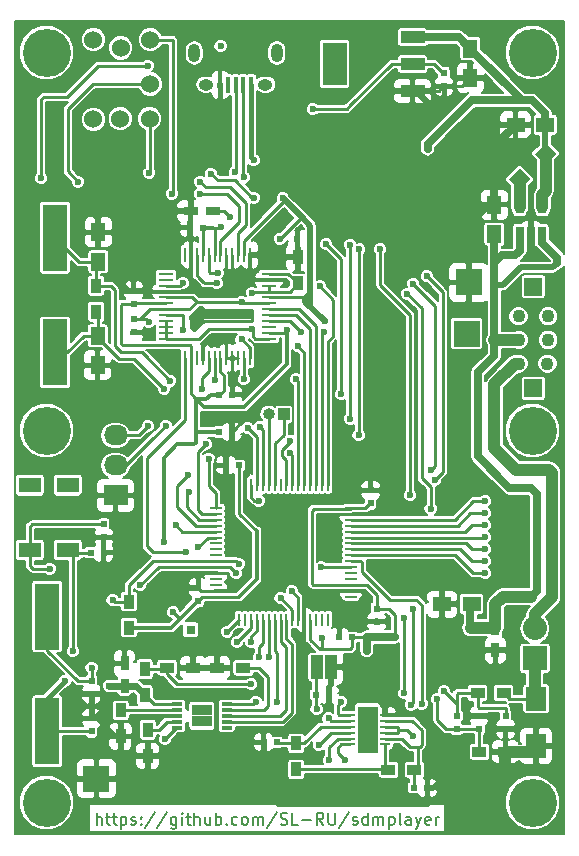
<source format=gtl>
G04 #@! TF.FileFunction,Copper,L1,Top,Signal*
%FSLAX46Y46*%
G04 Gerber Fmt 4.6, Leading zero omitted, Abs format (unit mm)*
G04 Created by KiCad (PCBNEW 4.0.2-stable) date 09/05/2016 17:30:52*
%MOMM*%
G01*
G04 APERTURE LIST*
%ADD10C,0.200000*%
%ADD11C,1.524000*%
%ADD12R,1.000000X2.000000*%
%ADD13R,1.000000X1.000000*%
%ADD14O,1.000000X1.000000*%
%ADD15R,0.500000X0.600000*%
%ADD16R,0.250000X1.000000*%
%ADD17R,1.000000X0.250000*%
%ADD18C,4.064000*%
%ADD19R,0.600000X0.500000*%
%ADD20R,1.250000X1.500000*%
%ADD21R,1.200000X0.750000*%
%ADD22R,1.500000X1.250000*%
%ADD23R,0.750000X1.200000*%
%ADD24R,0.400000X1.350000*%
%ADD25O,1.250000X0.950000*%
%ADD26O,1.000000X1.550000*%
%ADD27R,0.800000X0.800000*%
%ADD28R,2.032000X2.032000*%
%ADD29O,2.032000X2.032000*%
%ADD30R,0.900000X1.200000*%
%ADD31R,1.200000X0.900000*%
%ADD32R,1.300000X0.250000*%
%ADD33R,0.250000X1.300000*%
%ADD34R,0.650000X1.060000*%
%ADD35R,0.890000X0.305000*%
%ADD36R,0.840000X0.940000*%
%ADD37R,2.032000X3.657600*%
%ADD38R,2.032000X1.016000*%
%ADD39R,2.100580X5.600700*%
%ADD40R,1.900000X1.300000*%
%ADD41R,0.850000X0.280000*%
%ADD42R,1.700000X4.000000*%
%ADD43R,1.700000X2.000000*%
%ADD44C,1.100000*%
%ADD45R,1.500000X1.500000*%
%ADD46R,2.032000X1.727200*%
%ADD47O,2.032000X1.727200*%
%ADD48R,2.235200X2.235200*%
%ADD49C,0.600000*%
%ADD50C,0.700000*%
%ADD51C,0.250000*%
%ADD52C,0.400000*%
%ADD53C,0.500000*%
%ADD54C,1.000000*%
%ADD55C,0.350000*%
%ADD56C,0.600000*%
G04 APERTURE END LIST*
D10*
X151052428Y-157805381D02*
X151052428Y-156805381D01*
X151481000Y-157805381D02*
X151481000Y-157281571D01*
X151433381Y-157186333D01*
X151338143Y-157138714D01*
X151195285Y-157138714D01*
X151100047Y-157186333D01*
X151052428Y-157233952D01*
X151814333Y-157138714D02*
X152195285Y-157138714D01*
X151957190Y-156805381D02*
X151957190Y-157662524D01*
X152004809Y-157757762D01*
X152100047Y-157805381D01*
X152195285Y-157805381D01*
X152385762Y-157138714D02*
X152766714Y-157138714D01*
X152528619Y-156805381D02*
X152528619Y-157662524D01*
X152576238Y-157757762D01*
X152671476Y-157805381D01*
X152766714Y-157805381D01*
X153100048Y-157138714D02*
X153100048Y-158138714D01*
X153100048Y-157186333D02*
X153195286Y-157138714D01*
X153385763Y-157138714D01*
X153481001Y-157186333D01*
X153528620Y-157233952D01*
X153576239Y-157329190D01*
X153576239Y-157614905D01*
X153528620Y-157710143D01*
X153481001Y-157757762D01*
X153385763Y-157805381D01*
X153195286Y-157805381D01*
X153100048Y-157757762D01*
X153957191Y-157757762D02*
X154052429Y-157805381D01*
X154242905Y-157805381D01*
X154338144Y-157757762D01*
X154385763Y-157662524D01*
X154385763Y-157614905D01*
X154338144Y-157519667D01*
X154242905Y-157472048D01*
X154100048Y-157472048D01*
X154004810Y-157424429D01*
X153957191Y-157329190D01*
X153957191Y-157281571D01*
X154004810Y-157186333D01*
X154100048Y-157138714D01*
X154242905Y-157138714D01*
X154338144Y-157186333D01*
X154814334Y-157710143D02*
X154861953Y-157757762D01*
X154814334Y-157805381D01*
X154766715Y-157757762D01*
X154814334Y-157710143D01*
X154814334Y-157805381D01*
X154814334Y-157186333D02*
X154861953Y-157233952D01*
X154814334Y-157281571D01*
X154766715Y-157233952D01*
X154814334Y-157186333D01*
X154814334Y-157281571D01*
X156004810Y-156757762D02*
X155147667Y-158043476D01*
X157052429Y-156757762D02*
X156195286Y-158043476D01*
X157814334Y-157138714D02*
X157814334Y-157948238D01*
X157766715Y-158043476D01*
X157719096Y-158091095D01*
X157623857Y-158138714D01*
X157481000Y-158138714D01*
X157385762Y-158091095D01*
X157814334Y-157757762D02*
X157719096Y-157805381D01*
X157528619Y-157805381D01*
X157433381Y-157757762D01*
X157385762Y-157710143D01*
X157338143Y-157614905D01*
X157338143Y-157329190D01*
X157385762Y-157233952D01*
X157433381Y-157186333D01*
X157528619Y-157138714D01*
X157719096Y-157138714D01*
X157814334Y-157186333D01*
X158290524Y-157805381D02*
X158290524Y-157138714D01*
X158290524Y-156805381D02*
X158242905Y-156853000D01*
X158290524Y-156900619D01*
X158338143Y-156853000D01*
X158290524Y-156805381D01*
X158290524Y-156900619D01*
X158623857Y-157138714D02*
X159004809Y-157138714D01*
X158766714Y-156805381D02*
X158766714Y-157662524D01*
X158814333Y-157757762D01*
X158909571Y-157805381D01*
X159004809Y-157805381D01*
X159338143Y-157805381D02*
X159338143Y-156805381D01*
X159766715Y-157805381D02*
X159766715Y-157281571D01*
X159719096Y-157186333D01*
X159623858Y-157138714D01*
X159481000Y-157138714D01*
X159385762Y-157186333D01*
X159338143Y-157233952D01*
X160671477Y-157138714D02*
X160671477Y-157805381D01*
X160242905Y-157138714D02*
X160242905Y-157662524D01*
X160290524Y-157757762D01*
X160385762Y-157805381D01*
X160528620Y-157805381D01*
X160623858Y-157757762D01*
X160671477Y-157710143D01*
X161147667Y-157805381D02*
X161147667Y-156805381D01*
X161147667Y-157186333D02*
X161242905Y-157138714D01*
X161433382Y-157138714D01*
X161528620Y-157186333D01*
X161576239Y-157233952D01*
X161623858Y-157329190D01*
X161623858Y-157614905D01*
X161576239Y-157710143D01*
X161528620Y-157757762D01*
X161433382Y-157805381D01*
X161242905Y-157805381D01*
X161147667Y-157757762D01*
X162052429Y-157710143D02*
X162100048Y-157757762D01*
X162052429Y-157805381D01*
X162004810Y-157757762D01*
X162052429Y-157710143D01*
X162052429Y-157805381D01*
X162957191Y-157757762D02*
X162861953Y-157805381D01*
X162671476Y-157805381D01*
X162576238Y-157757762D01*
X162528619Y-157710143D01*
X162481000Y-157614905D01*
X162481000Y-157329190D01*
X162528619Y-157233952D01*
X162576238Y-157186333D01*
X162671476Y-157138714D01*
X162861953Y-157138714D01*
X162957191Y-157186333D01*
X163528619Y-157805381D02*
X163433381Y-157757762D01*
X163385762Y-157710143D01*
X163338143Y-157614905D01*
X163338143Y-157329190D01*
X163385762Y-157233952D01*
X163433381Y-157186333D01*
X163528619Y-157138714D01*
X163671477Y-157138714D01*
X163766715Y-157186333D01*
X163814334Y-157233952D01*
X163861953Y-157329190D01*
X163861953Y-157614905D01*
X163814334Y-157710143D01*
X163766715Y-157757762D01*
X163671477Y-157805381D01*
X163528619Y-157805381D01*
X164290524Y-157805381D02*
X164290524Y-157138714D01*
X164290524Y-157233952D02*
X164338143Y-157186333D01*
X164433381Y-157138714D01*
X164576239Y-157138714D01*
X164671477Y-157186333D01*
X164719096Y-157281571D01*
X164719096Y-157805381D01*
X164719096Y-157281571D02*
X164766715Y-157186333D01*
X164861953Y-157138714D01*
X165004810Y-157138714D01*
X165100048Y-157186333D01*
X165147667Y-157281571D01*
X165147667Y-157805381D01*
X166338143Y-156757762D02*
X165481000Y-158043476D01*
X166623857Y-157757762D02*
X166766714Y-157805381D01*
X167004810Y-157805381D01*
X167100048Y-157757762D01*
X167147667Y-157710143D01*
X167195286Y-157614905D01*
X167195286Y-157519667D01*
X167147667Y-157424429D01*
X167100048Y-157376810D01*
X167004810Y-157329190D01*
X166814333Y-157281571D01*
X166719095Y-157233952D01*
X166671476Y-157186333D01*
X166623857Y-157091095D01*
X166623857Y-156995857D01*
X166671476Y-156900619D01*
X166719095Y-156853000D01*
X166814333Y-156805381D01*
X167052429Y-156805381D01*
X167195286Y-156853000D01*
X168100048Y-157805381D02*
X167623857Y-157805381D01*
X167623857Y-156805381D01*
X168433381Y-157424429D02*
X169195286Y-157424429D01*
X170242905Y-157805381D02*
X169909571Y-157329190D01*
X169671476Y-157805381D02*
X169671476Y-156805381D01*
X170052429Y-156805381D01*
X170147667Y-156853000D01*
X170195286Y-156900619D01*
X170242905Y-156995857D01*
X170242905Y-157138714D01*
X170195286Y-157233952D01*
X170147667Y-157281571D01*
X170052429Y-157329190D01*
X169671476Y-157329190D01*
X170671476Y-156805381D02*
X170671476Y-157614905D01*
X170719095Y-157710143D01*
X170766714Y-157757762D01*
X170861952Y-157805381D01*
X171052429Y-157805381D01*
X171147667Y-157757762D01*
X171195286Y-157710143D01*
X171242905Y-157614905D01*
X171242905Y-156805381D01*
X172433381Y-156757762D02*
X171576238Y-158043476D01*
X172719095Y-157757762D02*
X172814333Y-157805381D01*
X173004809Y-157805381D01*
X173100048Y-157757762D01*
X173147667Y-157662524D01*
X173147667Y-157614905D01*
X173100048Y-157519667D01*
X173004809Y-157472048D01*
X172861952Y-157472048D01*
X172766714Y-157424429D01*
X172719095Y-157329190D01*
X172719095Y-157281571D01*
X172766714Y-157186333D01*
X172861952Y-157138714D01*
X173004809Y-157138714D01*
X173100048Y-157186333D01*
X174004810Y-157805381D02*
X174004810Y-156805381D01*
X174004810Y-157757762D02*
X173909572Y-157805381D01*
X173719095Y-157805381D01*
X173623857Y-157757762D01*
X173576238Y-157710143D01*
X173528619Y-157614905D01*
X173528619Y-157329190D01*
X173576238Y-157233952D01*
X173623857Y-157186333D01*
X173719095Y-157138714D01*
X173909572Y-157138714D01*
X174004810Y-157186333D01*
X174481000Y-157805381D02*
X174481000Y-157138714D01*
X174481000Y-157233952D02*
X174528619Y-157186333D01*
X174623857Y-157138714D01*
X174766715Y-157138714D01*
X174861953Y-157186333D01*
X174909572Y-157281571D01*
X174909572Y-157805381D01*
X174909572Y-157281571D02*
X174957191Y-157186333D01*
X175052429Y-157138714D01*
X175195286Y-157138714D01*
X175290524Y-157186333D01*
X175338143Y-157281571D01*
X175338143Y-157805381D01*
X175814333Y-157138714D02*
X175814333Y-158138714D01*
X175814333Y-157186333D02*
X175909571Y-157138714D01*
X176100048Y-157138714D01*
X176195286Y-157186333D01*
X176242905Y-157233952D01*
X176290524Y-157329190D01*
X176290524Y-157614905D01*
X176242905Y-157710143D01*
X176195286Y-157757762D01*
X176100048Y-157805381D01*
X175909571Y-157805381D01*
X175814333Y-157757762D01*
X176861952Y-157805381D02*
X176766714Y-157757762D01*
X176719095Y-157662524D01*
X176719095Y-156805381D01*
X177671477Y-157805381D02*
X177671477Y-157281571D01*
X177623858Y-157186333D01*
X177528620Y-157138714D01*
X177338143Y-157138714D01*
X177242905Y-157186333D01*
X177671477Y-157757762D02*
X177576239Y-157805381D01*
X177338143Y-157805381D01*
X177242905Y-157757762D01*
X177195286Y-157662524D01*
X177195286Y-157567286D01*
X177242905Y-157472048D01*
X177338143Y-157424429D01*
X177576239Y-157424429D01*
X177671477Y-157376810D01*
X178052429Y-157138714D02*
X178290524Y-157805381D01*
X178528620Y-157138714D02*
X178290524Y-157805381D01*
X178195286Y-158043476D01*
X178147667Y-158091095D01*
X178052429Y-158138714D01*
X179290525Y-157757762D02*
X179195287Y-157805381D01*
X179004810Y-157805381D01*
X178909572Y-157757762D01*
X178861953Y-157662524D01*
X178861953Y-157281571D01*
X178909572Y-157186333D01*
X179004810Y-157138714D01*
X179195287Y-157138714D01*
X179290525Y-157186333D01*
X179338144Y-157281571D01*
X179338144Y-157376810D01*
X178861953Y-157472048D01*
X179766715Y-157805381D02*
X179766715Y-157138714D01*
X179766715Y-157329190D02*
X179814334Y-157233952D01*
X179861953Y-157186333D01*
X179957191Y-157138714D01*
X180052430Y-157138714D01*
D11*
X153085000Y-92044000D03*
X155585000Y-91344000D03*
X155585000Y-95094000D03*
X150785000Y-98094000D03*
X155535000Y-98044000D03*
X150785000Y-91344000D03*
X153035000Y-98044000D03*
D12*
X170907000Y-144462500D03*
X169707000Y-144462500D03*
D13*
X166878000Y-123063000D03*
D14*
X165638000Y-123063000D03*
D15*
X150622000Y-146727000D03*
X150622000Y-145627000D03*
D16*
X163128000Y-140447000D03*
X163628000Y-140447000D03*
X164128000Y-140447000D03*
X164628000Y-140447000D03*
X165128000Y-140447000D03*
X165628000Y-140447000D03*
X166128000Y-140447000D03*
X166628000Y-140447000D03*
X167128000Y-140447000D03*
X167628000Y-140447000D03*
X168128000Y-140447000D03*
X168628000Y-140447000D03*
X169128000Y-140447000D03*
X169628000Y-140447000D03*
X170128000Y-140447000D03*
X170628000Y-140447000D03*
D17*
X172578000Y-138497000D03*
X172578000Y-137997000D03*
X172578000Y-137497000D03*
X172578000Y-136997000D03*
X172578000Y-136497000D03*
X172578000Y-135997000D03*
X172578000Y-135497000D03*
X172578000Y-134997000D03*
X172578000Y-134497000D03*
X172578000Y-133997000D03*
X172578000Y-133497000D03*
X172578000Y-132997000D03*
X172578000Y-132497000D03*
X172578000Y-131997000D03*
X172578000Y-131497000D03*
X172578000Y-130997000D03*
D16*
X170628000Y-129047000D03*
X170128000Y-129047000D03*
X169628000Y-129047000D03*
X169128000Y-129047000D03*
X168628000Y-129047000D03*
X168128000Y-129047000D03*
X167628000Y-129047000D03*
X167128000Y-129047000D03*
X166628000Y-129047000D03*
X166128000Y-129047000D03*
X165628000Y-129047000D03*
X165128000Y-129047000D03*
X164628000Y-129047000D03*
X164128000Y-129047000D03*
X163628000Y-129047000D03*
X163128000Y-129047000D03*
D17*
X161178000Y-130997000D03*
X161178000Y-131497000D03*
X161178000Y-131997000D03*
X161178000Y-132497000D03*
X161178000Y-132997000D03*
X161178000Y-133497000D03*
X161178000Y-133997000D03*
X161178000Y-134497000D03*
X161178000Y-134997000D03*
X161178000Y-135497000D03*
X161178000Y-135997000D03*
X161178000Y-136497000D03*
X161178000Y-136997000D03*
X161178000Y-137497000D03*
X161178000Y-137997000D03*
X161178000Y-138497000D03*
D18*
X187960000Y-124460000D03*
X187960000Y-92456000D03*
X187960000Y-155956000D03*
X146812000Y-155956000D03*
X146812000Y-124460000D03*
D15*
X174752000Y-139505600D03*
X174752000Y-140605600D03*
X150622000Y-149902000D03*
X150622000Y-148802000D03*
X151663400Y-132383440D03*
X151663400Y-133483440D03*
D19*
X151644440Y-134777480D03*
X150544440Y-134777480D03*
X169630000Y-146812000D03*
X170730000Y-146812000D03*
D20*
X151193500Y-110152500D03*
X151193500Y-107652500D03*
X151130000Y-118915500D03*
X151130000Y-116415500D03*
D21*
X160906500Y-105854500D03*
X159006500Y-105854500D03*
D20*
X184721500Y-107803000D03*
X184721500Y-105303000D03*
D22*
X189019500Y-98552000D03*
X186519500Y-98552000D03*
D23*
X153416000Y-146047500D03*
X153416000Y-144147500D03*
D22*
X182796500Y-139128500D03*
X180296500Y-139128500D03*
D19*
X177948500Y-154686000D03*
X179048500Y-154686000D03*
D15*
X181559200Y-149698800D03*
X181559200Y-148598800D03*
D23*
X184810400Y-141137600D03*
X184810400Y-143037600D03*
D15*
X183438800Y-149698800D03*
X183438800Y-148598800D03*
X185674000Y-149698800D03*
X185674000Y-148598800D03*
D19*
X166285000Y-150812500D03*
X165185000Y-150812500D03*
D20*
X182689500Y-92095000D03*
X182689500Y-94595000D03*
D19*
X169142500Y-108204000D03*
X168042500Y-108204000D03*
X161400400Y-124561600D03*
X162500400Y-124561600D03*
X161438500Y-121412000D03*
X162538500Y-121412000D03*
D15*
X159639000Y-138853000D03*
X159639000Y-137753000D03*
X154178000Y-113707000D03*
X154178000Y-112607000D03*
D19*
X172698500Y-141922500D03*
X171598500Y-141922500D03*
X160062000Y-107251500D03*
X158962000Y-107251500D03*
D15*
X174244000Y-130598000D03*
X174244000Y-129498000D03*
D19*
X163110000Y-127381000D03*
X162010000Y-127381000D03*
D15*
X180467000Y-94192000D03*
X180467000Y-95292000D03*
X154178000Y-115020000D03*
X154178000Y-116120000D03*
D24*
X164114900Y-95161540D03*
X163464900Y-95161540D03*
X162814900Y-95161540D03*
X162164900Y-95161540D03*
X161514900Y-95161540D03*
D25*
X165314900Y-95161540D03*
X160314900Y-95161540D03*
D26*
X166314900Y-92461540D03*
X159314900Y-92461540D03*
D27*
X159004000Y-141287500D03*
D28*
X188163200Y-143713200D03*
D29*
X188163200Y-141173200D03*
D30*
X153797000Y-141117500D03*
X153797000Y-138917500D03*
X151003000Y-114384000D03*
X151003000Y-112184000D03*
X168084500Y-111971000D03*
X168084500Y-109771000D03*
X153098500Y-148125000D03*
X153098500Y-150325000D03*
X155384500Y-149776000D03*
X155384500Y-151976000D03*
D31*
X175747500Y-153162000D03*
X177947500Y-153162000D03*
D30*
X167957500Y-150919000D03*
X167957500Y-153119000D03*
D31*
X163456800Y-144526000D03*
X161256800Y-144526000D03*
D30*
X155130500Y-146832500D03*
X155130500Y-144632500D03*
D31*
X157015000Y-144526000D03*
X159215000Y-144526000D03*
X185656400Y-151638000D03*
X183456400Y-151638000D03*
X185504000Y-146659600D03*
X183304000Y-146659600D03*
D32*
X156940000Y-111169000D03*
X156940000Y-111669000D03*
X156940000Y-112169000D03*
X156940000Y-112669000D03*
X156940000Y-113169000D03*
X156940000Y-113669000D03*
X156940000Y-114169000D03*
X156940000Y-114669000D03*
X156940000Y-115169000D03*
X156940000Y-115669000D03*
X156940000Y-116169000D03*
X156940000Y-116669000D03*
D33*
X158540000Y-118269000D03*
X159040000Y-118269000D03*
X159540000Y-118269000D03*
X160040000Y-118269000D03*
X160540000Y-118269000D03*
X161040000Y-118269000D03*
X161540000Y-118269000D03*
X162040000Y-118269000D03*
X162540000Y-118269000D03*
X163040000Y-118269000D03*
X163540000Y-118269000D03*
X164040000Y-118269000D03*
D32*
X165640000Y-116669000D03*
X165640000Y-116169000D03*
X165640000Y-115669000D03*
X165640000Y-115169000D03*
X165640000Y-114669000D03*
X165640000Y-114169000D03*
X165640000Y-113669000D03*
X165640000Y-113169000D03*
X165640000Y-112669000D03*
X165640000Y-112169000D03*
X165640000Y-111669000D03*
X165640000Y-111169000D03*
D33*
X164040000Y-109569000D03*
X163540000Y-109569000D03*
X163040000Y-109569000D03*
X162540000Y-109569000D03*
X162040000Y-109569000D03*
X161540000Y-109569000D03*
X161040000Y-109569000D03*
X160540000Y-109569000D03*
X160040000Y-109569000D03*
X159540000Y-109569000D03*
X159040000Y-109569000D03*
X158540000Y-109569000D03*
D34*
X186883000Y-107716500D03*
X187833000Y-107716500D03*
X188783000Y-107716500D03*
X188783000Y-105516500D03*
X186883000Y-105516500D03*
D35*
X157851500Y-147590000D03*
X157851500Y-148090000D03*
X157851500Y-148590000D03*
X157851500Y-149090000D03*
X157851500Y-149590000D03*
X162061500Y-149590000D03*
X162061500Y-149090000D03*
X162061500Y-148590000D03*
X162061500Y-148090000D03*
X162061500Y-147590000D03*
D36*
X160376500Y-149060000D03*
X160376500Y-148120000D03*
X159536500Y-149060000D03*
X159536500Y-148120000D03*
D37*
X171196000Y-93408500D03*
D38*
X177800000Y-93408500D03*
X177800000Y-91122500D03*
X177800000Y-95694500D03*
D39*
X147510500Y-108117640D03*
X147510500Y-117815360D03*
X146875500Y-149882860D03*
X146875500Y-140185140D03*
D40*
X148602500Y-134562500D03*
X145402500Y-134562500D03*
X145402500Y-129062500D03*
X148602500Y-129062500D03*
D41*
X172515000Y-148514000D03*
X175465000Y-148514000D03*
X175465000Y-151014000D03*
X175465000Y-150514000D03*
X175465000Y-150014000D03*
X175465000Y-149514000D03*
X175465000Y-149014000D03*
X172515000Y-149514000D03*
X172515000Y-149014000D03*
X172515000Y-150014000D03*
X172515000Y-150514000D03*
X172515000Y-151014000D03*
D42*
X173990000Y-149764000D03*
D18*
X146812000Y-92456000D03*
D10*
G36*
X189979239Y-101008000D02*
X189060000Y-101927239D01*
X188140761Y-101008000D01*
X189060000Y-100088761D01*
X189979239Y-101008000D01*
X189979239Y-101008000D01*
G37*
G36*
X187779239Y-103158000D02*
X186860000Y-104077239D01*
X185940761Y-103158000D01*
X186860000Y-102238761D01*
X187779239Y-103158000D01*
X187779239Y-103158000D01*
G37*
D43*
X188264800Y-151148800D03*
X188264800Y-147148800D03*
D44*
X189223500Y-118768000D03*
X186773500Y-118768000D03*
X189273500Y-114768000D03*
X186773500Y-114768000D03*
X189273500Y-116768000D03*
D45*
X188023500Y-120868000D03*
X188023500Y-112268000D03*
D44*
X186773500Y-116768000D03*
D46*
X152654000Y-129921000D03*
D47*
X152654000Y-127381000D03*
X152654000Y-124841000D03*
D48*
X182562500Y-111887000D03*
X151028400Y-153924000D03*
X182372000Y-116230400D03*
D49*
X161544000Y-91884500D03*
X148336000Y-145669000D03*
X164782500Y-143637000D03*
X161925000Y-99631500D03*
X153987500Y-133731000D03*
X173736000Y-102679500D03*
X163258500Y-152209500D03*
X182308500Y-107251500D03*
X188150500Y-109601000D03*
X174117000Y-113284000D03*
X166941500Y-106045000D03*
X179895500Y-97472500D03*
X184912000Y-145224500D03*
X163766500Y-120967500D03*
X165925500Y-121539000D03*
X153035000Y-151892000D03*
X161734500Y-123190000D03*
X152400000Y-140055600D03*
X155384500Y-116141500D03*
X152844500Y-119126000D03*
X153035000Y-111760000D03*
X165608000Y-143637000D03*
X150622000Y-144526000D03*
X162941000Y-142367000D03*
X147066000Y-136144000D03*
X149034500Y-143129000D03*
X164147500Y-142367000D03*
X169672000Y-148018500D03*
X166306500Y-147447000D03*
X161036000Y-120142000D03*
X157289500Y-120205500D03*
X156781500Y-120904000D03*
X159956500Y-120904000D03*
X162369500Y-106362500D03*
X161290000Y-111061500D03*
X177863500Y-112014000D03*
X179387500Y-127762000D03*
X158813500Y-128206500D03*
X177355500Y-112839500D03*
X159639000Y-134302500D03*
X179324000Y-131064000D03*
X166560500Y-108204000D03*
X161607500Y-107188000D03*
X166814500Y-104775000D03*
X173926500Y-143065500D03*
X179070000Y-100584000D03*
X170116500Y-141986000D03*
X156718000Y-133908800D03*
X157543500Y-139827000D03*
X170370500Y-115189000D03*
X167132000Y-115951000D03*
X157734000Y-132461000D03*
X175069500Y-109093000D03*
X177609500Y-129921000D03*
X173228000Y-124841000D03*
X173291500Y-109093000D03*
X167449500Y-126301500D03*
X172529500Y-123444000D03*
X172529500Y-108712000D03*
X167386000Y-125285500D03*
X179705000Y-128651000D03*
X179006500Y-111379000D03*
X158877000Y-129603500D03*
X171767500Y-121348500D03*
X160274000Y-125603000D03*
X170497500Y-108648500D03*
X162877500Y-136525000D03*
X177038000Y-140335000D03*
X177101500Y-146685000D03*
X169862500Y-151066500D03*
X154749500Y-137541000D03*
X163068000Y-135699500D03*
X177863500Y-139573000D03*
X177673000Y-147637500D03*
X170751500Y-152336500D03*
X152400000Y-138811000D03*
X164338000Y-101536500D03*
X152082500Y-146050000D03*
X164846000Y-124142500D03*
X163512500Y-102997000D03*
X162750500Y-102552500D03*
X163830000Y-124206000D03*
X183959500Y-136525000D03*
X183959500Y-135509000D03*
X183959500Y-132461000D03*
X183959500Y-133477000D03*
X183959500Y-134493000D03*
X183959500Y-131445000D03*
X183959500Y-130429000D03*
X162115500Y-141478000D03*
X164211000Y-112776000D03*
X164211000Y-115824000D03*
X169926000Y-112204500D03*
X158369000Y-111950500D03*
X169354500Y-97218500D03*
X155384500Y-93535500D03*
X146367500Y-103060500D03*
X155448000Y-115252500D03*
X163322000Y-113538000D03*
X163322000Y-116713000D03*
X158369000Y-115951000D03*
X168084500Y-117284500D03*
X170053000Y-136017000D03*
X158623000Y-134747000D03*
X167957500Y-120078500D03*
X163512500Y-120078500D03*
X170307000Y-116078000D03*
X168338500Y-116078000D03*
X164528500Y-147383500D03*
X177800000Y-150304500D03*
X182689500Y-141160500D03*
X170688000Y-148780500D03*
X179895500Y-147193000D03*
X171767500Y-147383500D03*
X180467000Y-146494500D03*
X164147500Y-145923000D03*
X167576500Y-138049000D03*
X166624000Y-138620500D03*
X156845000Y-150558500D03*
X178562000Y-147574000D03*
X172085000Y-152336500D03*
X159829500Y-103378000D03*
X149479000Y-103378000D03*
X161226500Y-111950500D03*
X164338000Y-104711500D03*
X155511500Y-102616000D03*
X160718500Y-102679500D03*
X157416500Y-104394000D03*
X159766000Y-104394000D03*
X155384500Y-124079000D03*
X164782500Y-130365500D03*
X156908500Y-124015500D03*
X160528000Y-126809500D03*
D50*
X159321500Y-115697000D02*
X159321500Y-114808000D01*
X159321500Y-114808000D02*
X159893000Y-114236500D01*
X159321500Y-115697000D02*
X159321500Y-115062000D01*
X159321500Y-115443000D02*
X160083500Y-114681000D01*
X163957000Y-114681000D02*
X160083500Y-114681000D01*
X159321500Y-115697000D02*
X159321500Y-115443000D01*
X159321500Y-115062000D02*
X159194500Y-114935000D01*
D51*
X164211000Y-115189000D02*
X159575500Y-115189000D01*
X159575500Y-115189000D02*
X159512000Y-115252500D01*
X159194500Y-115951000D02*
X159194500Y-114935000D01*
X159194500Y-114935000D02*
X159893000Y-114236500D01*
X159893000Y-114236500D02*
X162687000Y-114236500D01*
X164211000Y-114236500D02*
X164211000Y-115189000D01*
X162687000Y-114236500D02*
X164211000Y-114236500D01*
X164211000Y-115189000D02*
X164147500Y-115125500D01*
X160147000Y-115125500D02*
X159321500Y-115951000D01*
X159321500Y-115951000D02*
X159194500Y-115951000D01*
X164147500Y-115125500D02*
X160147000Y-115125500D01*
X164782500Y-143637000D02*
X164782500Y-142748000D01*
X165128000Y-142402500D02*
X165128000Y-140447000D01*
X164782500Y-142748000D02*
X165128000Y-142402500D01*
D52*
X148336000Y-145669000D02*
X146875500Y-147129500D01*
D51*
X146875500Y-147129500D02*
X146875500Y-149882860D01*
X146875500Y-149882860D02*
X150602860Y-149882860D01*
X150602860Y-149882860D02*
X150622000Y-149902000D01*
X163628000Y-129921000D02*
X163628000Y-131052500D01*
X165798500Y-133223000D02*
X168628000Y-133223000D01*
X163628000Y-131052500D02*
X165798500Y-133223000D01*
D52*
X161514900Y-95161540D02*
X161514900Y-99221400D01*
X161514900Y-99221400D02*
X161925000Y-99631500D01*
X161514900Y-95161540D02*
X161514900Y-98009600D01*
X159006500Y-100518000D02*
X159006500Y-105854500D01*
X161514900Y-98009600D02*
X159006500Y-100518000D01*
D51*
X151644440Y-134777480D02*
X152941020Y-134777480D01*
X152941020Y-134777480D02*
X153987500Y-133731000D01*
X177800000Y-98615500D02*
X177800000Y-95694500D01*
X173736000Y-102679500D02*
X177800000Y-98615500D01*
X161988500Y-150812500D02*
X161988500Y-150939500D01*
X161988500Y-150939500D02*
X163258500Y-152209500D01*
D53*
X184721500Y-105303000D02*
X184257000Y-105303000D01*
X184257000Y-105303000D02*
X182308500Y-107251500D01*
D50*
X187833000Y-107716500D02*
X187833000Y-109283500D01*
X187833000Y-109283500D02*
X188150500Y-109601000D01*
X184721500Y-105303000D02*
X184721500Y-100350000D01*
X184721500Y-100350000D02*
X186519500Y-98552000D01*
D52*
X180296500Y-139128500D02*
X180296500Y-141688500D01*
X182499000Y-143891000D02*
X182499000Y-145389600D01*
X180296500Y-141688500D02*
X182499000Y-143891000D01*
D51*
X175641000Y-114808000D02*
X175641000Y-129794000D01*
X174117000Y-113284000D02*
X175641000Y-114808000D01*
X165417500Y-107569000D02*
X165417500Y-109569000D01*
X166941500Y-106045000D02*
X165417500Y-107569000D01*
D53*
X179895500Y-97472500D02*
X178117500Y-95694500D01*
D51*
X184499250Y-144811750D02*
X184372250Y-144811750D01*
X184912000Y-145224500D02*
X184499250Y-144811750D01*
D53*
X178117500Y-95694500D02*
X177800000Y-95694500D01*
D51*
X162500400Y-124561600D02*
X162500400Y-124519600D01*
X162500400Y-124519600D02*
X165481000Y-121539000D01*
X163322000Y-121412000D02*
X162538500Y-121412000D01*
X163766500Y-120967500D02*
X163322000Y-121412000D01*
X165481000Y-121539000D02*
X165925500Y-121539000D01*
X153119000Y-151976000D02*
X155384500Y-151976000D01*
X153035000Y-151892000D02*
X153119000Y-151976000D01*
X162500400Y-124561600D02*
X162500400Y-123955900D01*
X162500400Y-123955900D02*
X161734500Y-123190000D01*
X161256800Y-144526000D02*
X161256800Y-140368200D01*
X161256800Y-140368200D02*
X162496500Y-139128500D01*
X162496500Y-139128500D02*
X163385500Y-139128500D01*
X180467000Y-95292000D02*
X181992500Y-95292000D01*
X181992500Y-95292000D02*
X182689500Y-94595000D01*
X177800000Y-95694500D02*
X180001000Y-95694500D01*
X180001000Y-95694500D02*
X180403500Y-95292000D01*
X158813500Y-112669000D02*
X162008500Y-112669000D01*
X162040000Y-112637500D02*
X162040000Y-111557500D01*
X162008500Y-112669000D02*
X162040000Y-112637500D01*
D52*
X179048500Y-154686000D02*
X179048500Y-156041000D01*
X165185000Y-154834500D02*
X165185000Y-150812500D01*
X166433500Y-156083000D02*
X165185000Y-154834500D01*
X179006500Y-156083000D02*
X166433500Y-156083000D01*
D51*
X179048500Y-156041000D02*
X179006500Y-156083000D01*
X170907000Y-144462500D02*
X173736000Y-144462500D01*
X176593500Y-147320000D02*
X176593500Y-148514000D01*
X173736000Y-144462500D02*
X176593500Y-147320000D01*
X170730000Y-146812000D02*
X170730000Y-144639500D01*
X170730000Y-144639500D02*
X170907000Y-144462500D01*
X171598500Y-141922500D02*
X171598500Y-140605600D01*
X171598500Y-140605600D02*
X171466600Y-140605600D01*
X174752000Y-140605600D02*
X171466600Y-140605600D01*
X171466600Y-140605600D02*
X171450000Y-140589000D01*
X171450000Y-137997000D02*
X171450000Y-140589000D01*
X171450000Y-140589000D02*
X171450000Y-141774000D01*
X171450000Y-141774000D02*
X171598500Y-141922500D01*
X165354000Y-137287000D02*
X168628000Y-137287000D01*
X163512500Y-139128500D02*
X165354000Y-137287000D01*
X163385500Y-139128500D02*
X163512500Y-139128500D01*
D52*
X165185000Y-150812500D02*
X161988500Y-150812500D01*
X161988500Y-150812500D02*
X157924500Y-150812500D01*
X156761000Y-151976000D02*
X155384500Y-151976000D01*
X157924500Y-150812500D02*
X156761000Y-151976000D01*
D51*
X179222400Y-147637500D02*
X179222400Y-145453100D01*
X179222400Y-147637500D02*
X179222400Y-148526500D01*
X184810400Y-144373600D02*
X184372250Y-144811750D01*
X184372250Y-144811750D02*
X183794400Y-145389600D01*
X183794400Y-145389600D02*
X182499000Y-145389600D01*
X182499000Y-145389600D02*
X182435500Y-145389600D01*
X182435500Y-145389600D02*
X181546500Y-145389600D01*
X184810400Y-143037600D02*
X184810400Y-144373600D01*
X179222400Y-145453100D02*
X179260500Y-145415000D01*
X179260500Y-145415000D02*
X181546500Y-145415000D01*
X181546500Y-145415000D02*
X181546500Y-145389600D01*
D52*
X179048500Y-154686000D02*
X179425600Y-154686000D01*
X179425600Y-154686000D02*
X180289200Y-153822400D01*
D51*
X175465000Y-148514000D02*
X176593500Y-148514000D01*
X176593500Y-148514000D02*
X179197000Y-148514000D01*
X179222400Y-148514000D02*
X179209900Y-148526500D01*
X179209900Y-148526500D02*
X179133500Y-148526500D01*
X179133500Y-148526500D02*
X179222400Y-148526500D01*
X179197000Y-148514000D02*
X179222400Y-148514000D01*
X159215000Y-144526000D02*
X161256800Y-144526000D01*
X161256800Y-144526000D02*
X159766000Y-144526000D01*
X159766000Y-144526000D02*
X159215000Y-144526000D01*
D52*
X150622000Y-146727000D02*
X150622000Y-148802000D01*
X151384000Y-148209000D02*
X151384000Y-149098000D01*
D51*
X150622000Y-148802000D02*
X150791000Y-148802000D01*
D52*
X150791000Y-148802000D02*
X151384000Y-148209000D01*
D51*
X151384000Y-148209000D02*
X151384000Y-142811500D01*
X152654000Y-140335000D02*
X152654000Y-140081000D01*
X151644440Y-139071440D02*
X151644440Y-134777480D01*
X152654000Y-140081000D02*
X151644440Y-139071440D01*
X152654000Y-142811500D02*
X152654000Y-140335000D01*
X152654000Y-140335000D02*
X152654000Y-140309600D01*
X152654000Y-140309600D02*
X152400000Y-140055600D01*
X151663400Y-133483440D02*
X151663400Y-134758520D01*
X151663400Y-134758520D02*
X151644440Y-134777480D01*
X172578000Y-137997000D02*
X173404600Y-137997000D01*
X173404600Y-137997000D02*
X173736000Y-138328400D01*
X173736000Y-138328400D02*
X173736000Y-140360400D01*
X173736000Y-140360400D02*
X173981200Y-140605600D01*
X173981200Y-140605600D02*
X174752000Y-140605600D01*
D54*
X185656400Y-153687600D02*
X185656400Y-151638000D01*
D51*
X185521600Y-153822400D02*
X185656400Y-153687600D01*
D54*
X180289200Y-153822400D02*
X184531000Y-153822400D01*
X184531000Y-153822400D02*
X185521600Y-153822400D01*
D51*
X179222400Y-152755600D02*
X180289200Y-153822400D01*
X179222400Y-148526500D02*
X179222400Y-152755600D01*
X168628000Y-139093000D02*
X168628000Y-137287000D01*
X168628000Y-137287000D02*
X168628000Y-133223000D01*
X168628000Y-133223000D02*
X168628000Y-130175000D01*
X168656000Y-130200400D02*
X168656000Y-130175000D01*
X168653400Y-130200400D02*
X168656000Y-130200400D01*
X168628000Y-130175000D02*
X168653400Y-130200400D01*
X184505600Y-148607600D02*
X183447600Y-148607600D01*
X183447600Y-148607600D02*
X183438800Y-148598800D01*
X184505600Y-148607600D02*
X184505600Y-148742400D01*
X184708800Y-149698800D02*
X184514400Y-149698800D01*
X184514400Y-149698800D02*
X184505600Y-149690000D01*
X184505600Y-149555200D02*
X184505600Y-149690000D01*
X184505600Y-149690000D02*
X184514400Y-149698800D01*
X184708800Y-149698800D02*
X185674000Y-149698800D01*
X184505600Y-148607600D02*
X184505600Y-148742400D01*
X184505600Y-148742400D02*
X184505600Y-149555200D01*
X185674000Y-149698800D02*
X185674000Y-151620400D01*
X185674000Y-151620400D02*
X185656400Y-151638000D01*
D54*
X185656400Y-151638000D02*
X187775600Y-151638000D01*
D51*
X187775600Y-151638000D02*
X188264800Y-151148800D01*
X162010000Y-126534000D02*
X162060800Y-126534000D01*
X162060800Y-126534000D02*
X162500400Y-126094400D01*
X162229800Y-126314200D02*
X162280600Y-126314200D01*
X162280600Y-126314200D02*
X162500400Y-126094400D01*
X162500400Y-126094400D02*
X162458400Y-126136400D01*
X162500400Y-126136400D02*
X162458400Y-126136400D01*
X162500400Y-124561600D02*
X162500400Y-126136400D01*
X162500400Y-126136400D02*
X162500400Y-126178400D01*
X162500400Y-126178400D02*
X162687000Y-126365000D01*
X150622000Y-148802000D02*
X151088000Y-148802000D01*
D52*
X151088000Y-148802000D02*
X151384000Y-149098000D01*
X152611000Y-150325000D02*
X153098500Y-150325000D01*
X151384000Y-149098000D02*
X152611000Y-150325000D01*
D51*
X153416000Y-144147500D02*
X153416000Y-142875000D01*
X153416000Y-142875000D02*
X153479500Y-142811500D01*
X159215000Y-144526000D02*
X159215000Y-143403500D01*
X158623000Y-142811500D02*
X153479500Y-142811500D01*
X153479500Y-142811500D02*
X152654000Y-142811500D01*
X152654000Y-142811500D02*
X151384000Y-142811500D01*
X159215000Y-143403500D02*
X158623000Y-142811500D01*
X150749000Y-148675000D02*
X150622000Y-148802000D01*
X154178000Y-116120000D02*
X155363000Y-116120000D01*
X155363000Y-116120000D02*
X155384500Y-116141500D01*
X154178000Y-112607000D02*
X153882000Y-112607000D01*
X152634000Y-118915500D02*
X151130000Y-118915500D01*
X152844500Y-119126000D02*
X152634000Y-118915500D01*
X153882000Y-112607000D02*
X153035000Y-111760000D01*
X158962000Y-107251500D02*
X158962000Y-105899000D01*
X158962000Y-105899000D02*
X159006500Y-105854500D01*
X159040000Y-109569000D02*
X159040000Y-107329500D01*
X159040000Y-107329500D02*
X158962000Y-107251500D01*
X156940000Y-112669000D02*
X158813500Y-112669000D01*
X158813500Y-112669000D02*
X158920500Y-112669000D01*
X159040000Y-112549500D02*
X159040000Y-109569000D01*
X158920500Y-112669000D02*
X159040000Y-112549500D01*
X162596000Y-111669000D02*
X162151500Y-111669000D01*
X162040000Y-111557500D02*
X162040000Y-109569000D01*
X162151500Y-111669000D02*
X162040000Y-111557500D01*
X164211000Y-111669000D02*
X162596000Y-111669000D01*
X162540000Y-111613000D02*
X162540000Y-109569000D01*
X162596000Y-111669000D02*
X162540000Y-111613000D01*
X165640000Y-111669000D02*
X164211000Y-111669000D01*
X164211000Y-111669000D02*
X164183500Y-111669000D01*
X164040000Y-111525500D02*
X164040000Y-109569000D01*
X164183500Y-111669000D02*
X164040000Y-111525500D01*
X162540000Y-118269000D02*
X162540000Y-121410500D01*
X162540000Y-121410500D02*
X162538500Y-121412000D01*
X168084500Y-109771000D02*
X168084500Y-108246000D01*
X168084500Y-108246000D02*
X168042500Y-108204000D01*
X162040000Y-118269000D02*
X162040000Y-117082000D01*
X160040000Y-117264500D02*
X160040000Y-118269000D01*
X160401000Y-116903500D02*
X160040000Y-117264500D01*
X161861500Y-116903500D02*
X160401000Y-116903500D01*
X162040000Y-117082000D02*
X161861500Y-116903500D01*
X162540000Y-118269000D02*
X162040000Y-118269000D01*
X163040000Y-118269000D02*
X162540000Y-118269000D01*
X156940000Y-112669000D02*
X154240000Y-112669000D01*
X154240000Y-112669000D02*
X154178000Y-112607000D01*
X164040000Y-109569000D02*
X165417500Y-109569000D01*
X165417500Y-109569000D02*
X167882500Y-109569000D01*
X167882500Y-109569000D02*
X168084500Y-109771000D01*
X151193500Y-106616500D02*
X151193500Y-107652500D01*
X148717000Y-104140000D02*
X151193500Y-106616500D01*
X145796000Y-104140000D02*
X148717000Y-104140000D01*
X144399000Y-105537000D02*
X145796000Y-104140000D01*
X144399000Y-121158000D02*
X144399000Y-105537000D01*
X144780000Y-121539000D02*
X144399000Y-121158000D01*
X149606000Y-121539000D02*
X144780000Y-121539000D01*
X151130000Y-120015000D02*
X149606000Y-121539000D01*
X151130000Y-118915500D02*
X151130000Y-120015000D01*
X161178000Y-137997000D02*
X159883000Y-137997000D01*
X159883000Y-137997000D02*
X159639000Y-137753000D01*
X162010000Y-127381000D02*
X162010000Y-130006000D01*
X162433000Y-130429000D02*
X162433000Y-132651500D01*
X162010000Y-130006000D02*
X162433000Y-130429000D01*
X162433000Y-132651500D02*
X162433000Y-133286500D01*
X162433000Y-133286500D02*
X162433000Y-133413500D01*
X163830000Y-136906000D02*
X163449000Y-137287000D01*
X163449000Y-137287000D02*
X162179000Y-137287000D01*
X162433000Y-133413500D02*
X162433000Y-134112000D01*
X162433000Y-134112000D02*
X162814000Y-134493000D01*
X162814000Y-134493000D02*
X163576000Y-134493000D01*
X163576000Y-134493000D02*
X163830000Y-134747000D01*
X163830000Y-134747000D02*
X163830000Y-136906000D01*
X163628000Y-129047000D02*
X163628000Y-128345000D01*
X162010000Y-126534000D02*
X162010000Y-127381000D01*
X162229800Y-126314200D02*
X162010000Y-126534000D01*
X162179000Y-126365000D02*
X162229800Y-126314200D01*
X162687000Y-126365000D02*
X162179000Y-126365000D01*
X163703000Y-126365000D02*
X162687000Y-126365000D01*
X163957000Y-126619000D02*
X163703000Y-126365000D01*
X163957000Y-128016000D02*
X163957000Y-126619000D01*
X163628000Y-128345000D02*
X163957000Y-128016000D01*
X161178000Y-136497000D02*
X162151000Y-136497000D01*
X162151000Y-136497000D02*
X162179000Y-136525000D01*
X162179000Y-136525000D02*
X162179000Y-137287000D01*
X162179000Y-137287000D02*
X162179000Y-137997000D01*
X162179000Y-137997000D02*
X161178000Y-137997000D01*
X171069000Y-137997000D02*
X170001000Y-137997000D01*
X170001000Y-137997000D02*
X169724000Y-137997000D01*
X168628000Y-139093000D02*
X168628000Y-140447000D01*
X169724000Y-137997000D02*
X168628000Y-139093000D01*
X171069000Y-137997000D02*
X171450000Y-137997000D01*
X171450000Y-137997000D02*
X172578000Y-137997000D01*
X172578000Y-131497000D02*
X175260000Y-131497000D01*
X175260000Y-131497000D02*
X175387000Y-131497000D01*
X175387000Y-131497000D02*
X175589000Y-131497000D01*
X175641000Y-131445000D02*
X175641000Y-130429000D01*
X175641000Y-130429000D02*
X175641000Y-130111500D01*
X175589000Y-131497000D02*
X175641000Y-131445000D01*
X175641000Y-130111500D02*
X175641000Y-129794000D01*
X175472000Y-129498000D02*
X174244000Y-129498000D01*
X175641000Y-129667000D02*
X175472000Y-129498000D01*
X175641000Y-129794000D02*
X175641000Y-129667000D01*
X163628000Y-129047000D02*
X163628000Y-129921000D01*
X173143000Y-129498000D02*
X174244000Y-129498000D01*
X172466000Y-130175000D02*
X173143000Y-129498000D01*
X168656000Y-130175000D02*
X170815000Y-130175000D01*
X170815000Y-130175000D02*
X172466000Y-130175000D01*
D52*
X154157500Y-150325000D02*
X154157500Y-151935000D01*
D51*
X154157500Y-151935000D02*
X154198500Y-151976000D01*
D52*
X154198500Y-151976000D02*
X155384500Y-151976000D01*
D51*
X157851500Y-148590000D02*
X154178000Y-148590000D01*
D52*
X154157500Y-150325000D02*
X153098500Y-150325000D01*
D51*
X154178000Y-150304500D02*
X154157500Y-150325000D01*
X154178000Y-148590000D02*
X154178000Y-150304500D01*
X165628000Y-140447000D02*
X165628000Y-143657000D01*
X165628000Y-143657000D02*
X165608000Y-143637000D01*
X150622000Y-145627000D02*
X150622000Y-144526000D01*
X150622000Y-145627000D02*
X149437000Y-145627000D01*
X146875500Y-143065500D02*
X146875500Y-140185140D01*
X149437000Y-145627000D02*
X146875500Y-143065500D01*
X162941000Y-142367000D02*
X162941000Y-142367000D01*
X164128000Y-141180000D02*
X164128000Y-140447000D01*
X162941000Y-142367000D02*
X164128000Y-141180000D01*
X145402500Y-134562500D02*
X145402500Y-135877500D01*
X145669000Y-136144000D02*
X147066000Y-136144000D01*
X145402500Y-135877500D02*
X145669000Y-136144000D01*
X145402500Y-134562500D02*
X145402500Y-132600500D01*
X145619560Y-132383440D02*
X151663400Y-132383440D01*
X145402500Y-132600500D02*
X145619560Y-132383440D01*
X149034500Y-143129000D02*
X149034500Y-134994500D01*
X149034500Y-134994500D02*
X148602500Y-134562500D01*
X164147500Y-142367000D02*
X164147500Y-141863986D01*
X164628000Y-141383486D02*
X164628000Y-140447000D01*
X164147500Y-141863986D02*
X164628000Y-141383486D01*
X150544440Y-134777480D02*
X149733000Y-134777480D01*
X149733000Y-134777480D02*
X148817480Y-134777480D01*
X148817480Y-134777480D02*
X148602500Y-134562500D01*
X166128000Y-140447000D02*
X166128000Y-143077500D01*
X169630000Y-147976500D02*
X169630000Y-146812000D01*
X169672000Y-148018500D02*
X169630000Y-147976500D01*
X166306500Y-143256000D02*
X166306500Y-147447000D01*
X166128000Y-143077500D02*
X166306500Y-143256000D01*
X169630000Y-146812000D02*
X169630000Y-144539500D01*
X169630000Y-144539500D02*
X169707000Y-144462500D01*
X154622500Y-117792500D02*
X154876500Y-117792500D01*
X154876500Y-117792500D02*
X155067000Y-117983000D01*
X155067000Y-117983000D02*
X154876500Y-117792500D01*
X157289500Y-120205500D02*
X155067000Y-117983000D01*
X161040000Y-120138000D02*
X161036000Y-120142000D01*
X154622500Y-117792500D02*
X153098500Y-117792500D01*
X153098500Y-117792500D02*
X152590500Y-117284500D01*
X152590500Y-117284500D02*
X152590500Y-112522000D01*
X152590500Y-112522000D02*
X152252500Y-112184000D01*
X152252500Y-112184000D02*
X151003000Y-112184000D01*
X161040000Y-118269000D02*
X161040000Y-120138000D01*
X151193500Y-110152500D02*
X149545360Y-110152500D01*
X149545360Y-110152500D02*
X147510500Y-108117640D01*
X151003000Y-112184000D02*
X151003000Y-110343000D01*
X151003000Y-110343000D02*
X151193500Y-110152500D01*
X160540000Y-118269000D02*
X160540000Y-119431500D01*
X152908000Y-118364000D02*
X151130000Y-116586000D01*
X154241500Y-118364000D02*
X152908000Y-118364000D01*
X156781500Y-120904000D02*
X154241500Y-118364000D01*
X159956500Y-120015000D02*
X159956500Y-120904000D01*
X160540000Y-119431500D02*
X159956500Y-120015000D01*
X151130000Y-116586000D02*
X151130000Y-116415500D01*
X151130000Y-116415500D02*
X149967000Y-116415500D01*
X148567140Y-117815360D02*
X147510500Y-117815360D01*
X149967000Y-116415500D02*
X148567140Y-117815360D01*
X151130000Y-116415500D02*
X151130000Y-114511000D01*
X151130000Y-114511000D02*
X151003000Y-114384000D01*
X147510500Y-117815360D02*
X148440140Y-117815360D01*
X160540000Y-110744000D02*
X160540000Y-110986000D01*
X160540000Y-109569000D02*
X160540000Y-110744000D01*
X160540000Y-110986000D02*
X160615500Y-111061500D01*
X160906500Y-105854500D02*
X161861500Y-105854500D01*
X161861500Y-105854500D02*
X162369500Y-106362500D01*
X160540000Y-110986000D02*
X160615500Y-111061500D01*
X160615500Y-111061500D02*
X161290000Y-111061500D01*
X179736750Y-127412750D02*
X179736750Y-113887250D01*
X179736750Y-113887250D02*
X179705000Y-113855500D01*
X161178000Y-132497000D02*
X159484500Y-132497000D01*
X179705000Y-113855500D02*
X177863500Y-112014000D01*
X179387500Y-127762000D02*
X179736750Y-127412750D01*
X157861000Y-129159000D02*
X158813500Y-128206500D01*
X157861000Y-130873500D02*
X157861000Y-129159000D01*
X159484500Y-132497000D02*
X157861000Y-130873500D01*
X178562000Y-114046000D02*
X178562000Y-128460500D01*
X177355500Y-112839500D02*
X178562000Y-114046000D01*
X160444500Y-133497000D02*
X161178000Y-133497000D01*
X159639000Y-134302500D02*
X160444500Y-133497000D01*
X179324000Y-129222500D02*
X179324000Y-131064000D01*
X178562000Y-128460500D02*
X179324000Y-129222500D01*
D50*
X181717000Y-91122500D02*
X177800000Y-91122500D01*
X182689500Y-92095000D02*
X181717000Y-91122500D01*
X182880000Y-96466500D02*
X182806500Y-96466500D01*
X182806500Y-96466500D02*
X179070000Y-100203000D01*
X179070000Y-100203000D02*
X179070000Y-100584000D01*
X187061000Y-96466500D02*
X182880000Y-96466500D01*
X187061000Y-96466500D02*
X182689500Y-92095000D01*
X189019500Y-98552000D02*
X189019500Y-97579500D01*
X187906500Y-96466500D02*
X187061000Y-96466500D01*
X189019500Y-97579500D02*
X187906500Y-96466500D01*
D53*
X189019500Y-98552000D02*
X189019500Y-100967500D01*
X189019500Y-100967500D02*
X189060000Y-101008000D01*
D54*
X188783000Y-105516500D02*
X188783000Y-104460000D01*
X189060000Y-104183000D02*
X189060000Y-101008000D01*
X188783000Y-104460000D02*
X189060000Y-104183000D01*
D51*
X160909000Y-107251500D02*
X161544000Y-107251500D01*
X166560500Y-108204000D02*
X168402000Y-106362500D01*
X161544000Y-107251500D02*
X161607500Y-107188000D01*
D53*
X168719500Y-113284000D02*
X169142500Y-112861000D01*
X169142500Y-112861000D02*
X169142500Y-112826800D01*
X168719500Y-113538000D02*
X168719500Y-113284000D01*
D51*
X166814500Y-104775000D02*
X166814500Y-105092500D01*
X163540000Y-108367000D02*
X163540000Y-109569000D01*
X166814500Y-105092500D02*
X163540000Y-108367000D01*
D53*
X169142500Y-107103000D02*
X169142500Y-108204000D01*
X168402000Y-106362500D02*
X169142500Y-107103000D01*
X166814500Y-104775000D02*
X168402000Y-106362500D01*
D50*
X173926500Y-143065500D02*
X173926500Y-141922500D01*
D51*
X172783500Y-141922500D02*
X172698500Y-141922500D01*
D53*
X182806500Y-96466500D02*
X179070000Y-100203000D01*
X179070000Y-100203000D02*
X179070000Y-100584000D01*
D51*
X182689500Y-92095000D02*
X183027000Y-92095000D01*
X161040000Y-107632500D02*
X161040000Y-107378500D01*
X161040000Y-107378500D02*
X161040000Y-107251500D01*
X161040000Y-107251500D02*
X160909000Y-107251500D01*
D55*
X160062000Y-107251500D02*
X160909000Y-107251500D01*
D51*
X161040000Y-109569000D02*
X161040000Y-107632500D01*
X170116500Y-141986000D02*
X170116500Y-142938500D01*
X170116500Y-142938500D02*
X170116500Y-142875000D01*
X170116500Y-142875000D02*
X170116500Y-142938500D01*
X172698500Y-141922500D02*
X173926500Y-141922500D01*
D50*
X173926500Y-141922500D02*
X176276000Y-141922500D01*
D51*
X176276000Y-141922500D02*
X176339500Y-141859000D01*
X176339500Y-141859000D02*
X176339500Y-140081000D01*
X176339500Y-140081000D02*
X175764100Y-139505600D01*
X175764100Y-139505600D02*
X174752000Y-139505600D01*
X169128000Y-140447000D02*
X169128000Y-142140500D01*
X169128000Y-142140500D02*
X169926000Y-142938500D01*
X169926000Y-142938500D02*
X170116500Y-142938500D01*
X172698500Y-142769500D02*
X172698500Y-141922500D01*
X170116500Y-142938500D02*
X172529500Y-142938500D01*
X172529500Y-142938500D02*
X172698500Y-142769500D01*
X172578000Y-137497000D02*
X173920600Y-137497000D01*
X174752000Y-138328400D02*
X174752000Y-139505600D01*
X173920600Y-137497000D02*
X174752000Y-138328400D01*
X169722800Y-137497000D02*
X169348600Y-137497000D01*
X169348600Y-137497000D02*
X169265600Y-137414000D01*
X172578000Y-137497000D02*
X169722800Y-137497000D01*
X169435002Y-131046998D02*
X172578000Y-131046998D01*
X169265600Y-137414000D02*
X169265600Y-131216400D01*
X169265600Y-131216400D02*
X169435002Y-131046998D01*
X172578000Y-131046998D02*
X172578000Y-130997000D01*
D55*
X161400400Y-124561600D02*
X159550100Y-124561600D01*
X159550100Y-124561600D02*
X159448500Y-124460000D01*
D53*
X169142500Y-112826800D02*
X169142500Y-113961000D01*
D55*
X169142500Y-113961000D02*
X170370500Y-115189000D01*
X159448500Y-121729500D02*
X159448500Y-124460000D01*
X159448500Y-124460000D02*
X159448500Y-125463300D01*
X156718000Y-126746000D02*
X156718000Y-133908800D01*
X157886400Y-125577600D02*
X156718000Y-126746000D01*
X159334200Y-125577600D02*
X157886400Y-125577600D01*
X159448500Y-125463300D02*
X159334200Y-125577600D01*
X158051500Y-140335000D02*
X158051500Y-140440500D01*
X157543500Y-139827000D02*
X158104250Y-140387750D01*
D51*
X158104250Y-140387750D02*
X158051500Y-140335000D01*
D55*
X153797000Y-141117500D02*
X157374500Y-141117500D01*
X157374500Y-141117500D02*
X158051500Y-140440500D01*
X158051500Y-140440500D02*
X159639000Y-138853000D01*
D51*
X160040000Y-109569000D02*
X160040000Y-107273500D01*
X160040000Y-107273500D02*
X160062000Y-107251500D01*
D55*
X167132000Y-115951000D02*
X167132000Y-118808500D01*
X160147000Y-122428000D02*
X159448500Y-121729500D01*
X159448500Y-121729500D02*
X159385000Y-121666000D01*
X163512500Y-122428000D02*
X160147000Y-122428000D01*
X167132000Y-118808500D02*
X163512500Y-122428000D01*
D51*
X165640000Y-116169000D02*
X166914000Y-116169000D01*
D53*
X168719500Y-113284000D02*
X168834500Y-113169000D01*
X170370500Y-115189000D02*
X168719500Y-113538000D01*
D51*
X166914000Y-116169000D02*
X167132000Y-115951000D01*
D55*
X161438500Y-121412000D02*
X160718500Y-121412000D01*
D51*
X159512000Y-121793000D02*
X159385000Y-121666000D01*
D55*
X160337500Y-121793000D02*
X159512000Y-121793000D01*
X160718500Y-121412000D02*
X160337500Y-121793000D01*
D51*
X159385000Y-121666000D02*
X159258000Y-121539000D01*
X159258000Y-121539000D02*
X159040000Y-121321000D01*
X159040000Y-121321000D02*
X159040000Y-118269000D01*
X161540000Y-118269000D02*
X161540000Y-119439500D01*
X161798000Y-121052500D02*
X161438500Y-121412000D01*
X161798000Y-119697500D02*
X161798000Y-121052500D01*
X161540000Y-119439500D02*
X161798000Y-119697500D01*
D53*
X169142500Y-108204000D02*
X169142500Y-112826800D01*
D55*
X169142500Y-112826800D02*
X169142500Y-112861000D01*
X169142500Y-112861000D02*
X168834500Y-113169000D01*
D51*
X159040000Y-118269000D02*
X159040000Y-117257000D01*
X159040000Y-117257000D02*
X158940500Y-117157500D01*
X158940500Y-117157500D02*
X153225500Y-117157500D01*
X153225500Y-117157500D02*
X153098500Y-117030500D01*
X153098500Y-117030500D02*
X153098500Y-113792000D01*
X153098500Y-113792000D02*
X153183500Y-113707000D01*
X153183500Y-113707000D02*
X154178000Y-113707000D01*
X165640000Y-113169000D02*
X168834500Y-113169000D01*
X156940000Y-113669000D02*
X154216000Y-113669000D01*
X154216000Y-113669000D02*
X154178000Y-113707000D01*
X161178000Y-138497000D02*
X159995000Y-138497000D01*
X159995000Y-138497000D02*
X159639000Y-138853000D01*
X163128000Y-129047000D02*
X163128000Y-131505000D01*
X163128000Y-131505000D02*
X164592000Y-132969000D01*
D55*
X164592000Y-132969000D02*
X164592000Y-134556500D01*
D51*
X163128000Y-138497000D02*
X161178000Y-138497000D01*
D55*
X164592000Y-134556500D02*
X164592000Y-137033000D01*
X164592000Y-137033000D02*
X163128000Y-138497000D01*
D51*
X163128000Y-129047000D02*
X163128000Y-127399000D01*
X163128000Y-127399000D02*
X163110000Y-127381000D01*
X174244000Y-130598000D02*
X174202000Y-130598000D01*
X174202000Y-130598000D02*
X173803000Y-130997000D01*
X173803000Y-130997000D02*
X172578000Y-130997000D01*
X177609500Y-129921000D02*
X177609500Y-114681000D01*
X177609500Y-114681000D02*
X175069500Y-112141000D01*
X161178000Y-132997000D02*
X158270000Y-132997000D01*
X158270000Y-132997000D02*
X157734000Y-132461000D01*
X175069500Y-112141000D02*
X175069500Y-109093000D01*
X173228000Y-109156500D02*
X173228000Y-124841000D01*
X173291500Y-109093000D02*
X173228000Y-109156500D01*
X167628000Y-126480000D02*
X167628000Y-129047000D01*
X167449500Y-126301500D02*
X167628000Y-126480000D01*
X167128000Y-129047000D02*
X167128000Y-126932500D01*
X172529500Y-109728000D02*
X172529500Y-123444000D01*
X172529500Y-108712000D02*
X172529500Y-109728000D01*
X166751000Y-126555500D02*
X166751000Y-126047500D01*
X166751000Y-126047500D02*
X167386000Y-125412500D01*
X167386000Y-125412500D02*
X167386000Y-125285500D01*
X167128000Y-126932500D02*
X166751000Y-126555500D01*
X180371750Y-127984250D02*
X180371750Y-112744250D01*
X180371750Y-112744250D02*
X179006500Y-111379000D01*
X179705000Y-128651000D02*
X180371750Y-127984250D01*
X158686500Y-129794000D02*
X158686500Y-130302000D01*
X158877000Y-129603500D02*
X158686500Y-129794000D01*
X159746500Y-131997000D02*
X158686500Y-130937000D01*
X159746500Y-131997000D02*
X161178000Y-131997000D01*
X158686500Y-130937000D02*
X158686500Y-130302000D01*
X161178000Y-131497000D02*
X159945000Y-131497000D01*
X159639000Y-131191000D02*
X159639000Y-126238000D01*
X159945000Y-131497000D02*
X159639000Y-131191000D01*
X159639000Y-126238000D02*
X160274000Y-125603000D01*
X171767500Y-121348500D02*
X171767500Y-109918500D01*
X171767500Y-109918500D02*
X170497500Y-108648500D01*
X172515000Y-150014000D02*
X170915000Y-150014000D01*
X162349500Y-135997000D02*
X161178000Y-135997000D01*
X162877500Y-136525000D02*
X162349500Y-135997000D01*
X177038000Y-146621500D02*
X177038000Y-140335000D01*
X177101500Y-146685000D02*
X177038000Y-146621500D01*
X170915000Y-150014000D02*
X169862500Y-151066500D01*
X158369000Y-135997000D02*
X158369000Y-136017000D01*
X158369000Y-136017000D02*
X158369000Y-135997000D01*
X161178000Y-135997000D02*
X158369000Y-135997000D01*
X158369000Y-135997000D02*
X156293500Y-135997000D01*
X156293500Y-135997000D02*
X154749500Y-137541000D01*
X172515000Y-150514000D02*
X171494500Y-150514000D01*
X162865500Y-135497000D02*
X161178000Y-135497000D01*
X163068000Y-135699500D02*
X162865500Y-135497000D01*
X177863500Y-147447000D02*
X177863500Y-139573000D01*
X177673000Y-147637500D02*
X177863500Y-147447000D01*
X170751500Y-151257000D02*
X170751500Y-152336500D01*
X171494500Y-150514000D02*
X170751500Y-151257000D01*
X153797000Y-138917500D02*
X153797000Y-137541000D01*
X155841000Y-135497000D02*
X161178000Y-135497000D01*
X153797000Y-137541000D02*
X155841000Y-135497000D01*
X152506500Y-138917500D02*
X153797000Y-138917500D01*
X152400000Y-138811000D02*
X152506500Y-138917500D01*
X161190000Y-135509000D02*
X161178000Y-135497000D01*
D52*
X164114900Y-95161540D02*
X164114900Y-101313400D01*
X164114900Y-101313400D02*
X164338000Y-101536500D01*
X164114900Y-101313400D02*
X164338000Y-101536500D01*
D56*
X153416000Y-146047500D02*
X152085000Y-146047500D01*
D52*
X164114900Y-101313400D02*
X164114900Y-101313400D01*
D51*
X152085000Y-146047500D02*
X152082500Y-146050000D01*
X157851500Y-147590000D02*
X155888000Y-147590000D01*
X155888000Y-147590000D02*
X155130500Y-146832500D01*
D56*
X153416000Y-146047500D02*
X154345500Y-146047500D01*
X154345500Y-146047500D02*
X155130500Y-146832500D01*
D51*
X163464900Y-102552500D02*
X163464900Y-102028600D01*
X163464900Y-102028600D02*
X163464900Y-95161540D01*
X165128000Y-129047000D02*
X165128000Y-125158500D01*
X164846000Y-124142500D02*
X165128000Y-124424500D01*
X165128000Y-124424500D02*
X165128000Y-125130500D01*
X165128000Y-125130500D02*
X165100000Y-125158500D01*
X165100000Y-125158500D02*
X165128000Y-125158500D01*
X163512500Y-102997000D02*
X163464900Y-102949400D01*
X163464900Y-102949400D02*
X163464900Y-102552500D01*
X162814000Y-101981000D02*
X162814900Y-101981000D01*
X162814900Y-101981900D02*
X162814000Y-101981000D01*
X162814900Y-102488100D02*
X162814900Y-101981900D01*
X162750500Y-102552500D02*
X162814900Y-102488100D01*
X164628000Y-129047000D02*
X164628000Y-125004000D01*
X162814900Y-101981000D02*
X162814900Y-95161540D01*
X164628000Y-125004000D02*
X163830000Y-124206000D01*
X183959500Y-136525000D02*
X182943500Y-136525000D01*
X181415500Y-134997000D02*
X172578000Y-134997000D01*
X182943500Y-136525000D02*
X181415500Y-134997000D01*
X183959500Y-135509000D02*
X182816500Y-135509000D01*
X182816500Y-135509000D02*
X181804500Y-134497000D01*
X172578000Y-134497000D02*
X181804500Y-134497000D01*
X183959500Y-132461000D02*
X182816500Y-132461000D01*
X182816500Y-132461000D02*
X182280500Y-132997000D01*
X172578000Y-132997000D02*
X182280500Y-132997000D01*
X172578000Y-133497000D02*
X183939500Y-133497000D01*
X183939500Y-133497000D02*
X183959500Y-133477000D01*
X183959500Y-134493000D02*
X182816500Y-134493000D01*
X182816500Y-134493000D02*
X182320500Y-133997000D01*
X182320500Y-133997000D02*
X172578000Y-133997000D01*
X183959500Y-131445000D02*
X182689500Y-131445000D01*
X182689500Y-131445000D02*
X181637500Y-132497000D01*
X172578000Y-132497000D02*
X181637500Y-132497000D01*
X183959500Y-130429000D02*
X182943500Y-130429000D01*
X182943500Y-130429000D02*
X181375500Y-131997000D01*
X172578000Y-131997000D02*
X181375500Y-131997000D01*
X163128000Y-140447000D02*
X163128000Y-140465500D01*
X163128000Y-140465500D02*
X162115500Y-141478000D01*
X166128000Y-129047000D02*
X166128000Y-125527500D01*
X166878000Y-124777500D02*
X166878000Y-123063000D01*
X166128000Y-125527500D02*
X166878000Y-124777500D01*
X165628000Y-129047000D02*
X165628000Y-123073000D01*
X165628000Y-123073000D02*
X165638000Y-123063000D01*
X156940000Y-116669000D02*
X159746500Y-116669000D01*
X160591500Y-115824000D02*
X164211000Y-115824000D01*
X159746500Y-116669000D02*
X160591500Y-115824000D01*
X165640000Y-112669000D02*
X164318000Y-112669000D01*
X164318000Y-112669000D02*
X164211000Y-112776000D01*
X164484500Y-116669000D02*
X165640000Y-116669000D01*
X164211000Y-115824000D02*
X164274500Y-115887500D01*
X164274500Y-115887500D02*
X164274500Y-116459000D01*
X164274500Y-116459000D02*
X164484500Y-116669000D01*
X165640000Y-111169000D02*
X167282500Y-111169000D01*
X167282500Y-111169000D02*
X168084500Y-111971000D01*
X165640000Y-112669000D02*
X167386500Y-112669000D01*
X167386500Y-112669000D02*
X168084500Y-111971000D01*
X165640000Y-112669000D02*
X165640000Y-112169000D01*
X156940000Y-116169000D02*
X156940000Y-116669000D01*
X156940000Y-115669000D02*
X156940000Y-116169000D01*
X156940000Y-115169000D02*
X156940000Y-115669000D01*
X170628000Y-116900000D02*
X171069000Y-116459000D01*
X171069000Y-116459000D02*
X171069000Y-113347500D01*
X171069000Y-113347500D02*
X169926000Y-112204500D01*
X170628000Y-129047000D02*
X170628000Y-116900000D01*
X158150500Y-112169000D02*
X156940000Y-112169000D01*
X158369000Y-111950500D02*
X158150500Y-112169000D01*
X169354500Y-97218500D02*
X172212000Y-97218500D01*
X172212000Y-97218500D02*
X172529500Y-96901000D01*
X154178000Y-115020000D02*
X155215500Y-115020000D01*
X176022000Y-93408500D02*
X177800000Y-93408500D01*
X172529500Y-96901000D02*
X176022000Y-93408500D01*
X151193500Y-93535500D02*
X155384500Y-93535500D01*
X148526500Y-96202500D02*
X151193500Y-93535500D01*
X146558000Y-96202500D02*
X148526500Y-96202500D01*
X146367500Y-96393000D02*
X146558000Y-96202500D01*
X146367500Y-103060500D02*
X146367500Y-96393000D01*
X155215500Y-115020000D02*
X155448000Y-115252500D01*
X177800000Y-93408500D02*
X179620000Y-93408500D01*
X179620000Y-93408500D02*
X180403500Y-94192000D01*
X156940000Y-114169000D02*
X158881000Y-114169000D01*
X158881000Y-114169000D02*
X159512000Y-113538000D01*
X163322000Y-113538000D02*
X159512000Y-113538000D01*
X159143000Y-113169000D02*
X156940000Y-113169000D01*
X159512000Y-113538000D02*
X159143000Y-113169000D01*
X164040000Y-118269000D02*
X164040000Y-117431000D01*
X163453000Y-113669000D02*
X165640000Y-113669000D01*
X163322000Y-113538000D02*
X163453000Y-113669000D01*
X164040000Y-117431000D02*
X163322000Y-116713000D01*
X156940000Y-114169000D02*
X155579000Y-114169000D01*
X154728000Y-115020000D02*
X154178000Y-115020000D01*
X155579000Y-114169000D02*
X154728000Y-115020000D01*
X168628000Y-129047000D02*
X168628000Y-117828000D01*
X158357000Y-114669000D02*
X156940000Y-114669000D01*
X158369000Y-114681000D02*
X158357000Y-114669000D01*
X158369000Y-115951000D02*
X158369000Y-114681000D01*
X168628000Y-117828000D02*
X168084500Y-117284500D01*
X158540000Y-118269000D02*
X158540000Y-123527000D01*
X170073000Y-135997000D02*
X172578000Y-135997000D01*
X170053000Y-136017000D02*
X170073000Y-135997000D01*
X155829000Y-134747000D02*
X158623000Y-134747000D01*
X155321000Y-134239000D02*
X155829000Y-134747000D01*
X155321000Y-126746000D02*
X155321000Y-134239000D01*
X158540000Y-123527000D02*
X155321000Y-126746000D01*
X163540000Y-118269000D02*
X163540000Y-120051000D01*
X168128000Y-120249000D02*
X168128000Y-129047000D01*
X167957500Y-120078500D02*
X168128000Y-120249000D01*
X163540000Y-120051000D02*
X163512500Y-120078500D01*
X165640000Y-115169000D02*
X167429500Y-115169000D01*
X170128000Y-116257000D02*
X170128000Y-129047000D01*
X170307000Y-116078000D02*
X170128000Y-116257000D01*
X167429500Y-115169000D02*
X168338500Y-116078000D01*
X169128000Y-129047000D02*
X169128000Y-115851500D01*
X167945500Y-114669000D02*
X165640000Y-114669000D01*
X169128000Y-115851500D02*
X167945500Y-114669000D01*
X165640000Y-114169000D02*
X168207500Y-114169000D01*
X169628000Y-115589500D02*
X169628000Y-129047000D01*
X168207500Y-114169000D02*
X169628000Y-115589500D01*
D50*
X184721500Y-107803000D02*
X184721500Y-110553500D01*
D53*
X184721500Y-112077500D02*
X185483500Y-112077500D01*
D50*
X188783000Y-108519000D02*
X188783000Y-107716500D01*
X190055500Y-109791500D02*
X188783000Y-108519000D01*
X190055500Y-110236000D02*
X190055500Y-109791500D01*
D53*
X189674500Y-110617000D02*
X190055500Y-110236000D01*
X186944000Y-110617000D02*
X189674500Y-110617000D01*
X185483500Y-112077500D02*
X186944000Y-110617000D01*
D50*
X184721500Y-116967000D02*
X184721500Y-112077500D01*
X184721500Y-112077500D02*
X184721500Y-110553500D01*
D53*
X184721500Y-110553500D02*
X184721500Y-110236000D01*
D50*
X186883000Y-109217500D02*
X186883000Y-107716500D01*
X186499500Y-109601000D02*
X186883000Y-109217500D01*
X185356500Y-109601000D02*
X186499500Y-109601000D01*
X184721500Y-110236000D02*
X185356500Y-109601000D01*
X182689500Y-141160500D02*
X182689500Y-139235500D01*
D52*
X182689500Y-139235500D02*
X182796500Y-139128500D01*
D50*
X184721500Y-116768000D02*
X184721500Y-116967000D01*
X184721500Y-116967000D02*
X184721500Y-118110000D01*
D54*
X184810400Y-139103100D02*
X184810400Y-141137600D01*
X185420000Y-138493500D02*
X184810400Y-139103100D01*
X187833000Y-138493500D02*
X185420000Y-138493500D01*
D50*
X188341000Y-137985500D02*
X187833000Y-138493500D01*
X188341000Y-129794000D02*
X188341000Y-137985500D01*
X187833000Y-129286000D02*
X188341000Y-129794000D01*
X185991500Y-129286000D02*
X187833000Y-129286000D01*
X183324500Y-126619000D02*
X185991500Y-129286000D01*
X183324500Y-119507000D02*
X183324500Y-126619000D01*
X184721500Y-118110000D02*
X183324500Y-119507000D01*
D54*
X184721500Y-116768000D02*
X186773500Y-116768000D01*
D51*
X164322000Y-147590000D02*
X164528500Y-147383500D01*
X162061500Y-147590000D02*
X164322000Y-147590000D01*
D54*
X184810400Y-141137600D02*
X182712400Y-141137600D01*
D53*
X182712400Y-141137600D02*
X182689500Y-141160500D01*
D51*
X177292000Y-149796500D02*
X177800000Y-150304500D01*
X182689500Y-141160500D02*
X182712400Y-141137600D01*
X176593500Y-149796500D02*
X177292000Y-149796500D01*
X176339500Y-149514000D02*
X176558500Y-149514000D01*
X176558500Y-149514000D02*
X176593500Y-149549000D01*
X176403000Y-150014000D02*
X176593500Y-150014000D01*
X176593500Y-150014000D02*
X176593500Y-149796500D01*
X175465000Y-149514000D02*
X176339500Y-149514000D01*
X176593500Y-149549000D02*
X176593500Y-149796500D01*
X176403000Y-150014000D02*
X175465000Y-150014000D01*
D55*
X184607200Y-141340800D02*
X184810400Y-141137600D01*
D51*
X177948500Y-154686000D02*
X177948500Y-153163000D01*
X177948500Y-153163000D02*
X177947500Y-153162000D01*
X178244500Y-151193500D02*
X178244500Y-152865000D01*
X178244500Y-152865000D02*
X177947500Y-153162000D01*
X175465000Y-149014000D02*
X177779500Y-149014000D01*
X176866500Y-150514000D02*
X175465000Y-150514000D01*
X177546000Y-151193500D02*
X176866500Y-150514000D01*
X178435000Y-151193500D02*
X178244500Y-151193500D01*
X178244500Y-151193500D02*
X177546000Y-151193500D01*
X178562000Y-151066500D02*
X178435000Y-151193500D01*
X178562000Y-149796500D02*
X178562000Y-151066500D01*
X177779500Y-149014000D02*
X178562000Y-149796500D01*
X181559200Y-149698800D02*
X180623300Y-149698800D01*
X170921500Y-149014000D02*
X172515000Y-149014000D01*
X170688000Y-148780500D02*
X170921500Y-149014000D01*
X179895500Y-148971000D02*
X179895500Y-147193000D01*
X180623300Y-149698800D02*
X179895500Y-148971000D01*
X183438800Y-149698800D02*
X181559200Y-149698800D01*
X183438800Y-149698800D02*
X183438800Y-151620400D01*
X183438800Y-151620400D02*
X183456400Y-151638000D01*
X181559200Y-148598800D02*
X181559200Y-147586700D01*
X171564500Y-148514000D02*
X172515000Y-148514000D01*
X171513500Y-148463000D02*
X171564500Y-148514000D01*
X171513500Y-147637500D02*
X171513500Y-148463000D01*
X171767500Y-147383500D02*
X171513500Y-147637500D01*
X181559200Y-147586700D02*
X180467000Y-146494500D01*
X185674000Y-148598800D02*
X185674000Y-147891500D01*
X183304000Y-147807500D02*
X183304000Y-146659600D01*
X183388000Y-147891500D02*
X183304000Y-147807500D01*
X185674000Y-147891500D02*
X183388000Y-147891500D01*
X181559200Y-148598800D02*
X181559200Y-146710400D01*
X181610000Y-146659600D02*
X183304000Y-146659600D01*
X181559200Y-146710400D02*
X181610000Y-146659600D01*
X167957500Y-150919000D02*
X166391500Y-150919000D01*
X166391500Y-150919000D02*
X166285000Y-150812500D01*
X167957500Y-150919000D02*
X168613000Y-150919000D01*
X170018000Y-149514000D02*
X172515000Y-149514000D01*
X168613000Y-150919000D02*
X170018000Y-149514000D01*
D54*
X186883000Y-105516500D02*
X186883000Y-103181000D01*
X186883000Y-103181000D02*
X186860000Y-103158000D01*
D51*
X188264800Y-147148800D02*
X185993200Y-147148800D01*
X185993200Y-147148800D02*
X185504000Y-146659600D01*
D54*
X188163200Y-143713200D02*
X188163200Y-147047200D01*
D51*
X188163200Y-147047200D02*
X188264800Y-147148800D01*
X157851500Y-148090000D02*
X153133500Y-148090000D01*
X153133500Y-148090000D02*
X153098500Y-148125000D01*
X157851500Y-149090000D02*
X156980000Y-149090000D01*
X156294000Y-149776000D02*
X155384500Y-149776000D01*
X156980000Y-149090000D02*
X156294000Y-149776000D01*
X167957500Y-153119000D02*
X175704500Y-153119000D01*
X175704500Y-153119000D02*
X175747500Y-153162000D01*
X175465000Y-151014000D02*
X175465000Y-152879500D01*
X175465000Y-152879500D02*
X175747500Y-153162000D01*
X162061500Y-148090000D02*
X165219000Y-148090000D01*
X165544500Y-147764500D02*
X165544500Y-145415000D01*
X165219000Y-148090000D02*
X165544500Y-147764500D01*
X163456800Y-144526000D02*
X164782500Y-144526000D01*
X165544500Y-145288000D02*
X165544500Y-145415000D01*
X164782500Y-144526000D02*
X165544500Y-145288000D01*
X168128000Y-140447000D02*
X168128000Y-138600500D01*
X157015000Y-145077000D02*
X157015000Y-144526000D01*
X157861000Y-145923000D02*
X157015000Y-145077000D01*
X164147500Y-145923000D02*
X157861000Y-145923000D01*
X168128000Y-138600500D02*
X167576500Y-138049000D01*
X155130500Y-144632500D02*
X156908500Y-144632500D01*
X156908500Y-144632500D02*
X157015000Y-144526000D01*
X166628000Y-140447000D02*
X166628000Y-142307500D01*
X166628000Y-142307500D02*
X166751000Y-142430500D01*
X162061500Y-148590000D02*
X166560500Y-148590000D01*
X166560500Y-148590000D02*
X167068500Y-148082000D01*
X167068500Y-148082000D02*
X167068500Y-142748000D01*
X167068500Y-142748000D02*
X166751000Y-142430500D01*
X167128000Y-140447000D02*
X167128000Y-142045500D01*
X166822500Y-149090000D02*
X162061500Y-149090000D01*
X167576500Y-148336000D02*
X166822500Y-149090000D01*
X167576500Y-142494000D02*
X167576500Y-148336000D01*
X167128000Y-142045500D02*
X167576500Y-142494000D01*
X157851500Y-149590000D02*
X157813500Y-149590000D01*
X157813500Y-149590000D02*
X156845000Y-150558500D01*
X167628000Y-139624500D02*
X167628000Y-140447000D01*
X166624000Y-138620500D02*
X167628000Y-139624500D01*
X172515000Y-151014000D02*
X171756500Y-151014000D01*
X173406500Y-135497000D02*
X172578000Y-135497000D01*
X173545500Y-135636000D02*
X173406500Y-135497000D01*
X173545500Y-136398000D02*
X173545500Y-135636000D01*
X175895000Y-138747500D02*
X173545500Y-136398000D01*
X178117500Y-138747500D02*
X175895000Y-138747500D01*
X178562000Y-139192000D02*
X178117500Y-138747500D01*
X178562000Y-147574000D02*
X178562000Y-139192000D01*
X171450000Y-151701500D02*
X172085000Y-152336500D01*
X171450000Y-151320500D02*
X171450000Y-151701500D01*
X171756500Y-151014000D02*
X171450000Y-151320500D01*
X163040000Y-107724000D02*
X163703000Y-107061000D01*
X163703000Y-107061000D02*
X163703000Y-105156000D01*
X163703000Y-105156000D02*
X162369500Y-103822500D01*
X162369500Y-103822500D02*
X160274000Y-103822500D01*
X160274000Y-103822500D02*
X159829500Y-103378000D01*
X163040000Y-109569000D02*
X163040000Y-107724000D01*
X150714500Y-95094000D02*
X155585000Y-95094000D01*
X148590000Y-97218500D02*
X150714500Y-95094000D01*
X148590000Y-102489000D02*
X148590000Y-97218500D01*
X149479000Y-103378000D02*
X148590000Y-102489000D01*
X161226500Y-111950500D02*
X160210500Y-111950500D01*
X160210500Y-111950500D02*
X160083500Y-111823500D01*
X159670750Y-111410750D02*
X160083500Y-111823500D01*
X159540000Y-109569000D02*
X159540000Y-111280000D01*
X159540000Y-111280000D02*
X159670750Y-111410750D01*
X164338000Y-104711500D02*
X164211000Y-104711500D01*
X155535000Y-102592500D02*
X155535000Y-98044000D01*
X155511500Y-102616000D02*
X155535000Y-102592500D01*
X161290000Y-103251000D02*
X160718500Y-102679500D01*
X162750500Y-103251000D02*
X161290000Y-103251000D01*
X164211000Y-104711500D02*
X162750500Y-103251000D01*
X157480000Y-91694000D02*
X157480000Y-91375000D01*
X157480000Y-91375000D02*
X157449000Y-91344000D01*
X161540000Y-109569000D02*
X161540000Y-108398500D01*
X157449000Y-91344000D02*
X155585000Y-91344000D01*
X157480000Y-104330500D02*
X157480000Y-91694000D01*
X157416500Y-104394000D02*
X157480000Y-104330500D01*
X162115500Y-104394000D02*
X159766000Y-104394000D01*
X163131500Y-105410000D02*
X162115500Y-104394000D01*
X163131500Y-106807000D02*
X163131500Y-105410000D01*
X161540000Y-108398500D02*
X163131500Y-106807000D01*
D54*
X186773500Y-118768000D02*
X186476500Y-118768000D01*
X186476500Y-118768000D02*
X184721500Y-120523000D01*
X184721500Y-120523000D02*
X184721500Y-125920500D01*
X184721500Y-125920500D02*
X186563000Y-127762000D01*
X186563000Y-127762000D02*
X189357000Y-127762000D01*
X189357000Y-127762000D02*
X189611000Y-128016000D01*
X189611000Y-128016000D02*
X189611000Y-138557000D01*
X189611000Y-138557000D02*
X188163200Y-140004800D01*
X188163200Y-140004800D02*
X188163200Y-141173200D01*
D56*
X188163200Y-141173200D02*
X188163200Y-141046200D01*
D55*
X188127600Y-141137600D02*
X188163200Y-141173200D01*
D51*
X154622500Y-124841000D02*
X152654000Y-124841000D01*
X155384500Y-124079000D02*
X154622500Y-124841000D01*
X164128000Y-129047000D02*
X164128000Y-130092000D01*
X164401500Y-130365500D02*
X164782500Y-130365500D01*
X164128000Y-130092000D02*
X164401500Y-130365500D01*
X155733750Y-125190250D02*
X156908500Y-124015500D01*
X161178000Y-130997000D02*
X161178000Y-129745500D01*
X155733750Y-125190250D02*
X153543000Y-127381000D01*
X160528000Y-129095500D02*
X160528000Y-126809500D01*
X161178000Y-129745500D02*
X160528000Y-129095500D01*
X153543000Y-127381000D02*
X152654000Y-127381000D01*
D10*
G36*
X190633000Y-109508301D02*
X190582897Y-109433317D01*
X190515120Y-109331881D01*
X189433000Y-108249762D01*
X189433000Y-107716500D01*
X189413877Y-107620362D01*
X189413877Y-107186500D01*
X189392958Y-107075327D01*
X189327255Y-106973221D01*
X189227003Y-106904722D01*
X189108000Y-106880623D01*
X188689396Y-106880623D01*
X188673437Y-106842095D01*
X188502404Y-106671062D01*
X188278938Y-106578500D01*
X188139000Y-106578500D01*
X187987000Y-106730500D01*
X187987000Y-107562500D01*
X188007000Y-107562500D01*
X188007000Y-107870500D01*
X187987000Y-107870500D01*
X187987000Y-108702500D01*
X188139000Y-108854500D01*
X188240446Y-108854500D01*
X188323381Y-108978619D01*
X189405500Y-110060739D01*
X189405500Y-110067000D01*
X186949569Y-110067000D01*
X186959119Y-110060619D01*
X187342619Y-109677119D01*
X187483522Y-109466245D01*
X187496201Y-109402500D01*
X187533000Y-109217500D01*
X187533000Y-108848500D01*
X187679000Y-108702500D01*
X187679000Y-107870500D01*
X187659000Y-107870500D01*
X187659000Y-107562500D01*
X187679000Y-107562500D01*
X187679000Y-106730500D01*
X187527000Y-106578500D01*
X187387062Y-106578500D01*
X187163596Y-106671062D01*
X186992563Y-106842095D01*
X186976604Y-106880623D01*
X186558000Y-106880623D01*
X186446827Y-106901542D01*
X186344721Y-106967245D01*
X186276222Y-107067497D01*
X186252123Y-107186500D01*
X186252123Y-107620362D01*
X186233000Y-107716500D01*
X186233000Y-108948262D01*
X186230262Y-108951000D01*
X185371500Y-108951000D01*
X185371500Y-108854173D01*
X185457673Y-108837958D01*
X185559779Y-108772255D01*
X185628278Y-108672003D01*
X185652377Y-108553000D01*
X185652377Y-107053000D01*
X185631458Y-106941827D01*
X185565755Y-106839721D01*
X185465503Y-106771222D01*
X185346500Y-106747123D01*
X184096500Y-106747123D01*
X183985327Y-106768042D01*
X183883221Y-106833745D01*
X183814722Y-106933997D01*
X183790623Y-107053000D01*
X183790623Y-108553000D01*
X183811542Y-108664173D01*
X183877245Y-108766279D01*
X183977497Y-108834778D01*
X184071500Y-108853814D01*
X184071500Y-110300958D01*
X184024505Y-110253963D01*
X183801039Y-110161400D01*
X182868500Y-110161400D01*
X182716500Y-110313400D01*
X182716500Y-111733000D01*
X182736500Y-111733000D01*
X182736500Y-112041000D01*
X182716500Y-112041000D01*
X182716500Y-113460600D01*
X182868500Y-113612600D01*
X183801039Y-113612600D01*
X184024505Y-113520037D01*
X184071500Y-113473042D01*
X184071500Y-116328500D01*
X183982396Y-116461853D01*
X183921500Y-116768000D01*
X183982396Y-117074147D01*
X184071500Y-117207500D01*
X184071500Y-117840761D01*
X182864881Y-119047381D01*
X182723978Y-119258255D01*
X182723978Y-119258256D01*
X182674500Y-119507000D01*
X182674500Y-126619000D01*
X182694690Y-126720500D01*
X182723978Y-126867745D01*
X182864881Y-127078619D01*
X185531881Y-129745620D01*
X185692403Y-129852877D01*
X185742756Y-129886522D01*
X185991500Y-129936000D01*
X187563762Y-129936000D01*
X187691000Y-130063239D01*
X187691000Y-137693500D01*
X185420000Y-137693500D01*
X185113853Y-137754396D01*
X184854315Y-137927814D01*
X184244715Y-138537415D01*
X184071296Y-138796953D01*
X184010400Y-139103100D01*
X184010400Y-140337600D01*
X183339500Y-140337600D01*
X183339500Y-140059377D01*
X183546500Y-140059377D01*
X183657673Y-140038458D01*
X183759779Y-139972755D01*
X183828278Y-139872503D01*
X183852377Y-139753500D01*
X183852377Y-138503500D01*
X183831458Y-138392327D01*
X183765755Y-138290221D01*
X183665503Y-138221722D01*
X183546500Y-138197623D01*
X182046500Y-138197623D01*
X181935327Y-138218542D01*
X181833221Y-138284245D01*
X181764722Y-138384497D01*
X181740623Y-138503500D01*
X181740623Y-139753500D01*
X181761542Y-139864673D01*
X181827245Y-139966779D01*
X181927497Y-140035278D01*
X182039500Y-140057959D01*
X182039500Y-140732372D01*
X181973296Y-140831453D01*
X181912400Y-141137600D01*
X181973296Y-141443747D01*
X182146715Y-141703285D01*
X182406253Y-141876704D01*
X182712400Y-141937600D01*
X184075558Y-141937600D01*
X183919963Y-142093195D01*
X183827400Y-142316661D01*
X183827400Y-142731600D01*
X183979400Y-142883600D01*
X184656400Y-142883600D01*
X184656400Y-142863600D01*
X184964400Y-142863600D01*
X184964400Y-142883600D01*
X185641400Y-142883600D01*
X185793400Y-142731600D01*
X185793400Y-142316661D01*
X185700837Y-142093195D01*
X185529804Y-141922162D01*
X185446079Y-141887482D01*
X185467178Y-141856603D01*
X185491277Y-141737600D01*
X185491277Y-141530889D01*
X185549504Y-141443747D01*
X185610400Y-141137600D01*
X185610400Y-139434470D01*
X185751371Y-139293500D01*
X187743130Y-139293500D01*
X187597515Y-139439115D01*
X187424096Y-139698653D01*
X187363200Y-140004800D01*
X187363200Y-140129633D01*
X187232647Y-140216865D01*
X186947375Y-140643807D01*
X186847200Y-141147418D01*
X186847200Y-141198982D01*
X186947375Y-141702593D01*
X187232647Y-142129535D01*
X187624443Y-142391323D01*
X187147200Y-142391323D01*
X187036027Y-142412242D01*
X186933921Y-142477945D01*
X186865422Y-142578197D01*
X186841323Y-142697200D01*
X186841323Y-144729200D01*
X186862242Y-144840373D01*
X186927945Y-144942479D01*
X187028197Y-145010978D01*
X187147200Y-145035077D01*
X187363200Y-145035077D01*
X187363200Y-145852632D01*
X187303627Y-145863842D01*
X187201521Y-145929545D01*
X187133022Y-146029797D01*
X187108923Y-146148800D01*
X187108923Y-146723800D01*
X186409877Y-146723800D01*
X186409877Y-146209600D01*
X186388958Y-146098427D01*
X186323255Y-145996321D01*
X186223003Y-145927822D01*
X186104000Y-145903723D01*
X184904000Y-145903723D01*
X184792827Y-145924642D01*
X184690721Y-145990345D01*
X184622222Y-146090597D01*
X184598123Y-146209600D01*
X184598123Y-147109600D01*
X184619042Y-147220773D01*
X184684745Y-147322879D01*
X184784997Y-147391378D01*
X184904000Y-147415477D01*
X185658836Y-147415477D01*
X185692679Y-147449320D01*
X185737207Y-147479073D01*
X185674000Y-147466500D01*
X183729000Y-147466500D01*
X183729000Y-147415477D01*
X183904000Y-147415477D01*
X184015173Y-147394558D01*
X184117279Y-147328855D01*
X184185778Y-147228603D01*
X184209877Y-147109600D01*
X184209877Y-146209600D01*
X184188958Y-146098427D01*
X184123255Y-145996321D01*
X184023003Y-145927822D01*
X183904000Y-145903723D01*
X182704000Y-145903723D01*
X182592827Y-145924642D01*
X182490721Y-145990345D01*
X182422222Y-146090597D01*
X182398123Y-146209600D01*
X182398123Y-146234600D01*
X181610000Y-146234600D01*
X181474343Y-146261584D01*
X181447359Y-146266951D01*
X181309480Y-146359080D01*
X181258680Y-146409880D01*
X181166551Y-146547759D01*
X181166551Y-146547760D01*
X181159043Y-146585503D01*
X181067001Y-146493461D01*
X181067104Y-146375676D01*
X180975952Y-146155071D01*
X180807317Y-145986141D01*
X180586871Y-145894604D01*
X180348176Y-145894396D01*
X180127571Y-145985548D01*
X179958641Y-146154183D01*
X179867104Y-146374629D01*
X179866914Y-146592975D01*
X179776676Y-146592896D01*
X179556071Y-146684048D01*
X179387141Y-146852683D01*
X179295604Y-147073129D01*
X179295396Y-147311824D01*
X179386548Y-147532429D01*
X179470500Y-147616528D01*
X179470500Y-148971000D01*
X179494752Y-149092923D01*
X179502851Y-149133641D01*
X179594980Y-149271520D01*
X180322780Y-149999321D01*
X180460659Y-150091449D01*
X180623300Y-150123800D01*
X181033139Y-150123800D01*
X181089945Y-150212079D01*
X181190197Y-150280578D01*
X181309200Y-150304677D01*
X181809200Y-150304677D01*
X181920373Y-150283758D01*
X182022479Y-150218055D01*
X182086880Y-150123800D01*
X182912739Y-150123800D01*
X182969545Y-150212079D01*
X183013800Y-150242317D01*
X183013800Y-150882123D01*
X182856400Y-150882123D01*
X182745227Y-150903042D01*
X182643121Y-150968745D01*
X182574622Y-151068997D01*
X182550523Y-151188000D01*
X182550523Y-152088000D01*
X182571442Y-152199173D01*
X182637145Y-152301279D01*
X182737397Y-152369778D01*
X182856400Y-152393877D01*
X184056400Y-152393877D01*
X184167573Y-152372958D01*
X184269679Y-152307255D01*
X184338178Y-152207003D01*
X184362277Y-152088000D01*
X184362277Y-151944000D01*
X184448400Y-151944000D01*
X184448400Y-152208938D01*
X184540962Y-152432404D01*
X184711995Y-152603437D01*
X184935461Y-152696000D01*
X185350400Y-152696000D01*
X185502400Y-152544000D01*
X185502400Y-151792000D01*
X184600400Y-151792000D01*
X184448400Y-151944000D01*
X184362277Y-151944000D01*
X184362277Y-151188000D01*
X184341358Y-151076827D01*
X184335075Y-151067062D01*
X184448400Y-151067062D01*
X184448400Y-151332000D01*
X184600400Y-151484000D01*
X185502400Y-151484000D01*
X185502400Y-150732000D01*
X185377200Y-150606800D01*
X185397000Y-150606800D01*
X185549000Y-150454800D01*
X185549000Y-149848800D01*
X185799000Y-149848800D01*
X185799000Y-150454800D01*
X185943300Y-150599100D01*
X185810400Y-150732000D01*
X185810400Y-151484000D01*
X185830400Y-151484000D01*
X185830400Y-151792000D01*
X185810400Y-151792000D01*
X185810400Y-152544000D01*
X185962400Y-152696000D01*
X186377339Y-152696000D01*
X186600805Y-152603437D01*
X186771838Y-152432404D01*
X186823008Y-152308868D01*
X186899363Y-152493205D01*
X187070396Y-152664238D01*
X187293862Y-152756800D01*
X187958800Y-152756800D01*
X188110800Y-152604800D01*
X188110800Y-151302800D01*
X188418800Y-151302800D01*
X188418800Y-152604800D01*
X188570800Y-152756800D01*
X189235738Y-152756800D01*
X189459204Y-152664238D01*
X189630237Y-152493205D01*
X189722800Y-152269739D01*
X189722800Y-151454800D01*
X189570800Y-151302800D01*
X188418800Y-151302800D01*
X188110800Y-151302800D01*
X188090800Y-151302800D01*
X188090800Y-150994800D01*
X188110800Y-150994800D01*
X188110800Y-149692800D01*
X188418800Y-149692800D01*
X188418800Y-150994800D01*
X189570800Y-150994800D01*
X189722800Y-150842800D01*
X189722800Y-150027861D01*
X189630237Y-149804395D01*
X189459204Y-149633362D01*
X189235738Y-149540800D01*
X188570800Y-149540800D01*
X188418800Y-149692800D01*
X188110800Y-149692800D01*
X187958800Y-149540800D01*
X187293862Y-149540800D01*
X187070396Y-149633362D01*
X186899363Y-149804395D01*
X186806800Y-150027861D01*
X186806800Y-150842800D01*
X186958798Y-150994798D01*
X186834467Y-150994798D01*
X186771838Y-150843596D01*
X186600805Y-150672563D01*
X186377339Y-150580000D01*
X186109639Y-150580000D01*
X186268404Y-150514238D01*
X186439437Y-150343205D01*
X186532000Y-150119739D01*
X186532000Y-150000800D01*
X186380000Y-149848800D01*
X185799000Y-149848800D01*
X185549000Y-149848800D01*
X184968000Y-149848800D01*
X184816000Y-150000800D01*
X184816000Y-150119739D01*
X184908563Y-150343205D01*
X185079596Y-150514238D01*
X185238361Y-150580000D01*
X184935461Y-150580000D01*
X184711995Y-150672563D01*
X184540962Y-150843596D01*
X184448400Y-151067062D01*
X184335075Y-151067062D01*
X184275655Y-150974721D01*
X184175403Y-150906222D01*
X184056400Y-150882123D01*
X183863800Y-150882123D01*
X183863800Y-150242687D01*
X183902079Y-150218055D01*
X183970578Y-150117803D01*
X183994677Y-149998800D01*
X183994677Y-149430196D01*
X184033204Y-149414238D01*
X184204237Y-149243205D01*
X184296800Y-149019739D01*
X184296800Y-148900800D01*
X184144800Y-148748800D01*
X183563800Y-148748800D01*
X183563800Y-148772800D01*
X183313800Y-148772800D01*
X183313800Y-148748800D01*
X182732800Y-148748800D01*
X182580800Y-148900800D01*
X182580800Y-149019739D01*
X182673363Y-149243205D01*
X182703958Y-149273800D01*
X182085261Y-149273800D01*
X182028455Y-149185521D01*
X181974706Y-149148796D01*
X182022479Y-149118055D01*
X182090978Y-149017803D01*
X182115077Y-148898800D01*
X182115077Y-148298800D01*
X182094158Y-148187627D01*
X182028455Y-148085521D01*
X181984200Y-148055283D01*
X181984200Y-147084600D01*
X182398123Y-147084600D01*
X182398123Y-147109600D01*
X182419042Y-147220773D01*
X182484745Y-147322879D01*
X182584997Y-147391378D01*
X182704000Y-147415477D01*
X182879000Y-147415477D01*
X182879000Y-147769029D01*
X182844396Y-147783362D01*
X182673363Y-147954395D01*
X182580800Y-148177861D01*
X182580800Y-148296800D01*
X182732800Y-148448800D01*
X183313800Y-148448800D01*
X183313800Y-148424800D01*
X183563800Y-148424800D01*
X183563800Y-148448800D01*
X184144800Y-148448800D01*
X184277100Y-148316500D01*
X185118123Y-148316500D01*
X185118123Y-148867404D01*
X185079596Y-148883362D01*
X184908563Y-149054395D01*
X184816000Y-149277861D01*
X184816000Y-149396800D01*
X184968000Y-149548800D01*
X185549000Y-149548800D01*
X185549000Y-149524800D01*
X185799000Y-149524800D01*
X185799000Y-149548800D01*
X186380000Y-149548800D01*
X186532000Y-149396800D01*
X186532000Y-149277861D01*
X186439437Y-149054395D01*
X186268404Y-148883362D01*
X186229877Y-148867404D01*
X186229877Y-148298800D01*
X186208958Y-148187627D01*
X186143255Y-148085521D01*
X186099000Y-148055283D01*
X186099000Y-147891500D01*
X186066649Y-147728860D01*
X185974520Y-147590980D01*
X185929992Y-147561227D01*
X185993200Y-147573800D01*
X187108923Y-147573800D01*
X187108923Y-148148800D01*
X187129842Y-148259973D01*
X187195545Y-148362079D01*
X187295797Y-148430578D01*
X187414800Y-148454677D01*
X189114800Y-148454677D01*
X189225973Y-148433758D01*
X189328079Y-148368055D01*
X189396578Y-148267803D01*
X189420677Y-148148800D01*
X189420677Y-146148800D01*
X189399758Y-146037627D01*
X189334055Y-145935521D01*
X189233803Y-145867022D01*
X189114800Y-145842923D01*
X188963200Y-145842923D01*
X188963200Y-145035077D01*
X189179200Y-145035077D01*
X189290373Y-145014158D01*
X189392479Y-144948455D01*
X189460978Y-144848203D01*
X189485077Y-144729200D01*
X189485077Y-142697200D01*
X189464158Y-142586027D01*
X189398455Y-142483921D01*
X189298203Y-142415422D01*
X189179200Y-142391323D01*
X188701957Y-142391323D01*
X189093753Y-142129535D01*
X189379025Y-141702593D01*
X189479200Y-141198982D01*
X189479200Y-141147418D01*
X189379025Y-140643807D01*
X189093753Y-140216865D01*
X189087010Y-140212360D01*
X190176685Y-139122686D01*
X190350104Y-138863147D01*
X190352122Y-138853000D01*
X190411000Y-138557000D01*
X190411000Y-128016000D01*
X190350104Y-127709853D01*
X190260258Y-127575390D01*
X190176685Y-127450314D01*
X189922685Y-127196315D01*
X189663147Y-127022896D01*
X189647718Y-127019827D01*
X189357000Y-126962000D01*
X186894371Y-126962000D01*
X185521500Y-125589130D01*
X185521500Y-124921828D01*
X185627596Y-124921828D01*
X185981873Y-125779246D01*
X186637303Y-126435821D01*
X187494101Y-126791595D01*
X188421828Y-126792404D01*
X189279246Y-126438127D01*
X189935821Y-125782697D01*
X190291595Y-124925899D01*
X190292404Y-123998172D01*
X189938127Y-123140754D01*
X189282697Y-122484179D01*
X188425899Y-122128405D01*
X187498172Y-122127596D01*
X186640754Y-122481873D01*
X185984179Y-123137303D01*
X185628405Y-123994101D01*
X185627596Y-124921828D01*
X185521500Y-124921828D01*
X185521500Y-120854370D01*
X186257870Y-120118000D01*
X186967623Y-120118000D01*
X186967623Y-121618000D01*
X186988542Y-121729173D01*
X187054245Y-121831279D01*
X187154497Y-121899778D01*
X187273500Y-121923877D01*
X188773500Y-121923877D01*
X188884673Y-121902958D01*
X188986779Y-121837255D01*
X189055278Y-121737003D01*
X189079377Y-121618000D01*
X189079377Y-120118000D01*
X189058458Y-120006827D01*
X188992755Y-119904721D01*
X188892503Y-119836222D01*
X188773500Y-119812123D01*
X187273500Y-119812123D01*
X187162327Y-119833042D01*
X187060221Y-119898745D01*
X186991722Y-119998997D01*
X186967623Y-120118000D01*
X186257870Y-120118000D01*
X186757884Y-119617987D01*
X186941834Y-119618147D01*
X187254357Y-119489015D01*
X187493674Y-119250115D01*
X187623352Y-118937817D01*
X187623353Y-118936334D01*
X188373353Y-118936334D01*
X188502485Y-119248857D01*
X188741385Y-119488174D01*
X189053683Y-119617852D01*
X189391834Y-119618147D01*
X189704357Y-119489015D01*
X189943674Y-119250115D01*
X190073352Y-118937817D01*
X190073647Y-118599666D01*
X189944515Y-118287143D01*
X189705615Y-118047826D01*
X189393317Y-117918148D01*
X189055166Y-117917853D01*
X188742643Y-118046985D01*
X188503326Y-118285885D01*
X188373648Y-118598183D01*
X188373353Y-118936334D01*
X187623353Y-118936334D01*
X187623647Y-118599666D01*
X187494515Y-118287143D01*
X187255615Y-118047826D01*
X186943317Y-117918148D01*
X186605166Y-117917853D01*
X186483801Y-117968000D01*
X186476500Y-117968000D01*
X186170353Y-118028896D01*
X185910815Y-118202314D01*
X184155815Y-119957315D01*
X183982396Y-120216853D01*
X183974500Y-120256549D01*
X183974500Y-119776238D01*
X185181119Y-118569620D01*
X185322022Y-118358745D01*
X185345570Y-118240359D01*
X185371500Y-118110000D01*
X185371500Y-117568000D01*
X186483627Y-117568000D01*
X186603683Y-117617852D01*
X186941834Y-117618147D01*
X187254357Y-117489015D01*
X187493674Y-117250115D01*
X187623352Y-116937817D01*
X187623353Y-116936334D01*
X188423353Y-116936334D01*
X188552485Y-117248857D01*
X188791385Y-117488174D01*
X189103683Y-117617852D01*
X189441834Y-117618147D01*
X189754357Y-117489015D01*
X189993674Y-117250115D01*
X190123352Y-116937817D01*
X190123647Y-116599666D01*
X189994515Y-116287143D01*
X189755615Y-116047826D01*
X189443317Y-115918148D01*
X189105166Y-115917853D01*
X188792643Y-116046985D01*
X188553326Y-116285885D01*
X188423648Y-116598183D01*
X188423353Y-116936334D01*
X187623353Y-116936334D01*
X187623647Y-116599666D01*
X187494515Y-116287143D01*
X187255615Y-116047826D01*
X186943317Y-115918148D01*
X186605166Y-115917853D01*
X186483801Y-115968000D01*
X185371500Y-115968000D01*
X185371500Y-114936334D01*
X185923353Y-114936334D01*
X186052485Y-115248857D01*
X186291385Y-115488174D01*
X186603683Y-115617852D01*
X186941834Y-115618147D01*
X187254357Y-115489015D01*
X187493674Y-115250115D01*
X187623352Y-114937817D01*
X187623353Y-114936334D01*
X188423353Y-114936334D01*
X188552485Y-115248857D01*
X188791385Y-115488174D01*
X189103683Y-115617852D01*
X189441834Y-115618147D01*
X189754357Y-115489015D01*
X189993674Y-115250115D01*
X190123352Y-114937817D01*
X190123647Y-114599666D01*
X189994515Y-114287143D01*
X189755615Y-114047826D01*
X189443317Y-113918148D01*
X189105166Y-113917853D01*
X188792643Y-114046985D01*
X188553326Y-114285885D01*
X188423648Y-114598183D01*
X188423353Y-114936334D01*
X187623353Y-114936334D01*
X187623647Y-114599666D01*
X187494515Y-114287143D01*
X187255615Y-114047826D01*
X186943317Y-113918148D01*
X186605166Y-113917853D01*
X186292643Y-114046985D01*
X186053326Y-114285885D01*
X185923648Y-114598183D01*
X185923353Y-114936334D01*
X185371500Y-114936334D01*
X185371500Y-112627500D01*
X185483500Y-112627500D01*
X185693976Y-112585634D01*
X185872409Y-112466409D01*
X186820818Y-111518000D01*
X186967623Y-111518000D01*
X186967623Y-113018000D01*
X186988542Y-113129173D01*
X187054245Y-113231279D01*
X187154497Y-113299778D01*
X187273500Y-113323877D01*
X188773500Y-113323877D01*
X188884673Y-113302958D01*
X188986779Y-113237255D01*
X189055278Y-113137003D01*
X189079377Y-113018000D01*
X189079377Y-111518000D01*
X189058458Y-111406827D01*
X188992755Y-111304721D01*
X188892503Y-111236222D01*
X188773500Y-111212123D01*
X187273500Y-111212123D01*
X187162327Y-111233042D01*
X187060221Y-111298745D01*
X186991722Y-111398997D01*
X186967623Y-111518000D01*
X186820818Y-111518000D01*
X187171818Y-111167000D01*
X189674500Y-111167000D01*
X189884976Y-111125134D01*
X190063409Y-111005909D01*
X190215055Y-110854263D01*
X190304244Y-110836522D01*
X190515119Y-110695619D01*
X190633000Y-110519199D01*
X190633000Y-158629000D01*
X144139000Y-158629000D01*
X144139000Y-156417828D01*
X144479596Y-156417828D01*
X144833873Y-157275246D01*
X145489303Y-157931821D01*
X146346101Y-158287595D01*
X147273828Y-158288404D01*
X148131246Y-157934127D01*
X148787821Y-157278697D01*
X149143595Y-156421899D01*
X149143916Y-156053000D01*
X150414333Y-156053000D01*
X150414333Y-158453000D01*
X180547668Y-158453000D01*
X180547668Y-156417828D01*
X185627596Y-156417828D01*
X185981873Y-157275246D01*
X186637303Y-157931821D01*
X187494101Y-158287595D01*
X188421828Y-158288404D01*
X189279246Y-157934127D01*
X189935821Y-157278697D01*
X190291595Y-156421899D01*
X190292404Y-155494172D01*
X189938127Y-154636754D01*
X189282697Y-153980179D01*
X188425899Y-153624405D01*
X187498172Y-153623596D01*
X186640754Y-153977873D01*
X185984179Y-154633303D01*
X185628405Y-155490101D01*
X185627596Y-156417828D01*
X180547668Y-156417828D01*
X180547668Y-156053000D01*
X150414333Y-156053000D01*
X149143916Y-156053000D01*
X149144404Y-155494172D01*
X148790127Y-154636754D01*
X148384083Y-154230000D01*
X149302800Y-154230000D01*
X149302800Y-155162538D01*
X149395362Y-155386004D01*
X149566395Y-155557037D01*
X149789861Y-155649600D01*
X150722400Y-155649600D01*
X150874400Y-155497600D01*
X150874400Y-154078000D01*
X151182400Y-154078000D01*
X151182400Y-155497600D01*
X151334400Y-155649600D01*
X152266939Y-155649600D01*
X152490405Y-155557037D01*
X152661438Y-155386004D01*
X152754000Y-155162538D01*
X152754000Y-154230000D01*
X152602000Y-154078000D01*
X151182400Y-154078000D01*
X150874400Y-154078000D01*
X149454800Y-154078000D01*
X149302800Y-154230000D01*
X148384083Y-154230000D01*
X148134697Y-153980179D01*
X147277899Y-153624405D01*
X146350172Y-153623596D01*
X145492754Y-153977873D01*
X144836179Y-154633303D01*
X144480405Y-155490101D01*
X144479596Y-156417828D01*
X144139000Y-156417828D01*
X144139000Y-137384790D01*
X145519333Y-137384790D01*
X145519333Y-142985490D01*
X145540252Y-143096663D01*
X145605955Y-143198769D01*
X145706207Y-143267268D01*
X145825210Y-143291367D01*
X146525098Y-143291367D01*
X146574980Y-143366020D01*
X148277909Y-145068949D01*
X148217176Y-145068896D01*
X147996571Y-145160048D01*
X147827641Y-145328683D01*
X147736104Y-145549129D01*
X147736093Y-145561801D01*
X146521947Y-146775947D01*
X146521489Y-146776633D01*
X145825210Y-146776633D01*
X145714037Y-146797552D01*
X145611931Y-146863255D01*
X145543432Y-146963507D01*
X145519333Y-147082510D01*
X145519333Y-152683210D01*
X145540252Y-152794383D01*
X145605955Y-152896489D01*
X145706207Y-152964988D01*
X145825210Y-152989087D01*
X147925790Y-152989087D01*
X148036963Y-152968168D01*
X148139069Y-152902465D01*
X148207568Y-152802213D01*
X148231210Y-152685462D01*
X149302800Y-152685462D01*
X149302800Y-153618000D01*
X149454800Y-153770000D01*
X150874400Y-153770000D01*
X150874400Y-152350400D01*
X151182400Y-152350400D01*
X151182400Y-153770000D01*
X152602000Y-153770000D01*
X152754000Y-153618000D01*
X152754000Y-152685462D01*
X152661438Y-152461996D01*
X152490405Y-152290963D01*
X152468767Y-152282000D01*
X154326500Y-152282000D01*
X154326500Y-152696939D01*
X154419063Y-152920405D01*
X154590096Y-153091438D01*
X154813562Y-153184000D01*
X155078500Y-153184000D01*
X155230500Y-153032000D01*
X155230500Y-152130000D01*
X155538500Y-152130000D01*
X155538500Y-153032000D01*
X155690500Y-153184000D01*
X155955438Y-153184000D01*
X156178904Y-153091438D01*
X156349937Y-152920405D01*
X156442500Y-152696939D01*
X156442500Y-152282000D01*
X156290500Y-152130000D01*
X155538500Y-152130000D01*
X155230500Y-152130000D01*
X154478500Y-152130000D01*
X154326500Y-152282000D01*
X152468767Y-152282000D01*
X152266939Y-152198400D01*
X151334400Y-152198400D01*
X151182400Y-152350400D01*
X150874400Y-152350400D01*
X150722400Y-152198400D01*
X149789861Y-152198400D01*
X149566395Y-152290963D01*
X149395362Y-152461996D01*
X149302800Y-152685462D01*
X148231210Y-152685462D01*
X148231667Y-152683210D01*
X148231667Y-150631000D01*
X152040500Y-150631000D01*
X152040500Y-151045939D01*
X152133063Y-151269405D01*
X152304096Y-151440438D01*
X152527562Y-151533000D01*
X152792500Y-151533000D01*
X152944500Y-151381000D01*
X152944500Y-150479000D01*
X153252500Y-150479000D01*
X153252500Y-151381000D01*
X153404500Y-151533000D01*
X153669438Y-151533000D01*
X153892904Y-151440438D01*
X154063937Y-151269405D01*
X154069878Y-151255061D01*
X154326500Y-151255061D01*
X154326500Y-151670000D01*
X154478500Y-151822000D01*
X155230500Y-151822000D01*
X155230500Y-150920000D01*
X155538500Y-150920000D01*
X155538500Y-151822000D01*
X156290500Y-151822000D01*
X156442500Y-151670000D01*
X156442500Y-151255061D01*
X156349937Y-151031595D01*
X156178904Y-150860562D01*
X155955438Y-150768000D01*
X155690500Y-150768000D01*
X155538500Y-150920000D01*
X155230500Y-150920000D01*
X155078500Y-150768000D01*
X154813562Y-150768000D01*
X154590096Y-150860562D01*
X154419063Y-151031595D01*
X154326500Y-151255061D01*
X154069878Y-151255061D01*
X154156500Y-151045939D01*
X154156500Y-150631000D01*
X154004500Y-150479000D01*
X153252500Y-150479000D01*
X152944500Y-150479000D01*
X152192500Y-150479000D01*
X152040500Y-150631000D01*
X148231667Y-150631000D01*
X148231667Y-150307860D01*
X150086042Y-150307860D01*
X150087042Y-150313173D01*
X150152745Y-150415279D01*
X150252997Y-150483778D01*
X150372000Y-150507877D01*
X150872000Y-150507877D01*
X150983173Y-150486958D01*
X151085279Y-150421255D01*
X151153778Y-150321003D01*
X151177877Y-150202000D01*
X151177877Y-149633396D01*
X151216404Y-149617438D01*
X151229781Y-149604061D01*
X152040500Y-149604061D01*
X152040500Y-150019000D01*
X152192500Y-150171000D01*
X152944500Y-150171000D01*
X152944500Y-149269000D01*
X153252500Y-149269000D01*
X153252500Y-150171000D01*
X154004500Y-150171000D01*
X154156500Y-150019000D01*
X154156500Y-149604061D01*
X154063937Y-149380595D01*
X153892904Y-149209562D01*
X153669438Y-149117000D01*
X153404500Y-149117000D01*
X153252500Y-149269000D01*
X152944500Y-149269000D01*
X152792500Y-149117000D01*
X152527562Y-149117000D01*
X152304096Y-149209562D01*
X152133063Y-149380595D01*
X152040500Y-149604061D01*
X151229781Y-149604061D01*
X151387437Y-149446405D01*
X151480000Y-149222939D01*
X151480000Y-149104000D01*
X151328000Y-148952000D01*
X150747000Y-148952000D01*
X150747000Y-148976000D01*
X150497000Y-148976000D01*
X150497000Y-148952000D01*
X149916000Y-148952000D01*
X149764000Y-149104000D01*
X149764000Y-149222939D01*
X149856563Y-149446405D01*
X149868018Y-149457860D01*
X148231667Y-149457860D01*
X148231667Y-148381061D01*
X149764000Y-148381061D01*
X149764000Y-148500000D01*
X149916000Y-148652000D01*
X150497000Y-148652000D01*
X150497000Y-148046000D01*
X150747000Y-148046000D01*
X150747000Y-148652000D01*
X151328000Y-148652000D01*
X151480000Y-148500000D01*
X151480000Y-148381061D01*
X151387437Y-148157595D01*
X151216404Y-147986562D01*
X150992938Y-147894000D01*
X150899000Y-147894000D01*
X150747000Y-148046000D01*
X150497000Y-148046000D01*
X150345000Y-147894000D01*
X150251062Y-147894000D01*
X150027596Y-147986562D01*
X149856563Y-148157595D01*
X149764000Y-148381061D01*
X148231667Y-148381061D01*
X148231667Y-147082510D01*
X148221599Y-147029000D01*
X149764000Y-147029000D01*
X149764000Y-147147939D01*
X149856563Y-147371405D01*
X150027596Y-147542438D01*
X150251062Y-147635000D01*
X150345000Y-147635000D01*
X150497000Y-147483000D01*
X150497000Y-146877000D01*
X150747000Y-146877000D01*
X150747000Y-147483000D01*
X150899000Y-147635000D01*
X150992938Y-147635000D01*
X151216404Y-147542438D01*
X151387437Y-147371405D01*
X151480000Y-147147939D01*
X151480000Y-147029000D01*
X151328000Y-146877000D01*
X150747000Y-146877000D01*
X150497000Y-146877000D01*
X149916000Y-146877000D01*
X149764000Y-147029000D01*
X148221599Y-147029000D01*
X148210748Y-146971337D01*
X148145045Y-146869231D01*
X148044793Y-146800732D01*
X147933842Y-146778264D01*
X148443012Y-146269094D01*
X148454824Y-146269104D01*
X148675429Y-146177952D01*
X148844359Y-146009317D01*
X148935896Y-145788871D01*
X148935950Y-145726990D01*
X149136480Y-145927520D01*
X149274359Y-146019649D01*
X149288959Y-146022553D01*
X149437000Y-146052000D01*
X149887158Y-146052000D01*
X149856563Y-146082595D01*
X149764000Y-146306061D01*
X149764000Y-146425000D01*
X149916000Y-146577000D01*
X150497000Y-146577000D01*
X150497000Y-146553000D01*
X150747000Y-146553000D01*
X150747000Y-146577000D01*
X151328000Y-146577000D01*
X151480000Y-146425000D01*
X151480000Y-146306061D01*
X151423155Y-146168824D01*
X151482396Y-146168824D01*
X151573548Y-146389429D01*
X151742183Y-146558359D01*
X151962629Y-146649896D01*
X152201324Y-146650104D01*
X152207626Y-146647500D01*
X152735123Y-146647500D01*
X152756042Y-146758673D01*
X152821745Y-146860779D01*
X152921997Y-146929278D01*
X153041000Y-146953377D01*
X153791000Y-146953377D01*
X153902173Y-146932458D01*
X154004279Y-146866755D01*
X154072778Y-146766503D01*
X154096877Y-146647500D01*
X154096972Y-146647500D01*
X154374623Y-146925151D01*
X154374623Y-147432500D01*
X154395542Y-147543673D01*
X154461245Y-147645779D01*
X154489376Y-147665000D01*
X153854377Y-147665000D01*
X153854377Y-147525000D01*
X153833458Y-147413827D01*
X153767755Y-147311721D01*
X153667503Y-147243222D01*
X153548500Y-147219123D01*
X152648500Y-147219123D01*
X152537327Y-147240042D01*
X152435221Y-147305745D01*
X152366722Y-147405997D01*
X152342623Y-147525000D01*
X152342623Y-148725000D01*
X152363542Y-148836173D01*
X152429245Y-148938279D01*
X152529497Y-149006778D01*
X152648500Y-149030877D01*
X153548500Y-149030877D01*
X153659673Y-149009958D01*
X153761779Y-148944255D01*
X153830278Y-148844003D01*
X153854377Y-148725000D01*
X153854377Y-148515000D01*
X157273918Y-148515000D01*
X157287497Y-148524278D01*
X157406500Y-148548377D01*
X158025500Y-148548377D01*
X158025500Y-148631623D01*
X157406500Y-148631623D01*
X157295327Y-148652542D01*
X157275967Y-148665000D01*
X156980000Y-148665000D01*
X156973716Y-148666250D01*
X156950500Y-148666250D01*
X156944736Y-148672014D01*
X156817359Y-148697351D01*
X156679480Y-148789479D01*
X156140377Y-149328583D01*
X156140377Y-149176000D01*
X156119458Y-149064827D01*
X156053755Y-148962721D01*
X155953503Y-148894222D01*
X155834500Y-148870123D01*
X154934500Y-148870123D01*
X154823327Y-148891042D01*
X154721221Y-148956745D01*
X154652722Y-149056997D01*
X154628623Y-149176000D01*
X154628623Y-150376000D01*
X154649542Y-150487173D01*
X154715245Y-150589279D01*
X154815497Y-150657778D01*
X154934500Y-150681877D01*
X155834500Y-150681877D01*
X155945673Y-150660958D01*
X156047779Y-150595255D01*
X156116278Y-150495003D01*
X156140377Y-150376000D01*
X156140377Y-150201000D01*
X156294000Y-150201000D01*
X156368748Y-150186132D01*
X156336641Y-150218183D01*
X156245104Y-150438629D01*
X156244896Y-150677324D01*
X156336048Y-150897929D01*
X156504683Y-151066859D01*
X156725129Y-151158396D01*
X156963824Y-151158604D01*
X157131068Y-151089500D01*
X164277000Y-151089500D01*
X164277000Y-151183438D01*
X164369562Y-151406904D01*
X164540595Y-151577937D01*
X164764061Y-151670500D01*
X164883000Y-151670500D01*
X165035000Y-151518500D01*
X165035000Y-150937500D01*
X164429000Y-150937500D01*
X164277000Y-151089500D01*
X157131068Y-151089500D01*
X157184429Y-151067452D01*
X157353359Y-150898817D01*
X157444896Y-150678371D01*
X157445000Y-150559540D01*
X157562978Y-150441562D01*
X164277000Y-150441562D01*
X164277000Y-150535500D01*
X164429000Y-150687500D01*
X165035000Y-150687500D01*
X165035000Y-150106500D01*
X165335000Y-150106500D01*
X165335000Y-150687500D01*
X165359000Y-150687500D01*
X165359000Y-150937500D01*
X165335000Y-150937500D01*
X165335000Y-151518500D01*
X165487000Y-151670500D01*
X165605939Y-151670500D01*
X165829405Y-151577937D01*
X166000438Y-151406904D01*
X166016396Y-151368377D01*
X166585000Y-151368377D01*
X166696173Y-151347458D01*
X166701547Y-151344000D01*
X167201623Y-151344000D01*
X167201623Y-151519000D01*
X167222542Y-151630173D01*
X167288245Y-151732279D01*
X167388497Y-151800778D01*
X167507500Y-151824877D01*
X168407500Y-151824877D01*
X168518673Y-151803958D01*
X168620779Y-151738255D01*
X168689278Y-151638003D01*
X168713377Y-151519000D01*
X168713377Y-151324034D01*
X168748657Y-151317016D01*
X168775641Y-151311649D01*
X168913520Y-151219520D01*
X169316708Y-150816332D01*
X169262604Y-150946629D01*
X169262396Y-151185324D01*
X169353548Y-151405929D01*
X169522183Y-151574859D01*
X169742629Y-151666396D01*
X169981324Y-151666604D01*
X170201929Y-151575452D01*
X170326500Y-151451099D01*
X170326500Y-151912970D01*
X170243141Y-151996183D01*
X170151604Y-152216629D01*
X170151396Y-152455324D01*
X170242548Y-152675929D01*
X170260587Y-152694000D01*
X168713377Y-152694000D01*
X168713377Y-152519000D01*
X168692458Y-152407827D01*
X168626755Y-152305721D01*
X168526503Y-152237222D01*
X168407500Y-152213123D01*
X167507500Y-152213123D01*
X167396327Y-152234042D01*
X167294221Y-152299745D01*
X167225722Y-152399997D01*
X167201623Y-152519000D01*
X167201623Y-153719000D01*
X167222542Y-153830173D01*
X167288245Y-153932279D01*
X167388497Y-154000778D01*
X167507500Y-154024877D01*
X168407500Y-154024877D01*
X168518673Y-154003958D01*
X168620779Y-153938255D01*
X168689278Y-153838003D01*
X168713377Y-153719000D01*
X168713377Y-153544000D01*
X174841623Y-153544000D01*
X174841623Y-153612000D01*
X174862542Y-153723173D01*
X174928245Y-153825279D01*
X175028497Y-153893778D01*
X175147500Y-153917877D01*
X176347500Y-153917877D01*
X176458673Y-153896958D01*
X176560779Y-153831255D01*
X176629278Y-153731003D01*
X176653377Y-153612000D01*
X176653377Y-152712000D01*
X176632458Y-152600827D01*
X176566755Y-152498721D01*
X176466503Y-152430222D01*
X176347500Y-152406123D01*
X175890000Y-152406123D01*
X175890000Y-151459877D01*
X176001173Y-151438958D01*
X176103279Y-151373255D01*
X176171778Y-151273003D01*
X176195877Y-151154000D01*
X176195877Y-150939000D01*
X176690460Y-150939000D01*
X177245480Y-151494020D01*
X177383359Y-151586149D01*
X177410343Y-151591516D01*
X177546000Y-151618500D01*
X177819500Y-151618500D01*
X177819500Y-152406123D01*
X177347500Y-152406123D01*
X177236327Y-152427042D01*
X177134221Y-152492745D01*
X177065722Y-152592997D01*
X177041623Y-152712000D01*
X177041623Y-153612000D01*
X177062542Y-153723173D01*
X177128245Y-153825279D01*
X177228497Y-153893778D01*
X177347500Y-153917877D01*
X177523500Y-153917877D01*
X177523500Y-154159939D01*
X177435221Y-154216745D01*
X177366722Y-154316997D01*
X177342623Y-154436000D01*
X177342623Y-154936000D01*
X177363542Y-155047173D01*
X177429245Y-155149279D01*
X177529497Y-155217778D01*
X177648500Y-155241877D01*
X178217104Y-155241877D01*
X178233062Y-155280404D01*
X178404095Y-155451437D01*
X178627561Y-155544000D01*
X178746500Y-155544000D01*
X178898500Y-155392000D01*
X178898500Y-154811000D01*
X179198500Y-154811000D01*
X179198500Y-155392000D01*
X179350500Y-155544000D01*
X179469439Y-155544000D01*
X179692905Y-155451437D01*
X179863938Y-155280404D01*
X179956500Y-155056938D01*
X179956500Y-154963000D01*
X179804500Y-154811000D01*
X179198500Y-154811000D01*
X178898500Y-154811000D01*
X178874500Y-154811000D01*
X178874500Y-154561000D01*
X178898500Y-154561000D01*
X178898500Y-153980000D01*
X179198500Y-153980000D01*
X179198500Y-154561000D01*
X179804500Y-154561000D01*
X179956500Y-154409000D01*
X179956500Y-154315062D01*
X179863938Y-154091596D01*
X179692905Y-153920563D01*
X179469439Y-153828000D01*
X179350500Y-153828000D01*
X179198500Y-153980000D01*
X178898500Y-153980000D01*
X178754071Y-153835571D01*
X178760779Y-153831255D01*
X178829278Y-153731003D01*
X178853377Y-153612000D01*
X178853377Y-152712000D01*
X178832458Y-152600827D01*
X178766755Y-152498721D01*
X178669500Y-152432270D01*
X178669500Y-151538134D01*
X178735520Y-151494020D01*
X178862520Y-151367020D01*
X178954649Y-151229141D01*
X178963156Y-151186371D01*
X178987000Y-151066500D01*
X178987000Y-149796500D01*
X178954649Y-149633860D01*
X178954649Y-149633859D01*
X178862520Y-149495980D01*
X178080020Y-148713480D01*
X177942141Y-148621351D01*
X177915157Y-148615984D01*
X177779500Y-148589000D01*
X176351000Y-148589000D01*
X176346000Y-148584000D01*
X175968402Y-148584000D01*
X175890000Y-148568123D01*
X175291000Y-148568123D01*
X175291000Y-148444000D01*
X175311000Y-148444000D01*
X175311000Y-147918000D01*
X175619000Y-147918000D01*
X175619000Y-148444000D01*
X176346000Y-148444000D01*
X176498000Y-148292000D01*
X176498000Y-148253061D01*
X176405437Y-148029595D01*
X176234404Y-147858562D01*
X176010938Y-147766000D01*
X175771000Y-147766000D01*
X175619000Y-147918000D01*
X175311000Y-147918000D01*
X175159000Y-147766000D01*
X175145877Y-147766000D01*
X175145877Y-147764000D01*
X175124958Y-147652827D01*
X175059255Y-147550721D01*
X174959003Y-147482222D01*
X174840000Y-147458123D01*
X173140000Y-147458123D01*
X173028827Y-147479042D01*
X172926721Y-147544745D01*
X172858222Y-147644997D01*
X172834123Y-147764000D01*
X172834123Y-148068123D01*
X172090000Y-148068123D01*
X171979050Y-148089000D01*
X171938500Y-148089000D01*
X171938500Y-147962045D01*
X172106929Y-147892452D01*
X172275859Y-147723817D01*
X172367396Y-147503371D01*
X172367604Y-147264676D01*
X172276452Y-147044071D01*
X172107817Y-146875141D01*
X171887371Y-146783604D01*
X171648676Y-146783396D01*
X171638000Y-146787807D01*
X171638000Y-146657998D01*
X171515002Y-146657998D01*
X171638000Y-146535000D01*
X171638000Y-146441062D01*
X171545438Y-146217596D01*
X171398342Y-146070500D01*
X171527939Y-146070500D01*
X171751405Y-145977937D01*
X171922438Y-145806904D01*
X172015000Y-145583438D01*
X172015000Y-144768500D01*
X171863000Y-144616500D01*
X171061000Y-144616500D01*
X171061000Y-145918500D01*
X171096500Y-145954000D01*
X171032000Y-145954000D01*
X170880000Y-146106000D01*
X170880000Y-146687000D01*
X170904000Y-146687000D01*
X170904000Y-146937000D01*
X170880000Y-146937000D01*
X170880000Y-147518000D01*
X171032000Y-147670000D01*
X171088500Y-147670000D01*
X171088500Y-148332429D01*
X171028317Y-148272141D01*
X170807871Y-148180604D01*
X170569176Y-148180396D01*
X170348571Y-148271548D01*
X170179641Y-148440183D01*
X170088104Y-148660629D01*
X170087896Y-148899324D01*
X170166268Y-149089000D01*
X170018000Y-149089000D01*
X169882343Y-149115984D01*
X169855359Y-149121351D01*
X169717480Y-149213480D01*
X168697316Y-150233644D01*
X168692458Y-150207827D01*
X168626755Y-150105721D01*
X168526503Y-150037222D01*
X168407500Y-150013123D01*
X167507500Y-150013123D01*
X167396327Y-150034042D01*
X167294221Y-150099745D01*
X167225722Y-150199997D01*
X167201623Y-150319000D01*
X167201623Y-150494000D01*
X166877988Y-150494000D01*
X166869958Y-150451327D01*
X166804255Y-150349221D01*
X166704003Y-150280722D01*
X166585000Y-150256623D01*
X166016396Y-150256623D01*
X166000438Y-150218096D01*
X165829405Y-150047063D01*
X165605939Y-149954500D01*
X165487000Y-149954500D01*
X165335000Y-150106500D01*
X165035000Y-150106500D01*
X164883000Y-149954500D01*
X164764061Y-149954500D01*
X164540595Y-150047063D01*
X164369562Y-150218096D01*
X164277000Y-150441562D01*
X157562978Y-150441562D01*
X157956163Y-150048377D01*
X158296500Y-150048377D01*
X158407673Y-150027458D01*
X158509779Y-149961755D01*
X158578278Y-149861503D01*
X158602377Y-149742500D01*
X158602377Y-149437500D01*
X158583357Y-149336421D01*
X158595437Y-149276771D01*
X158640905Y-149257937D01*
X158810623Y-149088219D01*
X158810623Y-149530000D01*
X158831542Y-149641173D01*
X158897245Y-149743279D01*
X158997497Y-149811778D01*
X159116500Y-149835877D01*
X160796500Y-149835877D01*
X160907673Y-149814958D01*
X161009779Y-149749255D01*
X161078278Y-149649003D01*
X161102377Y-149530000D01*
X161102377Y-147650000D01*
X161081458Y-147538827D01*
X161016257Y-147437500D01*
X161310623Y-147437500D01*
X161310623Y-147742500D01*
X161329643Y-147843579D01*
X161310623Y-147937500D01*
X161310623Y-148242500D01*
X161329643Y-148343579D01*
X161310623Y-148437500D01*
X161310623Y-148742500D01*
X161329643Y-148843579D01*
X161310623Y-148937500D01*
X161310623Y-149242500D01*
X161329643Y-149343579D01*
X161310623Y-149437500D01*
X161310623Y-149742500D01*
X161331542Y-149853673D01*
X161397245Y-149955779D01*
X161497497Y-150024278D01*
X161616500Y-150048377D01*
X162506500Y-150048377D01*
X162617673Y-150027458D01*
X162719779Y-149961755D01*
X162788278Y-149861503D01*
X162812377Y-149742500D01*
X162812377Y-149515000D01*
X166822500Y-149515000D01*
X166958157Y-149488016D01*
X166985141Y-149482649D01*
X167123020Y-149390520D01*
X167877020Y-148636520D01*
X167969149Y-148498641D01*
X167976486Y-148461755D01*
X168001500Y-148336000D01*
X168001500Y-142494000D01*
X167973921Y-142355351D01*
X167969149Y-142331359D01*
X167877021Y-142193480D01*
X167553000Y-141869460D01*
X167553000Y-141252877D01*
X167753000Y-141252877D01*
X167864173Y-141231958D01*
X167876779Y-141223846D01*
X167883997Y-141228778D01*
X167968729Y-141245937D01*
X167987563Y-141291405D01*
X168158596Y-141462438D01*
X168382062Y-141555000D01*
X168413500Y-141555000D01*
X168565500Y-141403000D01*
X168565500Y-140601000D01*
X168558877Y-140601000D01*
X168558877Y-140293000D01*
X168565500Y-140293000D01*
X168565500Y-139491000D01*
X168690500Y-139491000D01*
X168690500Y-140293000D01*
X168697123Y-140293000D01*
X168697123Y-140601000D01*
X168690500Y-140601000D01*
X168690500Y-141403000D01*
X168703000Y-141415500D01*
X168703000Y-142140500D01*
X168722764Y-142239859D01*
X168735351Y-142303141D01*
X168827480Y-142441020D01*
X169543082Y-143156623D01*
X169207000Y-143156623D01*
X169095827Y-143177542D01*
X168993721Y-143243245D01*
X168925222Y-143343497D01*
X168901123Y-143462500D01*
X168901123Y-145462500D01*
X168922042Y-145573673D01*
X168987745Y-145675779D01*
X169087997Y-145744278D01*
X169205000Y-145767972D01*
X169205000Y-146285939D01*
X169116721Y-146342745D01*
X169048222Y-146442997D01*
X169024123Y-146562000D01*
X169024123Y-147062000D01*
X169045042Y-147173173D01*
X169110745Y-147275279D01*
X169205000Y-147339680D01*
X169205000Y-147636896D01*
X169163641Y-147678183D01*
X169072104Y-147898629D01*
X169071896Y-148137324D01*
X169163048Y-148357929D01*
X169331683Y-148526859D01*
X169552129Y-148618396D01*
X169790824Y-148618604D01*
X170011429Y-148527452D01*
X170180359Y-148358817D01*
X170271896Y-148138371D01*
X170272104Y-147899676D01*
X170180952Y-147679071D01*
X170055000Y-147552899D01*
X170055000Y-147546842D01*
X170085595Y-147577437D01*
X170309061Y-147670000D01*
X170428000Y-147670000D01*
X170580000Y-147518000D01*
X170580000Y-146937000D01*
X170556000Y-146937000D01*
X170556000Y-146687000D01*
X170580000Y-146687000D01*
X170580000Y-146106000D01*
X170544500Y-146070500D01*
X170601000Y-146070500D01*
X170753000Y-145918500D01*
X170753000Y-144616500D01*
X170733000Y-144616500D01*
X170733000Y-144308500D01*
X170753000Y-144308500D01*
X170753000Y-144288500D01*
X171061000Y-144288500D01*
X171061000Y-144308500D01*
X171863000Y-144308500D01*
X172015000Y-144156500D01*
X172015000Y-143363500D01*
X172529500Y-143363500D01*
X172665339Y-143336480D01*
X172692141Y-143331149D01*
X172830020Y-143239020D01*
X172999020Y-143070020D01*
X173091149Y-142932141D01*
X173104832Y-142863351D01*
X173123500Y-142769500D01*
X173123500Y-142448561D01*
X173211779Y-142391755D01*
X173242017Y-142347500D01*
X173276500Y-142347500D01*
X173276500Y-143065500D01*
X173325978Y-143314244D01*
X173466881Y-143525119D01*
X173677756Y-143666022D01*
X173926500Y-143715500D01*
X174175244Y-143666022D01*
X174386119Y-143525119D01*
X174527022Y-143314244D01*
X174576500Y-143065500D01*
X174576500Y-142572500D01*
X176276000Y-142572500D01*
X176524744Y-142523022D01*
X176613000Y-142464051D01*
X176613000Y-146324859D01*
X176593141Y-146344683D01*
X176501604Y-146565129D01*
X176501396Y-146803824D01*
X176592548Y-147024429D01*
X176761183Y-147193359D01*
X176981629Y-147284896D01*
X177176779Y-147285066D01*
X177164641Y-147297183D01*
X177073104Y-147517629D01*
X177072896Y-147756324D01*
X177164048Y-147976929D01*
X177332683Y-148145859D01*
X177553129Y-148237396D01*
X177791824Y-148237604D01*
X178012429Y-148146452D01*
X178149285Y-148009835D01*
X178221683Y-148082359D01*
X178442129Y-148173896D01*
X178680824Y-148174104D01*
X178901429Y-148082952D01*
X179070359Y-147914317D01*
X179161896Y-147693871D01*
X179162104Y-147455176D01*
X179070952Y-147234571D01*
X178987000Y-147150472D01*
X178987000Y-143343600D01*
X183827400Y-143343600D01*
X183827400Y-143758539D01*
X183919963Y-143982005D01*
X184090996Y-144153038D01*
X184314462Y-144245600D01*
X184504400Y-144245600D01*
X184656400Y-144093600D01*
X184656400Y-143191600D01*
X184964400Y-143191600D01*
X184964400Y-144093600D01*
X185116400Y-144245600D01*
X185306338Y-144245600D01*
X185529804Y-144153038D01*
X185700837Y-143982005D01*
X185793400Y-143758539D01*
X185793400Y-143343600D01*
X185641400Y-143191600D01*
X184964400Y-143191600D01*
X184656400Y-143191600D01*
X183979400Y-143191600D01*
X183827400Y-143343600D01*
X178987000Y-143343600D01*
X178987000Y-139991528D01*
X179031062Y-140097904D01*
X179202095Y-140268937D01*
X179425561Y-140361500D01*
X179990500Y-140361500D01*
X180142500Y-140209500D01*
X180142500Y-139282500D01*
X180450500Y-139282500D01*
X180450500Y-140209500D01*
X180602500Y-140361500D01*
X181167439Y-140361500D01*
X181390905Y-140268937D01*
X181561938Y-140097904D01*
X181654500Y-139874438D01*
X181654500Y-139434500D01*
X181502500Y-139282500D01*
X180450500Y-139282500D01*
X180142500Y-139282500D01*
X180122500Y-139282500D01*
X180122500Y-138974500D01*
X180142500Y-138974500D01*
X180142500Y-138047500D01*
X180450500Y-138047500D01*
X180450500Y-138974500D01*
X181502500Y-138974500D01*
X181654500Y-138822500D01*
X181654500Y-138382562D01*
X181561938Y-138159096D01*
X181390905Y-137988063D01*
X181167439Y-137895500D01*
X180602500Y-137895500D01*
X180450500Y-138047500D01*
X180142500Y-138047500D01*
X179990500Y-137895500D01*
X179425561Y-137895500D01*
X179202095Y-137988063D01*
X179031062Y-138159096D01*
X178938500Y-138382562D01*
X178938500Y-138822500D01*
X179090498Y-138974498D01*
X178938500Y-138974498D01*
X178938500Y-139005191D01*
X178862520Y-138891480D01*
X178418020Y-138446980D01*
X178280141Y-138354851D01*
X178253157Y-138349484D01*
X178117500Y-138322500D01*
X176071041Y-138322500D01*
X173970500Y-136221960D01*
X173970500Y-135636000D01*
X173952221Y-135544104D01*
X173938149Y-135473359D01*
X173903832Y-135422000D01*
X181239460Y-135422000D01*
X182642979Y-136825520D01*
X182701211Y-136864429D01*
X182780860Y-136917649D01*
X182943500Y-136950000D01*
X183535970Y-136950000D01*
X183619183Y-137033359D01*
X183839629Y-137124896D01*
X184078324Y-137125104D01*
X184298929Y-137033952D01*
X184467859Y-136865317D01*
X184559396Y-136644871D01*
X184559604Y-136406176D01*
X184468452Y-136185571D01*
X184300029Y-136016854D01*
X184467859Y-135849317D01*
X184559396Y-135628871D01*
X184559604Y-135390176D01*
X184468452Y-135169571D01*
X184300029Y-135000854D01*
X184467859Y-134833317D01*
X184559396Y-134612871D01*
X184559604Y-134374176D01*
X184468452Y-134153571D01*
X184300029Y-133984854D01*
X184467859Y-133817317D01*
X184559396Y-133596871D01*
X184559604Y-133358176D01*
X184468452Y-133137571D01*
X184300029Y-132968854D01*
X184467859Y-132801317D01*
X184559396Y-132580871D01*
X184559604Y-132342176D01*
X184468452Y-132121571D01*
X184300029Y-131952854D01*
X184467859Y-131785317D01*
X184559396Y-131564871D01*
X184559604Y-131326176D01*
X184468452Y-131105571D01*
X184300029Y-130936854D01*
X184467859Y-130769317D01*
X184559396Y-130548871D01*
X184559604Y-130310176D01*
X184468452Y-130089571D01*
X184299817Y-129920641D01*
X184079371Y-129829104D01*
X183840676Y-129828896D01*
X183620071Y-129920048D01*
X183535972Y-130004000D01*
X182943500Y-130004000D01*
X182780859Y-130036351D01*
X182642980Y-130128480D01*
X181199460Y-131572000D01*
X179664383Y-131572000D01*
X179832359Y-131404317D01*
X179923896Y-131183871D01*
X179924104Y-130945176D01*
X179832952Y-130724571D01*
X179749000Y-130640472D01*
X179749000Y-129251039D01*
X179823824Y-129251104D01*
X180044429Y-129159952D01*
X180213359Y-128991317D01*
X180304896Y-128770871D01*
X180305000Y-128652040D01*
X180672270Y-128284770D01*
X180764399Y-128146891D01*
X180796750Y-127984250D01*
X180796750Y-115112800D01*
X180948523Y-115112800D01*
X180948523Y-117348000D01*
X180969442Y-117459173D01*
X181035145Y-117561279D01*
X181135397Y-117629778D01*
X181254400Y-117653877D01*
X183489600Y-117653877D01*
X183600773Y-117632958D01*
X183702879Y-117567255D01*
X183771378Y-117467003D01*
X183795477Y-117348000D01*
X183795477Y-115112800D01*
X183774558Y-115001627D01*
X183708855Y-114899521D01*
X183608603Y-114831022D01*
X183489600Y-114806923D01*
X181254400Y-114806923D01*
X181143227Y-114827842D01*
X181041121Y-114893545D01*
X180972622Y-114993797D01*
X180948523Y-115112800D01*
X180796750Y-115112800D01*
X180796750Y-112744250D01*
X180766863Y-112593999D01*
X180764399Y-112581609D01*
X180672270Y-112443730D01*
X180421540Y-112193000D01*
X180836900Y-112193000D01*
X180836900Y-113125538D01*
X180929462Y-113349004D01*
X181100495Y-113520037D01*
X181323961Y-113612600D01*
X182256500Y-113612600D01*
X182408500Y-113460600D01*
X182408500Y-112041000D01*
X180988900Y-112041000D01*
X180836900Y-112193000D01*
X180421540Y-112193000D01*
X179606501Y-111377961D01*
X179606604Y-111260176D01*
X179515452Y-111039571D01*
X179346817Y-110870641D01*
X179126371Y-110779104D01*
X178887676Y-110778896D01*
X178667071Y-110870048D01*
X178498141Y-111038683D01*
X178406604Y-111259129D01*
X178406396Y-111497824D01*
X178497548Y-111718429D01*
X178666183Y-111887359D01*
X178886629Y-111978896D01*
X179005460Y-111979000D01*
X179946750Y-112920290D01*
X179946750Y-113496209D01*
X178463501Y-112012961D01*
X178463604Y-111895176D01*
X178372452Y-111674571D01*
X178203817Y-111505641D01*
X177983371Y-111414104D01*
X177744676Y-111413896D01*
X177524071Y-111505048D01*
X177355141Y-111673683D01*
X177263604Y-111894129D01*
X177263396Y-112132824D01*
X177307456Y-112239458D01*
X177236676Y-112239396D01*
X177016071Y-112330548D01*
X176847141Y-112499183D01*
X176755604Y-112719629D01*
X176755396Y-112958324D01*
X176846548Y-113178929D01*
X177015183Y-113347859D01*
X177235629Y-113439396D01*
X177354459Y-113439500D01*
X178137000Y-114222041D01*
X178137000Y-128460500D01*
X178157190Y-128562000D01*
X178169351Y-128623141D01*
X178261480Y-128761020D01*
X178899000Y-129398541D01*
X178899000Y-130640470D01*
X178815641Y-130723683D01*
X178724104Y-130944129D01*
X178723896Y-131182824D01*
X178815048Y-131403429D01*
X178983325Y-131572000D01*
X173546500Y-131572000D01*
X173534000Y-131559500D01*
X172732000Y-131559500D01*
X172732000Y-131566123D01*
X172424000Y-131566123D01*
X172424000Y-131559500D01*
X171622000Y-131559500D01*
X171470000Y-131711500D01*
X171470000Y-131742938D01*
X171562562Y-131966404D01*
X171733595Y-132137437D01*
X171778530Y-132156050D01*
X171793042Y-132233173D01*
X171801154Y-132245779D01*
X171796222Y-132252997D01*
X171772123Y-132372000D01*
X171772123Y-132622000D01*
X171793042Y-132733173D01*
X171801154Y-132745779D01*
X171796222Y-132752997D01*
X171772123Y-132872000D01*
X171772123Y-133122000D01*
X171793042Y-133233173D01*
X171801154Y-133245779D01*
X171796222Y-133252997D01*
X171772123Y-133372000D01*
X171772123Y-133622000D01*
X171793042Y-133733173D01*
X171801154Y-133745779D01*
X171796222Y-133752997D01*
X171772123Y-133872000D01*
X171772123Y-134122000D01*
X171793042Y-134233173D01*
X171801154Y-134245779D01*
X171796222Y-134252997D01*
X171772123Y-134372000D01*
X171772123Y-134622000D01*
X171793042Y-134733173D01*
X171801154Y-134745779D01*
X171796222Y-134752997D01*
X171772123Y-134872000D01*
X171772123Y-135122000D01*
X171793042Y-135233173D01*
X171801154Y-135245779D01*
X171796222Y-135252997D01*
X171772123Y-135372000D01*
X171772123Y-135572000D01*
X170456565Y-135572000D01*
X170393317Y-135508641D01*
X170172871Y-135417104D01*
X169934176Y-135416896D01*
X169713571Y-135508048D01*
X169690600Y-135530979D01*
X169690600Y-131471998D01*
X172578000Y-131471998D01*
X172740640Y-131439647D01*
X172748343Y-131434500D01*
X173534000Y-131434500D01*
X173546500Y-131422000D01*
X173803000Y-131422000D01*
X173938657Y-131395016D01*
X173965641Y-131389649D01*
X174103520Y-131297520D01*
X174197163Y-131203877D01*
X174494000Y-131203877D01*
X174605173Y-131182958D01*
X174707279Y-131117255D01*
X174775778Y-131017003D01*
X174799877Y-130898000D01*
X174799877Y-130329396D01*
X174838404Y-130313438D01*
X175009437Y-130142405D01*
X175102000Y-129918939D01*
X175102000Y-129800000D01*
X174950000Y-129648000D01*
X174369000Y-129648000D01*
X174369000Y-129672000D01*
X174119000Y-129672000D01*
X174119000Y-129648000D01*
X173538000Y-129648000D01*
X173386000Y-129800000D01*
X173386000Y-129918939D01*
X173478563Y-130142405D01*
X173649596Y-130313438D01*
X173688123Y-130329396D01*
X173688123Y-130510837D01*
X173626960Y-130572000D01*
X173107021Y-130572000D01*
X173078000Y-130566123D01*
X172078000Y-130566123D01*
X171966827Y-130587042D01*
X171912503Y-130621998D01*
X169435002Y-130621998D01*
X169272361Y-130654349D01*
X169134482Y-130746477D01*
X168965080Y-130915880D01*
X168872951Y-131053759D01*
X168872951Y-131053760D01*
X168840600Y-131216400D01*
X168840600Y-137414000D01*
X168863196Y-137527596D01*
X168872951Y-137576641D01*
X168965080Y-137714520D01*
X169048080Y-137797521D01*
X169185959Y-137889649D01*
X169348600Y-137922000D01*
X171609500Y-137922000D01*
X171622000Y-137934500D01*
X172424000Y-137934500D01*
X172424000Y-137927877D01*
X172732000Y-137927877D01*
X172732000Y-137934500D01*
X173534000Y-137934500D01*
X173546500Y-137922000D01*
X173744560Y-137922000D01*
X174327000Y-138504440D01*
X174327000Y-138961713D01*
X174288721Y-138986345D01*
X174220222Y-139086597D01*
X174196123Y-139205600D01*
X174196123Y-139774204D01*
X174157596Y-139790162D01*
X173986563Y-139961195D01*
X173894000Y-140184661D01*
X173894000Y-140303600D01*
X174046000Y-140455600D01*
X174627000Y-140455600D01*
X174627000Y-140431600D01*
X174877000Y-140431600D01*
X174877000Y-140455600D01*
X175458000Y-140455600D01*
X175610000Y-140303600D01*
X175610000Y-140184661D01*
X175517437Y-139961195D01*
X175486842Y-139930600D01*
X175588060Y-139930600D01*
X175914500Y-140257041D01*
X175914500Y-141272500D01*
X175494942Y-141272500D01*
X175517437Y-141250005D01*
X175610000Y-141026539D01*
X175610000Y-140907600D01*
X175458000Y-140755600D01*
X174877000Y-140755600D01*
X174877000Y-140779600D01*
X174627000Y-140779600D01*
X174627000Y-140755600D01*
X174046000Y-140755600D01*
X173894000Y-140907600D01*
X173894000Y-141026539D01*
X173986563Y-141250005D01*
X174009058Y-141272500D01*
X173926500Y-141272500D01*
X173677756Y-141321978D01*
X173466881Y-141462881D01*
X173443749Y-141497500D01*
X173242387Y-141497500D01*
X173217755Y-141459221D01*
X173117503Y-141390722D01*
X172998500Y-141366623D01*
X172429896Y-141366623D01*
X172413938Y-141328096D01*
X172242905Y-141157063D01*
X172019439Y-141064500D01*
X171900500Y-141064500D01*
X171748500Y-141216500D01*
X171748500Y-141797500D01*
X171772500Y-141797500D01*
X171772500Y-142047500D01*
X171748500Y-142047500D01*
X171748500Y-142096500D01*
X171448500Y-142096500D01*
X171448500Y-142047500D01*
X171424500Y-142047500D01*
X171424500Y-141797500D01*
X171448500Y-141797500D01*
X171448500Y-141216500D01*
X171296500Y-141064500D01*
X171177561Y-141064500D01*
X170979848Y-141146396D01*
X171034778Y-141066003D01*
X171058877Y-140947000D01*
X171058877Y-139947000D01*
X171037958Y-139835827D01*
X170972255Y-139733721D01*
X170872003Y-139665222D01*
X170753000Y-139641123D01*
X170503000Y-139641123D01*
X170391827Y-139662042D01*
X170379221Y-139670154D01*
X170372003Y-139665222D01*
X170253000Y-139641123D01*
X170003000Y-139641123D01*
X169891827Y-139662042D01*
X169879221Y-139670154D01*
X169872003Y-139665222D01*
X169753000Y-139641123D01*
X169503000Y-139641123D01*
X169391827Y-139662042D01*
X169379221Y-139670154D01*
X169372003Y-139665222D01*
X169287271Y-139648063D01*
X169268437Y-139602595D01*
X169097404Y-139431562D01*
X168873938Y-139339000D01*
X168842500Y-139339000D01*
X168690500Y-139491000D01*
X168565500Y-139491000D01*
X168553000Y-139478500D01*
X168553000Y-138600500D01*
X168549889Y-138584859D01*
X168520649Y-138437859D01*
X168428521Y-138299980D01*
X168340041Y-138211500D01*
X171470000Y-138211500D01*
X171470000Y-138242938D01*
X171562562Y-138466404D01*
X171733595Y-138637437D01*
X171778530Y-138656050D01*
X171793042Y-138733173D01*
X171858745Y-138835279D01*
X171958997Y-138903778D01*
X172078000Y-138927877D01*
X173078000Y-138927877D01*
X173189173Y-138906958D01*
X173291279Y-138841255D01*
X173359778Y-138741003D01*
X173376937Y-138656271D01*
X173422405Y-138637437D01*
X173593438Y-138466404D01*
X173686000Y-138242938D01*
X173686000Y-138211500D01*
X173534000Y-138059500D01*
X172732000Y-138059500D01*
X172732000Y-138066123D01*
X172424000Y-138066123D01*
X172424000Y-138059500D01*
X171622000Y-138059500D01*
X171470000Y-138211500D01*
X168340041Y-138211500D01*
X168176501Y-138047961D01*
X168176604Y-137930176D01*
X168085452Y-137709571D01*
X167916817Y-137540641D01*
X167696371Y-137449104D01*
X167457676Y-137448896D01*
X167237071Y-137540048D01*
X167068141Y-137708683D01*
X166976604Y-137929129D01*
X166976434Y-138124279D01*
X166964317Y-138112141D01*
X166743871Y-138020604D01*
X166505176Y-138020396D01*
X166284571Y-138111548D01*
X166115641Y-138280183D01*
X166024104Y-138500629D01*
X166023896Y-138739324D01*
X166115048Y-138959929D01*
X166283683Y-139128859D01*
X166504129Y-139220396D01*
X166622959Y-139220500D01*
X167043582Y-139641123D01*
X167003000Y-139641123D01*
X166891827Y-139662042D01*
X166879221Y-139670154D01*
X166872003Y-139665222D01*
X166753000Y-139641123D01*
X166503000Y-139641123D01*
X166391827Y-139662042D01*
X166379221Y-139670154D01*
X166372003Y-139665222D01*
X166253000Y-139641123D01*
X166003000Y-139641123D01*
X165891827Y-139662042D01*
X165879221Y-139670154D01*
X165872003Y-139665222D01*
X165753000Y-139641123D01*
X165503000Y-139641123D01*
X165391827Y-139662042D01*
X165379221Y-139670154D01*
X165372003Y-139665222D01*
X165253000Y-139641123D01*
X165003000Y-139641123D01*
X164891827Y-139662042D01*
X164879221Y-139670154D01*
X164872003Y-139665222D01*
X164753000Y-139641123D01*
X164503000Y-139641123D01*
X164391827Y-139662042D01*
X164379221Y-139670154D01*
X164372003Y-139665222D01*
X164253000Y-139641123D01*
X164003000Y-139641123D01*
X163891827Y-139662042D01*
X163879221Y-139670154D01*
X163872003Y-139665222D01*
X163753000Y-139641123D01*
X163503000Y-139641123D01*
X163391827Y-139662042D01*
X163379221Y-139670154D01*
X163372003Y-139665222D01*
X163253000Y-139641123D01*
X163003000Y-139641123D01*
X162891827Y-139662042D01*
X162789721Y-139727745D01*
X162721222Y-139827997D01*
X162697123Y-139947000D01*
X162697123Y-140295336D01*
X162114461Y-140877999D01*
X161996676Y-140877896D01*
X161776071Y-140969048D01*
X161607141Y-141137683D01*
X161515604Y-141358129D01*
X161515396Y-141596824D01*
X161606548Y-141817429D01*
X161775183Y-141986359D01*
X161995629Y-142077896D01*
X162234324Y-142078104D01*
X162454929Y-141986952D01*
X162623859Y-141818317D01*
X162715396Y-141597871D01*
X162715500Y-141479041D01*
X162951993Y-141242548D01*
X163003000Y-141252877D01*
X163253000Y-141252877D01*
X163364173Y-141231958D01*
X163376779Y-141223846D01*
X163383997Y-141228778D01*
X163462320Y-141244639D01*
X162939961Y-141766999D01*
X162822176Y-141766896D01*
X162601571Y-141858048D01*
X162432641Y-142026683D01*
X162341104Y-142247129D01*
X162340896Y-142485824D01*
X162432048Y-142706429D01*
X162600683Y-142875359D01*
X162821129Y-142966896D01*
X163059824Y-142967104D01*
X163280429Y-142875952D01*
X163449359Y-142707317D01*
X163540896Y-142486871D01*
X163541000Y-142368041D01*
X163547504Y-142361536D01*
X163547396Y-142485824D01*
X163638548Y-142706429D01*
X163807183Y-142875359D01*
X164027629Y-142966896D01*
X164266324Y-142967104D01*
X164357500Y-142929431D01*
X164357500Y-143213470D01*
X164274141Y-143296683D01*
X164182604Y-143517129D01*
X164182396Y-143755824D01*
X164207096Y-143815604D01*
X164175803Y-143794222D01*
X164056800Y-143770123D01*
X162856800Y-143770123D01*
X162745627Y-143791042D01*
X162643521Y-143856745D01*
X162575022Y-143956997D01*
X162550923Y-144076000D01*
X162550923Y-144976000D01*
X162571842Y-145087173D01*
X162637545Y-145189279D01*
X162737797Y-145257778D01*
X162856800Y-145281877D01*
X164056800Y-145281877D01*
X164167973Y-145260958D01*
X164270079Y-145195255D01*
X164338578Y-145095003D01*
X164362677Y-144976000D01*
X164362677Y-144951000D01*
X164606460Y-144951000D01*
X165119500Y-145464041D01*
X165119500Y-147242643D01*
X165037452Y-147044071D01*
X164868817Y-146875141D01*
X164648371Y-146783604D01*
X164409676Y-146783396D01*
X164189071Y-146874548D01*
X164020141Y-147043183D01*
X163969558Y-147165000D01*
X162639082Y-147165000D01*
X162625503Y-147155722D01*
X162506500Y-147131623D01*
X161616500Y-147131623D01*
X161505327Y-147152542D01*
X161403221Y-147218245D01*
X161334722Y-147318497D01*
X161310623Y-147437500D01*
X161016257Y-147437500D01*
X161015755Y-147436721D01*
X160915503Y-147368222D01*
X160796500Y-147344123D01*
X159116500Y-147344123D01*
X159005327Y-147365042D01*
X158903221Y-147430745D01*
X158834722Y-147530997D01*
X158810623Y-147650000D01*
X158810623Y-148091781D01*
X158640905Y-147922063D01*
X158595970Y-147903450D01*
X158583357Y-147836421D01*
X158602377Y-147742500D01*
X158602377Y-147437500D01*
X158581458Y-147326327D01*
X158515755Y-147224221D01*
X158415503Y-147155722D01*
X158296500Y-147131623D01*
X157406500Y-147131623D01*
X157295327Y-147152542D01*
X157275967Y-147165000D01*
X156064041Y-147165000D01*
X155886377Y-146987336D01*
X155886377Y-146232500D01*
X155865458Y-146121327D01*
X155799755Y-146019221D01*
X155699503Y-145950722D01*
X155580500Y-145926623D01*
X155073151Y-145926623D01*
X154769764Y-145623236D01*
X154626354Y-145527412D01*
X154680500Y-145538377D01*
X155580500Y-145538377D01*
X155691673Y-145517458D01*
X155793779Y-145451755D01*
X155862278Y-145351503D01*
X155886377Y-145232500D01*
X155886377Y-145057500D01*
X156124459Y-145057500D01*
X156130042Y-145087173D01*
X156195745Y-145189279D01*
X156295997Y-145257778D01*
X156415000Y-145281877D01*
X156650573Y-145281877D01*
X156714480Y-145377520D01*
X157560480Y-146223521D01*
X157698359Y-146315649D01*
X157861000Y-146348000D01*
X163723970Y-146348000D01*
X163807183Y-146431359D01*
X164027629Y-146522896D01*
X164266324Y-146523104D01*
X164486929Y-146431952D01*
X164655859Y-146263317D01*
X164747396Y-146042871D01*
X164747604Y-145804176D01*
X164656452Y-145583571D01*
X164487817Y-145414641D01*
X164267371Y-145323104D01*
X164028676Y-145322896D01*
X163808071Y-145414048D01*
X163723972Y-145498000D01*
X162185361Y-145498000D01*
X162201205Y-145491437D01*
X162372238Y-145320404D01*
X162464800Y-145096938D01*
X162464800Y-144832000D01*
X162312800Y-144680000D01*
X161410800Y-144680000D01*
X161410800Y-144700000D01*
X161102800Y-144700000D01*
X161102800Y-144680000D01*
X159369000Y-144680000D01*
X159369000Y-144700000D01*
X159061000Y-144700000D01*
X159061000Y-144680000D01*
X158159000Y-144680000D01*
X158007000Y-144832000D01*
X158007000Y-145096938D01*
X158099562Y-145320404D01*
X158270595Y-145491437D01*
X158286439Y-145498000D01*
X158037041Y-145498000D01*
X157771093Y-145232053D01*
X157828279Y-145195255D01*
X157896778Y-145095003D01*
X157920877Y-144976000D01*
X157920877Y-144076000D01*
X157899958Y-143964827D01*
X157893675Y-143955062D01*
X158007000Y-143955062D01*
X158007000Y-144220000D01*
X158159000Y-144372000D01*
X159061000Y-144372000D01*
X159061000Y-143620000D01*
X159369000Y-143620000D01*
X159369000Y-144372000D01*
X161102800Y-144372000D01*
X161102800Y-143620000D01*
X161410800Y-143620000D01*
X161410800Y-144372000D01*
X162312800Y-144372000D01*
X162464800Y-144220000D01*
X162464800Y-143955062D01*
X162372238Y-143731596D01*
X162201205Y-143560563D01*
X161977739Y-143468000D01*
X161562800Y-143468000D01*
X161410800Y-143620000D01*
X161102800Y-143620000D01*
X160950800Y-143468000D01*
X160535861Y-143468000D01*
X160312395Y-143560563D01*
X160235900Y-143637058D01*
X160159405Y-143560563D01*
X159935939Y-143468000D01*
X159521000Y-143468000D01*
X159369000Y-143620000D01*
X159061000Y-143620000D01*
X158909000Y-143468000D01*
X158494061Y-143468000D01*
X158270595Y-143560563D01*
X158099562Y-143731596D01*
X158007000Y-143955062D01*
X157893675Y-143955062D01*
X157834255Y-143862721D01*
X157734003Y-143794222D01*
X157615000Y-143770123D01*
X156415000Y-143770123D01*
X156303827Y-143791042D01*
X156201721Y-143856745D01*
X156133222Y-143956997D01*
X156109123Y-144076000D01*
X156109123Y-144207500D01*
X155886377Y-144207500D01*
X155886377Y-144032500D01*
X155865458Y-143921327D01*
X155799755Y-143819221D01*
X155699503Y-143750722D01*
X155580500Y-143726623D01*
X154680500Y-143726623D01*
X154569327Y-143747542D01*
X154467221Y-143813245D01*
X154398722Y-143913497D01*
X154382521Y-143993498D01*
X154247002Y-143993498D01*
X154399000Y-143841500D01*
X154399000Y-143426561D01*
X154306437Y-143203095D01*
X154135404Y-143032062D01*
X153911938Y-142939500D01*
X153722000Y-142939500D01*
X153570000Y-143091500D01*
X153570000Y-143993500D01*
X153590000Y-143993500D01*
X153590000Y-144301500D01*
X153570000Y-144301500D01*
X153570000Y-144321500D01*
X153262000Y-144321500D01*
X153262000Y-144301500D01*
X152585000Y-144301500D01*
X152433000Y-144453500D01*
X152433000Y-144868439D01*
X152525563Y-145091905D01*
X152696596Y-145262938D01*
X152780321Y-145297618D01*
X152759222Y-145328497D01*
X152735123Y-145447500D01*
X152085000Y-145447500D01*
X152072478Y-145449991D01*
X151963676Y-145449896D01*
X151862235Y-145491810D01*
X151855390Y-145493172D01*
X151849638Y-145497016D01*
X151743071Y-145541048D01*
X151660746Y-145623229D01*
X151660736Y-145623236D01*
X151660730Y-145623246D01*
X151574141Y-145709683D01*
X151482604Y-145930129D01*
X151482396Y-146168824D01*
X151423155Y-146168824D01*
X151387437Y-146082595D01*
X151216404Y-145911562D01*
X151177877Y-145895604D01*
X151177877Y-145327000D01*
X151156958Y-145215827D01*
X151091255Y-145113721D01*
X151047000Y-145083483D01*
X151047000Y-144949530D01*
X151130359Y-144866317D01*
X151221896Y-144645871D01*
X151222104Y-144407176D01*
X151130952Y-144186571D01*
X150962317Y-144017641D01*
X150741871Y-143926104D01*
X150503176Y-143925896D01*
X150282571Y-144017048D01*
X150113641Y-144185683D01*
X150022104Y-144406129D01*
X150021896Y-144644824D01*
X150113048Y-144865429D01*
X150197000Y-144949528D01*
X150197000Y-145083113D01*
X150158721Y-145107745D01*
X150094320Y-145202000D01*
X149613040Y-145202000D01*
X147702407Y-143291367D01*
X147925790Y-143291367D01*
X148036963Y-143270448D01*
X148139069Y-143204745D01*
X148207568Y-143104493D01*
X148231667Y-142985490D01*
X148231667Y-137384790D01*
X148210748Y-137273617D01*
X148145045Y-137171511D01*
X148044793Y-137103012D01*
X147925790Y-137078913D01*
X145825210Y-137078913D01*
X145714037Y-137099832D01*
X145611931Y-137165535D01*
X145543432Y-137265787D01*
X145519333Y-137384790D01*
X144139000Y-137384790D01*
X144139000Y-133912500D01*
X144146623Y-133912500D01*
X144146623Y-135212500D01*
X144167542Y-135323673D01*
X144233245Y-135425779D01*
X144333497Y-135494278D01*
X144452500Y-135518377D01*
X144977500Y-135518377D01*
X144977500Y-135877500D01*
X144998159Y-135981359D01*
X145009851Y-136040141D01*
X145101980Y-136178020D01*
X145368480Y-136444520D01*
X145506359Y-136536649D01*
X145669000Y-136569000D01*
X146642470Y-136569000D01*
X146725683Y-136652359D01*
X146946129Y-136743896D01*
X147184824Y-136744104D01*
X147405429Y-136652952D01*
X147574359Y-136484317D01*
X147665896Y-136263871D01*
X147666104Y-136025176D01*
X147574952Y-135804571D01*
X147406317Y-135635641D01*
X147185871Y-135544104D01*
X146947176Y-135543896D01*
X146726571Y-135635048D01*
X146642472Y-135719000D01*
X145845040Y-135719000D01*
X145827500Y-135701460D01*
X145827500Y-135518377D01*
X146352500Y-135518377D01*
X146463673Y-135497458D01*
X146565779Y-135431755D01*
X146634278Y-135331503D01*
X146658377Y-135212500D01*
X146658377Y-133912500D01*
X147346623Y-133912500D01*
X147346623Y-135212500D01*
X147367542Y-135323673D01*
X147433245Y-135425779D01*
X147533497Y-135494278D01*
X147652500Y-135518377D01*
X148609500Y-135518377D01*
X148609500Y-142705470D01*
X148526141Y-142788683D01*
X148434604Y-143009129D01*
X148434396Y-143247824D01*
X148525548Y-143468429D01*
X148694183Y-143637359D01*
X148914629Y-143728896D01*
X149153324Y-143729104D01*
X149373929Y-143637952D01*
X149542859Y-143469317D01*
X149560612Y-143426561D01*
X152433000Y-143426561D01*
X152433000Y-143841500D01*
X152585000Y-143993500D01*
X153262000Y-143993500D01*
X153262000Y-143091500D01*
X153110000Y-142939500D01*
X152920062Y-142939500D01*
X152696596Y-143032062D01*
X152525563Y-143203095D01*
X152433000Y-143426561D01*
X149560612Y-143426561D01*
X149634396Y-143248871D01*
X149634604Y-143010176D01*
X149543452Y-142789571D01*
X149459500Y-142705472D01*
X149459500Y-135518377D01*
X149552500Y-135518377D01*
X149663673Y-135497458D01*
X149765779Y-135431755D01*
X149834278Y-135331503D01*
X149858377Y-135212500D01*
X149858377Y-135202480D01*
X150000553Y-135202480D01*
X150025185Y-135240759D01*
X150125437Y-135309258D01*
X150244440Y-135333357D01*
X150813044Y-135333357D01*
X150829002Y-135371884D01*
X151000035Y-135542917D01*
X151223501Y-135635480D01*
X151342440Y-135635480D01*
X151494440Y-135483480D01*
X151494440Y-134902480D01*
X151794440Y-134902480D01*
X151794440Y-135483480D01*
X151946440Y-135635480D01*
X152065379Y-135635480D01*
X152288845Y-135542917D01*
X152459878Y-135371884D01*
X152552440Y-135148418D01*
X152552440Y-135054480D01*
X152400440Y-134902480D01*
X151794440Y-134902480D01*
X151494440Y-134902480D01*
X151470440Y-134902480D01*
X151470440Y-134652480D01*
X151494440Y-134652480D01*
X151494440Y-134283400D01*
X151538400Y-134239440D01*
X151538400Y-133633440D01*
X151788400Y-133633440D01*
X151788400Y-134239440D01*
X151794440Y-134245480D01*
X151794440Y-134652480D01*
X152400440Y-134652480D01*
X152552440Y-134500480D01*
X152552440Y-134406542D01*
X152459878Y-134183076D01*
X152416742Y-134139940D01*
X152428837Y-134127845D01*
X152521400Y-133904379D01*
X152521400Y-133785440D01*
X152369400Y-133633440D01*
X151788400Y-133633440D01*
X151538400Y-133633440D01*
X150957400Y-133633440D01*
X150805400Y-133785440D01*
X150805400Y-133904379D01*
X150893942Y-134118136D01*
X150829002Y-134183076D01*
X150813044Y-134221603D01*
X150244440Y-134221603D01*
X150133267Y-134242522D01*
X150031161Y-134308225D01*
X150000923Y-134352480D01*
X149858377Y-134352480D01*
X149858377Y-133912500D01*
X149837458Y-133801327D01*
X149771755Y-133699221D01*
X149671503Y-133630722D01*
X149552500Y-133606623D01*
X147652500Y-133606623D01*
X147541327Y-133627542D01*
X147439221Y-133693245D01*
X147370722Y-133793497D01*
X147346623Y-133912500D01*
X146658377Y-133912500D01*
X146637458Y-133801327D01*
X146571755Y-133699221D01*
X146471503Y-133630722D01*
X146352500Y-133606623D01*
X145827500Y-133606623D01*
X145827500Y-132808440D01*
X150928558Y-132808440D01*
X150897963Y-132839035D01*
X150805400Y-133062501D01*
X150805400Y-133181440D01*
X150957400Y-133333440D01*
X151538400Y-133333440D01*
X151538400Y-133309440D01*
X151788400Y-133309440D01*
X151788400Y-133333440D01*
X152369400Y-133333440D01*
X152521400Y-133181440D01*
X152521400Y-133062501D01*
X152428837Y-132839035D01*
X152257804Y-132668002D01*
X152219277Y-132652044D01*
X152219277Y-132083440D01*
X152198358Y-131972267D01*
X152132655Y-131870161D01*
X152032403Y-131801662D01*
X151913400Y-131777563D01*
X151413400Y-131777563D01*
X151302227Y-131798482D01*
X151200121Y-131864185D01*
X151135720Y-131958440D01*
X145619560Y-131958440D01*
X145456920Y-131990791D01*
X145456918Y-131990792D01*
X145456919Y-131990792D01*
X145319039Y-132082920D01*
X145101980Y-132299980D01*
X145009851Y-132437859D01*
X145009851Y-132437860D01*
X144977500Y-132600500D01*
X144977500Y-133606623D01*
X144452500Y-133606623D01*
X144341327Y-133627542D01*
X144239221Y-133693245D01*
X144170722Y-133793497D01*
X144146623Y-133912500D01*
X144139000Y-133912500D01*
X144139000Y-130227000D01*
X151030000Y-130227000D01*
X151030000Y-130905539D01*
X151122563Y-131129005D01*
X151293596Y-131300038D01*
X151517062Y-131392600D01*
X152348000Y-131392600D01*
X152500000Y-131240600D01*
X152500000Y-130075000D01*
X152808000Y-130075000D01*
X152808000Y-131240600D01*
X152960000Y-131392600D01*
X153790938Y-131392600D01*
X154014404Y-131300038D01*
X154185437Y-131129005D01*
X154278000Y-130905539D01*
X154278000Y-130227000D01*
X154126000Y-130075000D01*
X152808000Y-130075000D01*
X152500000Y-130075000D01*
X151182000Y-130075000D01*
X151030000Y-130227000D01*
X144139000Y-130227000D01*
X144139000Y-128412500D01*
X144146623Y-128412500D01*
X144146623Y-129712500D01*
X144167542Y-129823673D01*
X144233245Y-129925779D01*
X144333497Y-129994278D01*
X144452500Y-130018377D01*
X146352500Y-130018377D01*
X146463673Y-129997458D01*
X146565779Y-129931755D01*
X146634278Y-129831503D01*
X146658377Y-129712500D01*
X146658377Y-128412500D01*
X147346623Y-128412500D01*
X147346623Y-129712500D01*
X147367542Y-129823673D01*
X147433245Y-129925779D01*
X147533497Y-129994278D01*
X147652500Y-130018377D01*
X149552500Y-130018377D01*
X149663673Y-129997458D01*
X149765779Y-129931755D01*
X149834278Y-129831503D01*
X149858377Y-129712500D01*
X149858377Y-128412500D01*
X149837458Y-128301327D01*
X149771755Y-128199221D01*
X149671503Y-128130722D01*
X149552500Y-128106623D01*
X147652500Y-128106623D01*
X147541327Y-128127542D01*
X147439221Y-128193245D01*
X147370722Y-128293497D01*
X147346623Y-128412500D01*
X146658377Y-128412500D01*
X146637458Y-128301327D01*
X146571755Y-128199221D01*
X146471503Y-128130722D01*
X146352500Y-128106623D01*
X144452500Y-128106623D01*
X144341327Y-128127542D01*
X144239221Y-128193245D01*
X144170722Y-128293497D01*
X144146623Y-128412500D01*
X144139000Y-128412500D01*
X144139000Y-124921828D01*
X144479596Y-124921828D01*
X144833873Y-125779246D01*
X145489303Y-126435821D01*
X146346101Y-126791595D01*
X147273828Y-126792404D01*
X148131246Y-126438127D01*
X148787821Y-125782697D01*
X149143595Y-124925899D01*
X149143669Y-124841000D01*
X151312218Y-124841000D01*
X151400792Y-125286290D01*
X151653029Y-125663789D01*
X152030528Y-125916026D01*
X152475818Y-126004600D01*
X152832182Y-126004600D01*
X153277472Y-125916026D01*
X153654971Y-125663789D01*
X153907208Y-125286290D01*
X153911244Y-125266000D01*
X154622500Y-125266000D01*
X154758157Y-125239016D01*
X154785141Y-125233649D01*
X154923020Y-125141520D01*
X155385539Y-124679001D01*
X155503324Y-124679104D01*
X155723929Y-124587952D01*
X155892859Y-124419317D01*
X155984396Y-124198871D01*
X155984604Y-123960176D01*
X155893452Y-123739571D01*
X155724817Y-123570641D01*
X155504371Y-123479104D01*
X155265676Y-123478896D01*
X155045071Y-123570048D01*
X154876141Y-123738683D01*
X154784604Y-123959129D01*
X154784500Y-124077959D01*
X154446460Y-124416000D01*
X153911244Y-124416000D01*
X153907208Y-124395710D01*
X153654971Y-124018211D01*
X153277472Y-123765974D01*
X152832182Y-123677400D01*
X152475818Y-123677400D01*
X152030528Y-123765974D01*
X151653029Y-124018211D01*
X151400792Y-124395710D01*
X151312218Y-124841000D01*
X149143669Y-124841000D01*
X149144404Y-123998172D01*
X148790127Y-123140754D01*
X148134697Y-122484179D01*
X147277899Y-122128405D01*
X146350172Y-122127596D01*
X145492754Y-122481873D01*
X144836179Y-123137303D01*
X144480405Y-123994101D01*
X144479596Y-124921828D01*
X144139000Y-124921828D01*
X144139000Y-105317290D01*
X146154333Y-105317290D01*
X146154333Y-110917990D01*
X146175252Y-111029163D01*
X146240955Y-111131269D01*
X146341207Y-111199768D01*
X146460210Y-111223867D01*
X148560790Y-111223867D01*
X148671963Y-111202948D01*
X148774069Y-111137245D01*
X148842568Y-111036993D01*
X148866667Y-110917990D01*
X148866667Y-110074848D01*
X149244840Y-110453021D01*
X149382719Y-110545149D01*
X149545360Y-110577500D01*
X150262623Y-110577500D01*
X150262623Y-110902500D01*
X150283542Y-111013673D01*
X150349245Y-111115779D01*
X150449497Y-111184278D01*
X150568500Y-111208377D01*
X150578000Y-111208377D01*
X150578000Y-111278123D01*
X150553000Y-111278123D01*
X150441827Y-111299042D01*
X150339721Y-111364745D01*
X150271222Y-111464997D01*
X150247123Y-111584000D01*
X150247123Y-112784000D01*
X150268042Y-112895173D01*
X150333745Y-112997279D01*
X150433997Y-113065778D01*
X150553000Y-113089877D01*
X151453000Y-113089877D01*
X151564173Y-113068958D01*
X151666279Y-113003255D01*
X151734778Y-112903003D01*
X151758877Y-112784000D01*
X151758877Y-112609000D01*
X152076460Y-112609000D01*
X152165500Y-112698041D01*
X152165500Y-117020460D01*
X152060877Y-116915837D01*
X152060877Y-115665500D01*
X152039958Y-115554327D01*
X151974255Y-115452221D01*
X151874003Y-115383722D01*
X151755000Y-115359623D01*
X151555000Y-115359623D01*
X151555000Y-115270684D01*
X151564173Y-115268958D01*
X151666279Y-115203255D01*
X151734778Y-115103003D01*
X151758877Y-114984000D01*
X151758877Y-113784000D01*
X151737958Y-113672827D01*
X151672255Y-113570721D01*
X151572003Y-113502222D01*
X151453000Y-113478123D01*
X150553000Y-113478123D01*
X150441827Y-113499042D01*
X150339721Y-113564745D01*
X150271222Y-113664997D01*
X150247123Y-113784000D01*
X150247123Y-114984000D01*
X150268042Y-115095173D01*
X150333745Y-115197279D01*
X150433997Y-115265778D01*
X150553000Y-115289877D01*
X150705000Y-115289877D01*
X150705000Y-115359623D01*
X150505000Y-115359623D01*
X150393827Y-115380542D01*
X150291721Y-115446245D01*
X150223222Y-115546497D01*
X150199123Y-115665500D01*
X150199123Y-115990500D01*
X149967000Y-115990500D01*
X149831343Y-116017484D01*
X149804359Y-116022851D01*
X149666480Y-116114980D01*
X148866667Y-116914793D01*
X148866667Y-115015010D01*
X148845748Y-114903837D01*
X148780045Y-114801731D01*
X148679793Y-114733232D01*
X148560790Y-114709133D01*
X146460210Y-114709133D01*
X146349037Y-114730052D01*
X146246931Y-114795755D01*
X146178432Y-114896007D01*
X146154333Y-115015010D01*
X146154333Y-120615710D01*
X146175252Y-120726883D01*
X146240955Y-120828989D01*
X146341207Y-120897488D01*
X146460210Y-120921587D01*
X148560790Y-120921587D01*
X148671963Y-120900668D01*
X148774069Y-120834965D01*
X148842568Y-120734713D01*
X148866667Y-120615710D01*
X148866667Y-119221500D01*
X149897000Y-119221500D01*
X149897000Y-119786439D01*
X149989563Y-120009905D01*
X150160596Y-120180938D01*
X150384062Y-120273500D01*
X150824000Y-120273500D01*
X150976000Y-120121500D01*
X150976000Y-119069500D01*
X151284000Y-119069500D01*
X151284000Y-120121500D01*
X151436000Y-120273500D01*
X151875938Y-120273500D01*
X152099404Y-120180938D01*
X152270437Y-120009905D01*
X152363000Y-119786439D01*
X152363000Y-119221500D01*
X152211000Y-119069500D01*
X151284000Y-119069500D01*
X150976000Y-119069500D01*
X150049000Y-119069500D01*
X149897000Y-119221500D01*
X148866667Y-119221500D01*
X148866667Y-118116544D01*
X148867660Y-118115880D01*
X148938979Y-118044561D01*
X149897000Y-118044561D01*
X149897000Y-118609500D01*
X150049000Y-118761500D01*
X150976000Y-118761500D01*
X150976000Y-117709500D01*
X150824000Y-117557500D01*
X150384062Y-117557500D01*
X150160596Y-117650062D01*
X149989563Y-117821095D01*
X149897000Y-118044561D01*
X148938979Y-118044561D01*
X150143040Y-116840500D01*
X150199123Y-116840500D01*
X150199123Y-117165500D01*
X150220042Y-117276673D01*
X150285745Y-117378779D01*
X150385997Y-117447278D01*
X150505000Y-117471377D01*
X151414337Y-117471377D01*
X151500460Y-117557500D01*
X151436000Y-117557500D01*
X151284000Y-117709500D01*
X151284000Y-118761500D01*
X152211000Y-118761500D01*
X152363000Y-118609500D01*
X152363000Y-118420041D01*
X152607480Y-118664521D01*
X152745359Y-118756649D01*
X152908000Y-118789000D01*
X154065460Y-118789000D01*
X156181499Y-120905040D01*
X156181396Y-121022824D01*
X156272548Y-121243429D01*
X156441183Y-121412359D01*
X156661629Y-121503896D01*
X156900324Y-121504104D01*
X157120929Y-121412952D01*
X157289859Y-121244317D01*
X157381396Y-121023871D01*
X157381586Y-120805581D01*
X157408324Y-120805604D01*
X157628929Y-120714452D01*
X157797859Y-120545817D01*
X157889396Y-120325371D01*
X157889604Y-120086676D01*
X157798452Y-119866071D01*
X157629817Y-119697141D01*
X157409371Y-119605604D01*
X157290541Y-119605500D01*
X155367523Y-117682483D01*
X155367521Y-117682480D01*
X155267540Y-117582500D01*
X158116515Y-117582500D01*
X158109123Y-117619000D01*
X158109123Y-118919000D01*
X158115000Y-118950233D01*
X158115000Y-123350959D01*
X157508551Y-123957408D01*
X157508604Y-123896676D01*
X157417452Y-123676071D01*
X157248817Y-123507141D01*
X157028371Y-123415604D01*
X156789676Y-123415396D01*
X156569071Y-123506548D01*
X156400141Y-123675183D01*
X156308604Y-123895629D01*
X156308500Y-124014459D01*
X155433232Y-124889728D01*
X155433229Y-124889730D01*
X153698942Y-126624018D01*
X153654971Y-126558211D01*
X153277472Y-126305974D01*
X152832182Y-126217400D01*
X152475818Y-126217400D01*
X152030528Y-126305974D01*
X151653029Y-126558211D01*
X151400792Y-126935710D01*
X151312218Y-127381000D01*
X151400792Y-127826290D01*
X151653029Y-128203789D01*
X152020611Y-128449400D01*
X151517062Y-128449400D01*
X151293596Y-128541962D01*
X151122563Y-128712995D01*
X151030000Y-128936461D01*
X151030000Y-129615000D01*
X151182000Y-129767000D01*
X152500000Y-129767000D01*
X152500000Y-129747000D01*
X152808000Y-129747000D01*
X152808000Y-129767000D01*
X154126000Y-129767000D01*
X154278000Y-129615000D01*
X154278000Y-128936461D01*
X154185437Y-128712995D01*
X154014404Y-128541962D01*
X153790938Y-128449400D01*
X153287389Y-128449400D01*
X153654971Y-128203789D01*
X153907208Y-127826290D01*
X153958969Y-127566071D01*
X154925041Y-126599999D01*
X154896000Y-126746000D01*
X154896000Y-134239000D01*
X154918573Y-134352480D01*
X154928351Y-134401641D01*
X155020480Y-134539520D01*
X155528479Y-135047520D01*
X155596701Y-135093104D01*
X155645946Y-135126009D01*
X155540480Y-135196479D01*
X153496480Y-137240480D01*
X153404351Y-137378359D01*
X153404351Y-137378360D01*
X153372000Y-137541000D01*
X153372000Y-138011623D01*
X153347000Y-138011623D01*
X153235827Y-138032542D01*
X153133721Y-138098245D01*
X153065222Y-138198497D01*
X153041123Y-138317500D01*
X153041123Y-138492500D01*
X152917600Y-138492500D01*
X152908952Y-138471571D01*
X152740317Y-138302641D01*
X152519871Y-138211104D01*
X152281176Y-138210896D01*
X152060571Y-138302048D01*
X151891641Y-138470683D01*
X151800104Y-138691129D01*
X151799896Y-138929824D01*
X151891048Y-139150429D01*
X152059683Y-139319359D01*
X152280129Y-139410896D01*
X152518824Y-139411104D01*
X152684859Y-139342500D01*
X153041123Y-139342500D01*
X153041123Y-139517500D01*
X153062042Y-139628673D01*
X153127745Y-139730779D01*
X153227997Y-139799278D01*
X153347000Y-139823377D01*
X154247000Y-139823377D01*
X154358173Y-139802458D01*
X154460279Y-139736755D01*
X154528778Y-139636503D01*
X154552877Y-139517500D01*
X154552877Y-138317500D01*
X154531958Y-138206327D01*
X154466255Y-138104221D01*
X154366003Y-138035722D01*
X154247000Y-138011623D01*
X154222000Y-138011623D01*
X154222000Y-137835539D01*
X154240548Y-137880429D01*
X154409183Y-138049359D01*
X154629629Y-138140896D01*
X154868324Y-138141104D01*
X155088929Y-138049952D01*
X155257859Y-137881317D01*
X155349396Y-137660871D01*
X155349500Y-137542041D01*
X155559480Y-137332061D01*
X158781000Y-137332061D01*
X158781000Y-137451000D01*
X158933000Y-137603000D01*
X159514000Y-137603000D01*
X159514000Y-136997000D01*
X159362000Y-136845000D01*
X159268062Y-136845000D01*
X159044596Y-136937562D01*
X158873563Y-137108595D01*
X158781000Y-137332061D01*
X155559480Y-137332061D01*
X156469541Y-136422000D01*
X158268453Y-136422000D01*
X158369000Y-136442000D01*
X158469547Y-136422000D01*
X160209500Y-136422000D01*
X160222000Y-136434500D01*
X161024000Y-136434500D01*
X161024000Y-136427877D01*
X161332000Y-136427877D01*
X161332000Y-136434500D01*
X161352000Y-136434500D01*
X161352000Y-136559500D01*
X161332000Y-136559500D01*
X161332000Y-136566123D01*
X161024000Y-136566123D01*
X161024000Y-136559500D01*
X160222000Y-136559500D01*
X160070000Y-136711500D01*
X160070000Y-136742938D01*
X160133470Y-136896168D01*
X160009938Y-136845000D01*
X159916000Y-136845000D01*
X159764000Y-136997000D01*
X159764000Y-137603000D01*
X159813000Y-137603000D01*
X159813000Y-137903000D01*
X159764000Y-137903000D01*
X159764000Y-137927000D01*
X159514000Y-137927000D01*
X159514000Y-137903000D01*
X158933000Y-137903000D01*
X158781000Y-138055000D01*
X158781000Y-138173939D01*
X158873563Y-138397405D01*
X159044596Y-138568438D01*
X159083123Y-138584396D01*
X159083123Y-138737125D01*
X158134385Y-139685863D01*
X158052452Y-139487571D01*
X157883817Y-139318641D01*
X157663371Y-139227104D01*
X157424676Y-139226896D01*
X157204071Y-139318048D01*
X157035141Y-139486683D01*
X156943604Y-139707129D01*
X156943396Y-139945824D01*
X157034548Y-140166429D01*
X157203183Y-140335359D01*
X157402236Y-140418013D01*
X157177748Y-140642500D01*
X154552877Y-140642500D01*
X154552877Y-140517500D01*
X154531958Y-140406327D01*
X154466255Y-140304221D01*
X154366003Y-140235722D01*
X154247000Y-140211623D01*
X153347000Y-140211623D01*
X153235827Y-140232542D01*
X153133721Y-140298245D01*
X153065222Y-140398497D01*
X153041123Y-140517500D01*
X153041123Y-141717500D01*
X153062042Y-141828673D01*
X153127745Y-141930779D01*
X153227997Y-141999278D01*
X153347000Y-142023377D01*
X154247000Y-142023377D01*
X154358173Y-142002458D01*
X154460279Y-141936755D01*
X154528778Y-141836503D01*
X154552877Y-141717500D01*
X154552877Y-141592500D01*
X157374500Y-141592500D01*
X157556275Y-141556343D01*
X157710376Y-141453376D01*
X158303677Y-140860074D01*
X158298123Y-140887500D01*
X158298123Y-141687500D01*
X158319042Y-141798673D01*
X158384745Y-141900779D01*
X158484997Y-141969278D01*
X158604000Y-141993377D01*
X159404000Y-141993377D01*
X159515173Y-141972458D01*
X159617279Y-141906755D01*
X159685778Y-141806503D01*
X159709877Y-141687500D01*
X159709877Y-140887500D01*
X159688958Y-140776327D01*
X159623255Y-140674221D01*
X159523003Y-140605722D01*
X159404000Y-140581623D01*
X158604000Y-140581623D01*
X158577060Y-140586692D01*
X159704875Y-139458877D01*
X159889000Y-139458877D01*
X160000173Y-139437958D01*
X160102279Y-139372255D01*
X160170778Y-139272003D01*
X160194877Y-139153000D01*
X160194877Y-138922000D01*
X160648979Y-138922000D01*
X160678000Y-138927877D01*
X161678000Y-138927877D01*
X161709233Y-138922000D01*
X162925507Y-138922000D01*
X162946225Y-138935843D01*
X163128000Y-138972000D01*
X163309775Y-138935843D01*
X163463876Y-138832876D01*
X164927873Y-137368878D01*
X164927876Y-137368876D01*
X165030843Y-137214775D01*
X165041993Y-137158721D01*
X165067001Y-137033000D01*
X165067000Y-137032995D01*
X165067000Y-132969000D01*
X165030843Y-132787225D01*
X164927876Y-132633124D01*
X164773775Y-132530157D01*
X164749337Y-132525296D01*
X163553000Y-131328960D01*
X163553000Y-130015500D01*
X163565500Y-130003000D01*
X163565500Y-129201000D01*
X163558877Y-129201000D01*
X163558877Y-128893000D01*
X163565500Y-128893000D01*
X163565500Y-128091000D01*
X163553000Y-128078500D01*
X163553000Y-127895478D01*
X163623279Y-127850255D01*
X163691778Y-127750003D01*
X163715877Y-127631000D01*
X163715877Y-127131000D01*
X163694958Y-127019827D01*
X163629255Y-126917721D01*
X163529003Y-126849222D01*
X163410000Y-126825123D01*
X162841396Y-126825123D01*
X162825438Y-126786596D01*
X162654405Y-126615563D01*
X162430939Y-126523000D01*
X162312000Y-126523000D01*
X162160000Y-126675000D01*
X162160000Y-127256000D01*
X162184000Y-127256000D01*
X162184000Y-127506000D01*
X162160000Y-127506000D01*
X162160000Y-128087000D01*
X162312000Y-128239000D01*
X162430939Y-128239000D01*
X162654405Y-128146437D01*
X162703000Y-128097842D01*
X162703000Y-128517979D01*
X162697123Y-128547000D01*
X162697123Y-129547000D01*
X162703000Y-129578233D01*
X162703000Y-131505000D01*
X162723697Y-131609049D01*
X162735351Y-131667641D01*
X162827480Y-131805520D01*
X164117000Y-133095041D01*
X164117000Y-136836249D01*
X162881248Y-138072000D01*
X162146500Y-138072000D01*
X162134000Y-138059500D01*
X161332000Y-138059500D01*
X161332000Y-138066123D01*
X161024000Y-138066123D01*
X161024000Y-138059500D01*
X161004000Y-138059500D01*
X161004000Y-137934500D01*
X161024000Y-137934500D01*
X161024000Y-137927877D01*
X161332000Y-137927877D01*
X161332000Y-137934500D01*
X162134000Y-137934500D01*
X162286000Y-137782500D01*
X162286000Y-137751062D01*
X162193438Y-137527596D01*
X162022405Y-137356563D01*
X161977470Y-137337950D01*
X161962958Y-137260827D01*
X161954846Y-137248221D01*
X161959778Y-137241003D01*
X161976937Y-137156271D01*
X162022405Y-137137437D01*
X162193438Y-136966404D01*
X162286000Y-136742938D01*
X162286000Y-136711500D01*
X162225502Y-136651002D01*
X162280362Y-136651002D01*
X162368548Y-136864429D01*
X162537183Y-137033359D01*
X162757629Y-137124896D01*
X162996324Y-137125104D01*
X163216929Y-137033952D01*
X163385859Y-136865317D01*
X163477396Y-136644871D01*
X163477604Y-136406176D01*
X163397587Y-136212519D01*
X163407429Y-136208452D01*
X163576359Y-136039817D01*
X163667896Y-135819371D01*
X163668104Y-135580676D01*
X163576952Y-135360071D01*
X163408317Y-135191141D01*
X163187871Y-135099604D01*
X163003467Y-135099443D01*
X163001157Y-135098984D01*
X162865500Y-135072000D01*
X161983877Y-135072000D01*
X161983877Y-134872000D01*
X161962958Y-134760827D01*
X161954846Y-134748221D01*
X161959778Y-134741003D01*
X161983877Y-134622000D01*
X161983877Y-134372000D01*
X161962958Y-134260827D01*
X161954846Y-134248221D01*
X161959778Y-134241003D01*
X161983877Y-134122000D01*
X161983877Y-133872000D01*
X161962958Y-133760827D01*
X161954846Y-133748221D01*
X161959778Y-133741003D01*
X161983877Y-133622000D01*
X161983877Y-133372000D01*
X161962958Y-133260827D01*
X161954846Y-133248221D01*
X161959778Y-133241003D01*
X161983877Y-133122000D01*
X161983877Y-132872000D01*
X161962958Y-132760827D01*
X161954846Y-132748221D01*
X161959778Y-132741003D01*
X161983877Y-132622000D01*
X161983877Y-132372000D01*
X161962958Y-132260827D01*
X161954846Y-132248221D01*
X161959778Y-132241003D01*
X161983877Y-132122000D01*
X161983877Y-131872000D01*
X161962958Y-131760827D01*
X161954846Y-131748221D01*
X161959778Y-131741003D01*
X161983877Y-131622000D01*
X161983877Y-131372000D01*
X161962958Y-131260827D01*
X161954846Y-131248221D01*
X161959778Y-131241003D01*
X161983877Y-131122000D01*
X161983877Y-130872000D01*
X161962958Y-130760827D01*
X161897255Y-130658721D01*
X161797003Y-130590222D01*
X161678000Y-130566123D01*
X161603000Y-130566123D01*
X161603000Y-129745500D01*
X161570649Y-129582860D01*
X161570649Y-129582859D01*
X161478521Y-129444980D01*
X160953000Y-128919460D01*
X160953000Y-127658000D01*
X161102000Y-127658000D01*
X161102000Y-127751938D01*
X161194562Y-127975404D01*
X161365595Y-128146437D01*
X161589061Y-128239000D01*
X161708000Y-128239000D01*
X161860000Y-128087000D01*
X161860000Y-127506000D01*
X161254000Y-127506000D01*
X161102000Y-127658000D01*
X160953000Y-127658000D01*
X160953000Y-127233030D01*
X161036359Y-127149817D01*
X161094390Y-127010062D01*
X161102000Y-127010062D01*
X161102000Y-127104000D01*
X161254000Y-127256000D01*
X161860000Y-127256000D01*
X161860000Y-126675000D01*
X161708000Y-126523000D01*
X161589061Y-126523000D01*
X161365595Y-126615563D01*
X161194562Y-126786596D01*
X161102000Y-127010062D01*
X161094390Y-127010062D01*
X161127896Y-126929371D01*
X161128104Y-126690676D01*
X161036952Y-126470071D01*
X160868317Y-126301141D01*
X160647871Y-126209604D01*
X160409176Y-126209396D01*
X160188571Y-126300548D01*
X160064000Y-126424901D01*
X160064000Y-126414040D01*
X160275039Y-126203001D01*
X160392824Y-126203104D01*
X160613429Y-126111952D01*
X160782359Y-125943317D01*
X160873896Y-125722871D01*
X160874104Y-125484176D01*
X160782952Y-125263571D01*
X160614317Y-125094641D01*
X160474538Y-125036600D01*
X160898299Y-125036600D01*
X160981397Y-125093378D01*
X161100400Y-125117477D01*
X161669004Y-125117477D01*
X161684962Y-125156004D01*
X161855995Y-125327037D01*
X162079461Y-125419600D01*
X162198400Y-125419600D01*
X162350400Y-125267600D01*
X162350400Y-124686600D01*
X162326400Y-124686600D01*
X162326400Y-124436600D01*
X162350400Y-124436600D01*
X162350400Y-123855600D01*
X162198400Y-123703600D01*
X162079461Y-123703600D01*
X161855995Y-123796163D01*
X161684962Y-123967196D01*
X161669004Y-124005723D01*
X161100400Y-124005723D01*
X160989227Y-124026642D01*
X160896049Y-124086600D01*
X159923500Y-124086600D01*
X159923500Y-122838963D01*
X159965225Y-122866843D01*
X160147000Y-122903000D01*
X163512500Y-122903000D01*
X163694275Y-122866843D01*
X163848376Y-122763876D01*
X167467876Y-119144376D01*
X167570843Y-118990275D01*
X167607000Y-118808500D01*
X167607000Y-117655436D01*
X167744183Y-117792859D01*
X167964629Y-117884396D01*
X168083460Y-117884500D01*
X168203000Y-118004040D01*
X168203000Y-119530770D01*
X168077371Y-119478604D01*
X167838676Y-119478396D01*
X167618071Y-119569548D01*
X167449141Y-119738183D01*
X167357604Y-119958629D01*
X167357396Y-120197324D01*
X167448548Y-120417929D01*
X167617183Y-120586859D01*
X167703000Y-120622493D01*
X167703000Y-124767459D01*
X167505871Y-124685604D01*
X167303000Y-124685427D01*
X167303000Y-123868877D01*
X167378000Y-123868877D01*
X167489173Y-123847958D01*
X167591279Y-123782255D01*
X167659778Y-123682003D01*
X167683877Y-123563000D01*
X167683877Y-122563000D01*
X167662958Y-122451827D01*
X167597255Y-122349721D01*
X167497003Y-122281222D01*
X167378000Y-122257123D01*
X166378000Y-122257123D01*
X166266827Y-122278042D01*
X166164721Y-122343745D01*
X166112246Y-122420544D01*
X165944147Y-122308223D01*
X165638000Y-122247327D01*
X165331853Y-122308223D01*
X165072315Y-122481642D01*
X164898896Y-122741180D01*
X164838000Y-123047327D01*
X164838000Y-123078673D01*
X164898896Y-123384820D01*
X165019091Y-123564703D01*
X164965871Y-123542604D01*
X164727176Y-123542396D01*
X164506571Y-123633548D01*
X164337641Y-123802183D01*
X164319144Y-123846728D01*
X164170317Y-123697641D01*
X163949871Y-123606104D01*
X163711176Y-123605896D01*
X163490571Y-123697048D01*
X163321641Y-123865683D01*
X163290154Y-123941512D01*
X163144805Y-123796163D01*
X162921339Y-123703600D01*
X162802400Y-123703600D01*
X162650400Y-123855600D01*
X162650400Y-124436600D01*
X162674400Y-124436600D01*
X162674400Y-124686600D01*
X162650400Y-124686600D01*
X162650400Y-125267600D01*
X162802400Y-125419600D01*
X162921339Y-125419600D01*
X163144805Y-125327037D01*
X163315838Y-125156004D01*
X163408400Y-124932538D01*
X163408400Y-124838600D01*
X163285402Y-124715602D01*
X163408400Y-124715602D01*
X163408400Y-124632934D01*
X163489683Y-124714359D01*
X163710129Y-124805896D01*
X163828959Y-124806000D01*
X164203000Y-125180041D01*
X164203000Y-128137158D01*
X164097404Y-128031562D01*
X163873938Y-127939000D01*
X163842500Y-127939000D01*
X163690500Y-128091000D01*
X163690500Y-128893000D01*
X163697123Y-128893000D01*
X163697123Y-129201000D01*
X163690500Y-129201000D01*
X163690500Y-130003000D01*
X163703000Y-130015500D01*
X163703000Y-130092000D01*
X163725547Y-130205351D01*
X163735351Y-130254641D01*
X163827480Y-130392520D01*
X164100979Y-130666020D01*
X164143826Y-130694649D01*
X164238860Y-130758149D01*
X164348432Y-130779944D01*
X164442183Y-130873859D01*
X164662629Y-130965396D01*
X164901324Y-130965604D01*
X165121929Y-130874452D01*
X165290859Y-130705817D01*
X165382396Y-130485371D01*
X165382604Y-130246676D01*
X165291452Y-130026071D01*
X165122817Y-129857141D01*
X165112548Y-129852877D01*
X165253000Y-129852877D01*
X165364173Y-129831958D01*
X165376779Y-129823846D01*
X165383997Y-129828778D01*
X165503000Y-129852877D01*
X165753000Y-129852877D01*
X165864173Y-129831958D01*
X165876779Y-129823846D01*
X165883997Y-129828778D01*
X166003000Y-129852877D01*
X166253000Y-129852877D01*
X166364173Y-129831958D01*
X166376779Y-129823846D01*
X166383997Y-129828778D01*
X166503000Y-129852877D01*
X166753000Y-129852877D01*
X166864173Y-129831958D01*
X166876779Y-129823846D01*
X166883997Y-129828778D01*
X167003000Y-129852877D01*
X167253000Y-129852877D01*
X167364173Y-129831958D01*
X167376779Y-129823846D01*
X167383997Y-129828778D01*
X167503000Y-129852877D01*
X167753000Y-129852877D01*
X167864173Y-129831958D01*
X167876779Y-129823846D01*
X167883997Y-129828778D01*
X168003000Y-129852877D01*
X168253000Y-129852877D01*
X168364173Y-129831958D01*
X168376779Y-129823846D01*
X168383997Y-129828778D01*
X168503000Y-129852877D01*
X168753000Y-129852877D01*
X168864173Y-129831958D01*
X168876779Y-129823846D01*
X168883997Y-129828778D01*
X169003000Y-129852877D01*
X169253000Y-129852877D01*
X169364173Y-129831958D01*
X169376779Y-129823846D01*
X169383997Y-129828778D01*
X169503000Y-129852877D01*
X169753000Y-129852877D01*
X169864173Y-129831958D01*
X169876779Y-129823846D01*
X169883997Y-129828778D01*
X170003000Y-129852877D01*
X170253000Y-129852877D01*
X170364173Y-129831958D01*
X170376779Y-129823846D01*
X170383997Y-129828778D01*
X170503000Y-129852877D01*
X170753000Y-129852877D01*
X170864173Y-129831958D01*
X170966279Y-129766255D01*
X171034778Y-129666003D01*
X171058877Y-129547000D01*
X171058877Y-129077061D01*
X173386000Y-129077061D01*
X173386000Y-129196000D01*
X173538000Y-129348000D01*
X174119000Y-129348000D01*
X174119000Y-128742000D01*
X174369000Y-128742000D01*
X174369000Y-129348000D01*
X174950000Y-129348000D01*
X175102000Y-129196000D01*
X175102000Y-129077061D01*
X175009437Y-128853595D01*
X174838404Y-128682562D01*
X174614938Y-128590000D01*
X174521000Y-128590000D01*
X174369000Y-128742000D01*
X174119000Y-128742000D01*
X173967000Y-128590000D01*
X173873062Y-128590000D01*
X173649596Y-128682562D01*
X173478563Y-128853595D01*
X173386000Y-129077061D01*
X171058877Y-129077061D01*
X171058877Y-128547000D01*
X171053000Y-128515767D01*
X171053000Y-117076040D01*
X171342500Y-116786541D01*
X171342500Y-120924970D01*
X171259141Y-121008183D01*
X171167604Y-121228629D01*
X171167396Y-121467324D01*
X171258548Y-121687929D01*
X171427183Y-121856859D01*
X171647629Y-121948396D01*
X171886324Y-121948604D01*
X172104500Y-121858456D01*
X172104500Y-123020470D01*
X172021141Y-123103683D01*
X171929604Y-123324129D01*
X171929396Y-123562824D01*
X172020548Y-123783429D01*
X172189183Y-123952359D01*
X172409629Y-124043896D01*
X172648324Y-124044104D01*
X172803000Y-123980193D01*
X172803000Y-124417470D01*
X172719641Y-124500683D01*
X172628104Y-124721129D01*
X172627896Y-124959824D01*
X172719048Y-125180429D01*
X172887683Y-125349359D01*
X173108129Y-125440896D01*
X173346824Y-125441104D01*
X173567429Y-125349952D01*
X173736359Y-125181317D01*
X173827896Y-124960871D01*
X173828104Y-124722176D01*
X173736952Y-124501571D01*
X173653000Y-124417472D01*
X173653000Y-109579920D01*
X173799859Y-109433317D01*
X173891396Y-109212871D01*
X173891396Y-109211824D01*
X174469396Y-109211824D01*
X174560548Y-109432429D01*
X174644500Y-109516528D01*
X174644500Y-112141000D01*
X174669572Y-112267048D01*
X174676851Y-112303641D01*
X174768980Y-112441520D01*
X177184500Y-114857041D01*
X177184500Y-129497470D01*
X177101141Y-129580683D01*
X177009604Y-129801129D01*
X177009396Y-130039824D01*
X177100548Y-130260429D01*
X177269183Y-130429359D01*
X177489629Y-130520896D01*
X177728324Y-130521104D01*
X177948929Y-130429952D01*
X178117859Y-130261317D01*
X178209396Y-130040871D01*
X178209604Y-129802176D01*
X178118452Y-129581571D01*
X178034500Y-129497472D01*
X178034500Y-114681000D01*
X178002149Y-114518360D01*
X177969257Y-114469134D01*
X177910020Y-114380479D01*
X175494500Y-111964960D01*
X175494500Y-110648462D01*
X180836900Y-110648462D01*
X180836900Y-111581000D01*
X180988900Y-111733000D01*
X182408500Y-111733000D01*
X182408500Y-110313400D01*
X182256500Y-110161400D01*
X181323961Y-110161400D01*
X181100495Y-110253963D01*
X180929462Y-110424996D01*
X180836900Y-110648462D01*
X175494500Y-110648462D01*
X175494500Y-109516530D01*
X175577859Y-109433317D01*
X175669396Y-109212871D01*
X175669604Y-108974176D01*
X175578452Y-108753571D01*
X175409817Y-108584641D01*
X175189371Y-108493104D01*
X174950676Y-108492896D01*
X174730071Y-108584048D01*
X174561141Y-108752683D01*
X174469604Y-108973129D01*
X174469396Y-109211824D01*
X173891396Y-109211824D01*
X173891604Y-108974176D01*
X173800452Y-108753571D01*
X173631817Y-108584641D01*
X173411371Y-108493104D01*
X173172676Y-108492896D01*
X173100493Y-108522721D01*
X173038452Y-108372571D01*
X172869817Y-108203641D01*
X172649371Y-108112104D01*
X172410676Y-108111896D01*
X172190071Y-108203048D01*
X172021141Y-108371683D01*
X171929604Y-108592129D01*
X171929396Y-108830824D01*
X172020548Y-109051429D01*
X172104500Y-109135528D01*
X172104500Y-109672575D01*
X172068020Y-109617979D01*
X171097501Y-108647461D01*
X171097604Y-108529676D01*
X171006452Y-108309071D01*
X170837817Y-108140141D01*
X170617371Y-108048604D01*
X170378676Y-108048396D01*
X170158071Y-108139548D01*
X169989141Y-108308183D01*
X169897604Y-108528629D01*
X169897396Y-108767324D01*
X169988548Y-108987929D01*
X170157183Y-109156859D01*
X170377629Y-109248396D01*
X170496459Y-109248500D01*
X171342500Y-110094541D01*
X171342500Y-113019960D01*
X170526001Y-112203461D01*
X170526104Y-112085676D01*
X170434952Y-111865071D01*
X170266317Y-111696141D01*
X170045871Y-111604604D01*
X169807176Y-111604396D01*
X169692500Y-111651779D01*
X169692500Y-108619512D01*
X169724278Y-108573003D01*
X169748377Y-108454000D01*
X169748377Y-107954000D01*
X169727458Y-107842827D01*
X169692500Y-107788500D01*
X169692500Y-107103000D01*
X169650634Y-106892524D01*
X169531409Y-106714091D01*
X168426318Y-105609000D01*
X183488500Y-105609000D01*
X183488500Y-106173939D01*
X183581063Y-106397405D01*
X183752096Y-106568438D01*
X183975562Y-106661000D01*
X184415500Y-106661000D01*
X184567500Y-106509000D01*
X184567500Y-105457000D01*
X184875500Y-105457000D01*
X184875500Y-106509000D01*
X185027500Y-106661000D01*
X185467438Y-106661000D01*
X185690904Y-106568438D01*
X185861937Y-106397405D01*
X185954500Y-106173939D01*
X185954500Y-105609000D01*
X185802500Y-105457000D01*
X184875500Y-105457000D01*
X184567500Y-105457000D01*
X183640500Y-105457000D01*
X183488500Y-105609000D01*
X168426318Y-105609000D01*
X167373138Y-104555820D01*
X167323452Y-104435571D01*
X167319949Y-104432061D01*
X183488500Y-104432061D01*
X183488500Y-104997000D01*
X183640500Y-105149000D01*
X184567500Y-105149000D01*
X184567500Y-104097000D01*
X184875500Y-104097000D01*
X184875500Y-105149000D01*
X185802500Y-105149000D01*
X185954500Y-104997000D01*
X185954500Y-104432061D01*
X185861937Y-104208595D01*
X185690904Y-104037562D01*
X185467438Y-103945000D01*
X185027500Y-103945000D01*
X184875500Y-104097000D01*
X184567500Y-104097000D01*
X184415500Y-103945000D01*
X183975562Y-103945000D01*
X183752096Y-104037562D01*
X183581063Y-104208595D01*
X183488500Y-104432061D01*
X167319949Y-104432061D01*
X167154817Y-104266641D01*
X166934371Y-104175104D01*
X166695676Y-104174896D01*
X166475071Y-104266048D01*
X166306141Y-104434683D01*
X166214604Y-104655129D01*
X166214396Y-104893824D01*
X166272211Y-105033748D01*
X164098959Y-107207001D01*
X164128000Y-107061000D01*
X164128000Y-105273971D01*
X164218129Y-105311396D01*
X164456824Y-105311604D01*
X164677429Y-105220452D01*
X164846359Y-105051817D01*
X164937896Y-104831371D01*
X164938104Y-104592676D01*
X164846952Y-104372071D01*
X164678317Y-104203141D01*
X164457871Y-104111604D01*
X164219176Y-104111396D01*
X164214053Y-104113513D01*
X163678253Y-103577713D01*
X163851929Y-103505952D01*
X164020859Y-103337317D01*
X164097072Y-103153774D01*
X185634913Y-103153774D01*
X185657366Y-103273099D01*
X185724473Y-103374288D01*
X186083000Y-103732815D01*
X186083000Y-105516500D01*
X186143896Y-105822647D01*
X186252123Y-105984619D01*
X186252123Y-106046500D01*
X186273042Y-106157673D01*
X186338745Y-106259779D01*
X186438997Y-106328278D01*
X186558000Y-106352377D01*
X187208000Y-106352377D01*
X187319173Y-106331458D01*
X187421279Y-106265755D01*
X187489778Y-106165503D01*
X187513877Y-106046500D01*
X187513877Y-105984619D01*
X187622104Y-105822647D01*
X187683000Y-105516500D01*
X187683000Y-103686815D01*
X187995527Y-103374288D01*
X188059346Y-103280885D01*
X188085087Y-103162226D01*
X188062634Y-103042901D01*
X187995527Y-102941712D01*
X187076288Y-102022473D01*
X186982885Y-101958654D01*
X186864226Y-101932913D01*
X186744901Y-101955366D01*
X186643712Y-102022473D01*
X185724473Y-102941712D01*
X185660654Y-103035115D01*
X185634913Y-103153774D01*
X164097072Y-103153774D01*
X164112396Y-103116871D01*
X164112604Y-102878176D01*
X164021452Y-102657571D01*
X163889900Y-102525789D01*
X163889900Y-101936887D01*
X163997683Y-102044859D01*
X164218129Y-102136396D01*
X164456824Y-102136604D01*
X164677429Y-102045452D01*
X164846359Y-101876817D01*
X164937896Y-101656371D01*
X164938104Y-101417676D01*
X164846952Y-101197071D01*
X164678317Y-101028141D01*
X164614900Y-101001808D01*
X164614900Y-97337324D01*
X168754396Y-97337324D01*
X168845548Y-97557929D01*
X169014183Y-97726859D01*
X169234629Y-97818396D01*
X169473324Y-97818604D01*
X169693929Y-97727452D01*
X169778028Y-97643500D01*
X172212000Y-97643500D01*
X172347657Y-97616516D01*
X172374641Y-97611149D01*
X172512520Y-97519020D01*
X172830021Y-97201520D01*
X172830023Y-97201517D01*
X174031040Y-96000500D01*
X176176000Y-96000500D01*
X176176000Y-96323439D01*
X176268563Y-96546905D01*
X176439596Y-96717938D01*
X176663062Y-96810500D01*
X177494000Y-96810500D01*
X177646000Y-96658500D01*
X177646000Y-95848500D01*
X177954000Y-95848500D01*
X177954000Y-96658500D01*
X178106000Y-96810500D01*
X178936938Y-96810500D01*
X179160404Y-96717938D01*
X179331437Y-96546905D01*
X179424000Y-96323439D01*
X179424000Y-96000500D01*
X179272000Y-95848500D01*
X177954000Y-95848500D01*
X177646000Y-95848500D01*
X176328000Y-95848500D01*
X176176000Y-96000500D01*
X174031040Y-96000500D01*
X174437540Y-95594000D01*
X179609000Y-95594000D01*
X179609000Y-95712939D01*
X179701563Y-95936405D01*
X179872596Y-96107438D01*
X180096062Y-96200000D01*
X180190000Y-96200000D01*
X180342000Y-96048000D01*
X180342000Y-95442000D01*
X180592000Y-95442000D01*
X180592000Y-96048000D01*
X180744000Y-96200000D01*
X180837938Y-96200000D01*
X181061404Y-96107438D01*
X181232437Y-95936405D01*
X181325000Y-95712939D01*
X181325000Y-95594000D01*
X181173000Y-95442000D01*
X180592000Y-95442000D01*
X180342000Y-95442000D01*
X179761000Y-95442000D01*
X179609000Y-95594000D01*
X174437540Y-95594000D01*
X174965979Y-95065561D01*
X176176000Y-95065561D01*
X176176000Y-95388500D01*
X176328000Y-95540500D01*
X177646000Y-95540500D01*
X177646000Y-94730500D01*
X177954000Y-94730500D01*
X177954000Y-95540500D01*
X179272000Y-95540500D01*
X179424000Y-95388500D01*
X179424000Y-95065561D01*
X179331437Y-94842095D01*
X179160404Y-94671062D01*
X178936938Y-94578500D01*
X178106000Y-94578500D01*
X177954000Y-94730500D01*
X177646000Y-94730500D01*
X177494000Y-94578500D01*
X176663062Y-94578500D01*
X176439596Y-94671062D01*
X176268563Y-94842095D01*
X176176000Y-95065561D01*
X174965979Y-95065561D01*
X176198040Y-93833500D01*
X176478123Y-93833500D01*
X176478123Y-93916500D01*
X176499042Y-94027673D01*
X176564745Y-94129779D01*
X176664997Y-94198278D01*
X176784000Y-94222377D01*
X178816000Y-94222377D01*
X178927173Y-94201458D01*
X179029279Y-94135755D01*
X179097778Y-94035503D01*
X179121877Y-93916500D01*
X179121877Y-93833500D01*
X179443960Y-93833500D01*
X179911123Y-94300664D01*
X179911123Y-94460604D01*
X179872596Y-94476562D01*
X179701563Y-94647595D01*
X179609000Y-94871061D01*
X179609000Y-94990000D01*
X179761000Y-95142000D01*
X180342000Y-95142000D01*
X180342000Y-95118000D01*
X180592000Y-95118000D01*
X180592000Y-95142000D01*
X181173000Y-95142000D01*
X181325000Y-94990000D01*
X181325000Y-94871061D01*
X181232437Y-94647595D01*
X181061404Y-94476562D01*
X181022877Y-94460604D01*
X181022877Y-93892000D01*
X181001958Y-93780827D01*
X180965431Y-93724061D01*
X181456500Y-93724061D01*
X181456500Y-94289000D01*
X181608500Y-94441000D01*
X182535500Y-94441000D01*
X182535500Y-93389000D01*
X182383500Y-93237000D01*
X181943562Y-93237000D01*
X181720096Y-93329562D01*
X181549063Y-93500595D01*
X181456500Y-93724061D01*
X180965431Y-93724061D01*
X180936255Y-93678721D01*
X180836003Y-93610222D01*
X180717000Y-93586123D01*
X180398664Y-93586123D01*
X179920520Y-93107980D01*
X179782641Y-93015851D01*
X179755657Y-93010484D01*
X179620000Y-92983500D01*
X179121877Y-92983500D01*
X179121877Y-92900500D01*
X179100958Y-92789327D01*
X179035255Y-92687221D01*
X178935003Y-92618722D01*
X178816000Y-92594623D01*
X176784000Y-92594623D01*
X176672827Y-92615542D01*
X176570721Y-92681245D01*
X176502222Y-92781497D01*
X176478123Y-92900500D01*
X176478123Y-92983500D01*
X176022000Y-92983500D01*
X175859359Y-93015851D01*
X175721480Y-93107980D01*
X172228983Y-96600477D01*
X172228980Y-96600479D01*
X172035960Y-96793500D01*
X169778030Y-96793500D01*
X169694817Y-96710141D01*
X169474371Y-96618604D01*
X169235676Y-96618396D01*
X169015071Y-96709548D01*
X168846141Y-96878183D01*
X168754604Y-97098629D01*
X168754396Y-97337324D01*
X164614900Y-97337324D01*
X164614900Y-95865561D01*
X164620777Y-95836540D01*
X164620777Y-95724253D01*
X164850198Y-95877547D01*
X165146778Y-95936540D01*
X165483022Y-95936540D01*
X165779602Y-95877547D01*
X166031030Y-95709548D01*
X166199029Y-95458120D01*
X166258022Y-95161540D01*
X166199029Y-94864960D01*
X166031030Y-94613532D01*
X165779602Y-94445533D01*
X165483022Y-94386540D01*
X165146778Y-94386540D01*
X164850198Y-94445533D01*
X164620777Y-94598827D01*
X164620777Y-94486540D01*
X164599858Y-94375367D01*
X164534155Y-94273261D01*
X164433903Y-94204762D01*
X164314900Y-94180663D01*
X163914900Y-94180663D01*
X163803727Y-94201582D01*
X163791121Y-94209694D01*
X163783903Y-94204762D01*
X163664900Y-94180663D01*
X163264900Y-94180663D01*
X163153727Y-94201582D01*
X163141121Y-94209694D01*
X163133903Y-94204762D01*
X163014900Y-94180663D01*
X162614900Y-94180663D01*
X162503727Y-94201582D01*
X162491121Y-94209694D01*
X162483903Y-94204762D01*
X162364900Y-94180663D01*
X162246296Y-94180663D01*
X162230337Y-94142135D01*
X162059304Y-93971102D01*
X161835838Y-93878540D01*
X161766900Y-93878540D01*
X161614900Y-94030540D01*
X161614900Y-95007540D01*
X161659023Y-95007540D01*
X161659023Y-95315540D01*
X161614900Y-95315540D01*
X161614900Y-96292540D01*
X161766900Y-96444540D01*
X161835838Y-96444540D01*
X162059304Y-96351978D01*
X162230337Y-96180945D01*
X162246296Y-96142417D01*
X162364900Y-96142417D01*
X162389900Y-96137713D01*
X162389900Y-101976475D01*
X162389000Y-101981000D01*
X162389900Y-101985525D01*
X162389900Y-102064682D01*
X162242141Y-102212183D01*
X162150604Y-102432629D01*
X162150396Y-102671324D01*
X162214307Y-102826000D01*
X161466040Y-102826000D01*
X161318501Y-102678461D01*
X161318604Y-102560676D01*
X161227452Y-102340071D01*
X161058817Y-102171141D01*
X160838371Y-102079604D01*
X160599676Y-102079396D01*
X160379071Y-102170548D01*
X160210141Y-102339183D01*
X160118604Y-102559629D01*
X160118396Y-102798324D01*
X160143317Y-102858637D01*
X159949371Y-102778104D01*
X159710676Y-102777896D01*
X159490071Y-102869048D01*
X159321141Y-103037683D01*
X159229604Y-103258129D01*
X159229396Y-103496824D01*
X159320548Y-103717429D01*
X159469972Y-103867115D01*
X159426571Y-103885048D01*
X159257641Y-104053683D01*
X159166104Y-104274129D01*
X159165896Y-104512824D01*
X159257048Y-104733429D01*
X159394878Y-104871500D01*
X159312500Y-104871500D01*
X159160500Y-105023500D01*
X159160500Y-105700500D01*
X159180500Y-105700500D01*
X159180500Y-106008500D01*
X159160500Y-106008500D01*
X159160500Y-106497000D01*
X159112000Y-106545500D01*
X159112000Y-107126500D01*
X159136000Y-107126500D01*
X159136000Y-107376500D01*
X159112000Y-107376500D01*
X159112000Y-107957500D01*
X159264000Y-108109500D01*
X159382939Y-108109500D01*
X159606405Y-108016937D01*
X159615000Y-108008342D01*
X159615000Y-108509158D01*
X159509404Y-108403562D01*
X159285938Y-108311000D01*
X159254500Y-108311000D01*
X159102500Y-108463000D01*
X159102500Y-109415000D01*
X159109123Y-109415000D01*
X159109123Y-109723000D01*
X159102500Y-109723000D01*
X159102500Y-110675000D01*
X159115000Y-110687500D01*
X159115000Y-111280000D01*
X159138571Y-111398501D01*
X159147351Y-111442641D01*
X159239480Y-111580520D01*
X159370229Y-111711270D01*
X159370232Y-111711272D01*
X159782980Y-112124021D01*
X159782983Y-112124023D01*
X159909980Y-112251020D01*
X160047859Y-112343149D01*
X160074843Y-112348516D01*
X160210500Y-112375500D01*
X160802970Y-112375500D01*
X160886183Y-112458859D01*
X161106629Y-112550396D01*
X161345324Y-112550604D01*
X161565929Y-112459452D01*
X161734859Y-112290817D01*
X161826396Y-112070371D01*
X161826604Y-111831676D01*
X161735452Y-111611071D01*
X161662224Y-111537715D01*
X161798359Y-111401817D01*
X161889896Y-111181371D01*
X161890104Y-110942676D01*
X161837393Y-110815107D01*
X161977500Y-110675000D01*
X161977500Y-110641342D01*
X162070596Y-110734438D01*
X162226526Y-110799026D01*
X162254500Y-110827000D01*
X162285938Y-110827000D01*
X162290000Y-110825317D01*
X162294062Y-110827000D01*
X162325500Y-110827000D01*
X162353474Y-110799026D01*
X162509404Y-110734438D01*
X162602500Y-110641342D01*
X162602500Y-110675000D01*
X162754500Y-110827000D01*
X162785938Y-110827000D01*
X163009404Y-110734438D01*
X163180437Y-110563405D01*
X163199050Y-110518470D01*
X163276173Y-110503958D01*
X163288779Y-110495846D01*
X163295997Y-110500778D01*
X163380729Y-110517937D01*
X163399563Y-110563405D01*
X163570596Y-110734438D01*
X163794062Y-110827000D01*
X163825500Y-110827000D01*
X163977500Y-110675000D01*
X163977500Y-109723000D01*
X164102500Y-109723000D01*
X164102500Y-110675000D01*
X164254500Y-110827000D01*
X164285938Y-110827000D01*
X164509404Y-110734438D01*
X164680437Y-110563405D01*
X164773000Y-110339939D01*
X164773000Y-109875000D01*
X164621000Y-109723000D01*
X164102500Y-109723000D01*
X163977500Y-109723000D01*
X163970877Y-109723000D01*
X163970877Y-109415000D01*
X163977500Y-109415000D01*
X163977500Y-109395000D01*
X164102500Y-109395000D01*
X164102500Y-109415000D01*
X164621000Y-109415000D01*
X164773000Y-109263000D01*
X164773000Y-108798061D01*
X164680437Y-108574595D01*
X164509404Y-108403562D01*
X164285938Y-108311000D01*
X164254500Y-108311000D01*
X164194002Y-108371498D01*
X164194002Y-108314038D01*
X166884861Y-105623179D01*
X167712571Y-106450889D01*
X166559461Y-107603999D01*
X166441676Y-107603896D01*
X166221071Y-107695048D01*
X166052141Y-107863683D01*
X165960604Y-108084129D01*
X165960396Y-108322824D01*
X166051548Y-108543429D01*
X166220183Y-108712359D01*
X166440629Y-108803896D01*
X166679324Y-108804104D01*
X166899929Y-108712952D01*
X167068859Y-108544317D01*
X167146224Y-108358002D01*
X167257498Y-108358002D01*
X167134500Y-108481000D01*
X167134500Y-108574938D01*
X167203687Y-108741971D01*
X167119063Y-108826595D01*
X167026500Y-109050061D01*
X167026500Y-109465000D01*
X167178500Y-109617000D01*
X167930500Y-109617000D01*
X167930500Y-108715000D01*
X167892500Y-108677000D01*
X167892500Y-108329000D01*
X167868500Y-108329000D01*
X167868500Y-108079000D01*
X167892500Y-108079000D01*
X167892500Y-107498000D01*
X167880020Y-107485520D01*
X168313611Y-107051929D01*
X168592500Y-107330818D01*
X168592500Y-107399459D01*
X168463439Y-107346000D01*
X168344500Y-107346000D01*
X168192500Y-107498000D01*
X168192500Y-108079000D01*
X168216500Y-108079000D01*
X168216500Y-108329000D01*
X168192500Y-108329000D01*
X168192500Y-108910000D01*
X168238500Y-108956000D01*
X168238500Y-109617000D01*
X168258500Y-109617000D01*
X168258500Y-109925000D01*
X168238500Y-109925000D01*
X168238500Y-110827000D01*
X168390500Y-110979000D01*
X168592500Y-110979000D01*
X168592500Y-111076868D01*
X168534500Y-111065123D01*
X167779663Y-111065123D01*
X167693540Y-110979000D01*
X167778500Y-110979000D01*
X167930500Y-110827000D01*
X167930500Y-109925000D01*
X167178500Y-109925000D01*
X167026500Y-110077000D01*
X167026500Y-110491939D01*
X167119063Y-110715405D01*
X167147658Y-110744000D01*
X166319021Y-110744000D01*
X166290000Y-110738123D01*
X164990000Y-110738123D01*
X164878827Y-110759042D01*
X164776721Y-110824745D01*
X164708222Y-110924997D01*
X164691063Y-111009729D01*
X164645595Y-111028563D01*
X164474562Y-111199596D01*
X164382000Y-111423062D01*
X164382000Y-111454500D01*
X164534000Y-111606500D01*
X165486000Y-111606500D01*
X165486000Y-111599877D01*
X165794000Y-111599877D01*
X165794000Y-111606500D01*
X166746000Y-111606500D01*
X166758500Y-111594000D01*
X167106460Y-111594000D01*
X167328623Y-111816163D01*
X167328623Y-112125837D01*
X167210460Y-112244000D01*
X166699842Y-112244000D01*
X166805438Y-112138404D01*
X166898000Y-111914938D01*
X166898000Y-111883500D01*
X166746000Y-111731500D01*
X165794000Y-111731500D01*
X165794000Y-111738123D01*
X165486000Y-111738123D01*
X165486000Y-111731500D01*
X164534000Y-111731500D01*
X164382000Y-111883500D01*
X164382000Y-111914938D01*
X164474562Y-112138404D01*
X164580158Y-112244000D01*
X164494383Y-112244000D01*
X164330871Y-112176104D01*
X164092176Y-112175896D01*
X163871571Y-112267048D01*
X163702641Y-112435683D01*
X163611104Y-112656129D01*
X163610896Y-112894824D01*
X163669627Y-113036964D01*
X163662317Y-113029641D01*
X163441871Y-112938104D01*
X163203176Y-112937896D01*
X162982571Y-113029048D01*
X162898472Y-113113000D01*
X159688041Y-113113000D01*
X159443520Y-112868480D01*
X159305641Y-112776351D01*
X159278657Y-112770984D01*
X159143000Y-112744000D01*
X158058500Y-112744000D01*
X158046000Y-112731500D01*
X157094000Y-112731500D01*
X157094000Y-112738123D01*
X156786000Y-112738123D01*
X156786000Y-112731500D01*
X155834000Y-112731500D01*
X155682000Y-112883500D01*
X155682000Y-112914938D01*
X155774562Y-113138404D01*
X155880158Y-113244000D01*
X154946504Y-113244000D01*
X155036000Y-113027939D01*
X155036000Y-112909000D01*
X154884000Y-112757000D01*
X154303000Y-112757000D01*
X154303000Y-112781000D01*
X154053000Y-112781000D01*
X154053000Y-112757000D01*
X153472000Y-112757000D01*
X153320000Y-112909000D01*
X153320000Y-113027939D01*
X153412563Y-113251405D01*
X153443158Y-113282000D01*
X153183500Y-113282000D01*
X153047843Y-113308984D01*
X153020859Y-113314351D01*
X153015500Y-113317932D01*
X153015500Y-112522000D01*
X152983149Y-112359360D01*
X152937350Y-112290817D01*
X152891020Y-112221479D01*
X152855602Y-112186061D01*
X153320000Y-112186061D01*
X153320000Y-112305000D01*
X153472000Y-112457000D01*
X154053000Y-112457000D01*
X154053000Y-111851000D01*
X154303000Y-111851000D01*
X154303000Y-112457000D01*
X154884000Y-112457000D01*
X154917938Y-112423062D01*
X155682000Y-112423062D01*
X155682000Y-112454500D01*
X155834000Y-112606500D01*
X156786000Y-112606500D01*
X156786000Y-112599877D01*
X157094000Y-112599877D01*
X157094000Y-112606500D01*
X158046000Y-112606500D01*
X158058500Y-112594000D01*
X158150500Y-112594000D01*
X158291266Y-112566000D01*
X158313141Y-112561649D01*
X158329877Y-112550466D01*
X158487824Y-112550604D01*
X158708429Y-112459452D01*
X158877359Y-112290817D01*
X158968896Y-112070371D01*
X158969104Y-111831676D01*
X158877952Y-111611071D01*
X158709317Y-111442141D01*
X158488871Y-111350604D01*
X158250176Y-111350396D01*
X158029571Y-111441548D01*
X157895877Y-111575009D01*
X157895877Y-111544000D01*
X157874958Y-111432827D01*
X157866846Y-111420221D01*
X157871778Y-111413003D01*
X157895877Y-111294000D01*
X157895877Y-111044000D01*
X157874958Y-110932827D01*
X157809255Y-110830721D01*
X157709003Y-110762222D01*
X157590000Y-110738123D01*
X156290000Y-110738123D01*
X156178827Y-110759042D01*
X156076721Y-110824745D01*
X156008222Y-110924997D01*
X155984123Y-111044000D01*
X155984123Y-111294000D01*
X156005042Y-111405173D01*
X156013154Y-111417779D01*
X156008222Y-111424997D01*
X155984123Y-111544000D01*
X155984123Y-111794000D01*
X156005042Y-111905173D01*
X156013154Y-111917779D01*
X156008222Y-111924997D01*
X155991063Y-112009729D01*
X155945595Y-112028563D01*
X155774562Y-112199596D01*
X155682000Y-112423062D01*
X154917938Y-112423062D01*
X155036000Y-112305000D01*
X155036000Y-112186061D01*
X154943437Y-111962595D01*
X154772404Y-111791562D01*
X154548938Y-111699000D01*
X154455000Y-111699000D01*
X154303000Y-111851000D01*
X154053000Y-111851000D01*
X153901000Y-111699000D01*
X153807062Y-111699000D01*
X153583596Y-111791562D01*
X153412563Y-111962595D01*
X153320000Y-112186061D01*
X152855602Y-112186061D01*
X152553020Y-111883480D01*
X152415141Y-111791351D01*
X152388157Y-111785984D01*
X152252500Y-111759000D01*
X151758877Y-111759000D01*
X151758877Y-111584000D01*
X151737958Y-111472827D01*
X151672255Y-111370721D01*
X151572003Y-111302222D01*
X151453000Y-111278123D01*
X151428000Y-111278123D01*
X151428000Y-111208377D01*
X151818500Y-111208377D01*
X151929673Y-111187458D01*
X152031779Y-111121755D01*
X152100278Y-111021503D01*
X152124377Y-110902500D01*
X152124377Y-109402500D01*
X152103458Y-109291327D01*
X152037755Y-109189221D01*
X151937503Y-109120722D01*
X151818500Y-109096623D01*
X150568500Y-109096623D01*
X150457327Y-109117542D01*
X150355221Y-109183245D01*
X150286722Y-109283497D01*
X150262623Y-109402500D01*
X150262623Y-109727500D01*
X149721401Y-109727500D01*
X148866667Y-108872766D01*
X148866667Y-107958500D01*
X149960500Y-107958500D01*
X149960500Y-108523439D01*
X150053063Y-108746905D01*
X150224096Y-108917938D01*
X150447562Y-109010500D01*
X150887500Y-109010500D01*
X151039500Y-108858500D01*
X151039500Y-107806500D01*
X151347500Y-107806500D01*
X151347500Y-108858500D01*
X151499500Y-109010500D01*
X151939438Y-109010500D01*
X152160340Y-108919000D01*
X158109123Y-108919000D01*
X158109123Y-110219000D01*
X158130042Y-110330173D01*
X158195745Y-110432279D01*
X158295997Y-110500778D01*
X158380729Y-110517937D01*
X158399563Y-110563405D01*
X158570596Y-110734438D01*
X158794062Y-110827000D01*
X158825500Y-110827000D01*
X158977500Y-110675000D01*
X158977500Y-109723000D01*
X158970877Y-109723000D01*
X158970877Y-109415000D01*
X158977500Y-109415000D01*
X158977500Y-108463000D01*
X158825500Y-108311000D01*
X158794062Y-108311000D01*
X158570596Y-108403562D01*
X158399563Y-108574595D01*
X158380950Y-108619530D01*
X158303827Y-108634042D01*
X158201721Y-108699745D01*
X158133222Y-108799997D01*
X158109123Y-108919000D01*
X152160340Y-108919000D01*
X152162904Y-108917938D01*
X152333937Y-108746905D01*
X152426500Y-108523439D01*
X152426500Y-107958500D01*
X152274500Y-107806500D01*
X151347500Y-107806500D01*
X151039500Y-107806500D01*
X150112500Y-107806500D01*
X149960500Y-107958500D01*
X148866667Y-107958500D01*
X148866667Y-107528500D01*
X158054000Y-107528500D01*
X158054000Y-107622438D01*
X158146562Y-107845904D01*
X158317595Y-108016937D01*
X158541061Y-108109500D01*
X158660000Y-108109500D01*
X158812000Y-107957500D01*
X158812000Y-107376500D01*
X158206000Y-107376500D01*
X158054000Y-107528500D01*
X148866667Y-107528500D01*
X148866667Y-106781561D01*
X149960500Y-106781561D01*
X149960500Y-107346500D01*
X150112500Y-107498500D01*
X151039500Y-107498500D01*
X151039500Y-106446500D01*
X151347500Y-106446500D01*
X151347500Y-107498500D01*
X152274500Y-107498500D01*
X152426500Y-107346500D01*
X152426500Y-106781561D01*
X152333937Y-106558095D01*
X152162904Y-106387062D01*
X151939438Y-106294500D01*
X151499500Y-106294500D01*
X151347500Y-106446500D01*
X151039500Y-106446500D01*
X150887500Y-106294500D01*
X150447562Y-106294500D01*
X150224096Y-106387062D01*
X150053063Y-106558095D01*
X149960500Y-106781561D01*
X148866667Y-106781561D01*
X148866667Y-106160500D01*
X157798500Y-106160500D01*
X157798500Y-106350438D01*
X157891062Y-106573904D01*
X158062095Y-106744937D01*
X158103136Y-106761937D01*
X158054000Y-106880562D01*
X158054000Y-106974500D01*
X158206000Y-107126500D01*
X158812000Y-107126500D01*
X158812000Y-106726000D01*
X158852500Y-106685500D01*
X158852500Y-106008500D01*
X157950500Y-106008500D01*
X157798500Y-106160500D01*
X148866667Y-106160500D01*
X148866667Y-105358562D01*
X157798500Y-105358562D01*
X157798500Y-105548500D01*
X157950500Y-105700500D01*
X158852500Y-105700500D01*
X158852500Y-105023500D01*
X158700500Y-104871500D01*
X158285561Y-104871500D01*
X158062095Y-104964063D01*
X157891062Y-105135096D01*
X157798500Y-105358562D01*
X148866667Y-105358562D01*
X148866667Y-105317290D01*
X148845748Y-105206117D01*
X148780045Y-105104011D01*
X148679793Y-105035512D01*
X148560790Y-105011413D01*
X146460210Y-105011413D01*
X146349037Y-105032332D01*
X146246931Y-105098035D01*
X146178432Y-105198287D01*
X146154333Y-105317290D01*
X144139000Y-105317290D01*
X144139000Y-103179324D01*
X145767396Y-103179324D01*
X145858548Y-103399929D01*
X146027183Y-103568859D01*
X146247629Y-103660396D01*
X146486324Y-103660604D01*
X146706929Y-103569452D01*
X146875859Y-103400817D01*
X146967396Y-103180371D01*
X146967604Y-102941676D01*
X146876452Y-102721071D01*
X146792500Y-102636972D01*
X146792500Y-96627500D01*
X148526500Y-96627500D01*
X148593234Y-96614226D01*
X148289480Y-96917980D01*
X148197351Y-97055859D01*
X148197351Y-97055860D01*
X148165000Y-97218500D01*
X148165000Y-102489000D01*
X148190126Y-102615315D01*
X148197351Y-102651641D01*
X148289480Y-102789520D01*
X148878999Y-103379039D01*
X148878896Y-103496824D01*
X148970048Y-103717429D01*
X149138683Y-103886359D01*
X149359129Y-103977896D01*
X149597824Y-103978104D01*
X149818429Y-103886952D01*
X149987359Y-103718317D01*
X150078896Y-103497871D01*
X150079104Y-103259176D01*
X149987952Y-103038571D01*
X149819317Y-102869641D01*
X149598871Y-102778104D01*
X149480040Y-102778000D01*
X149015000Y-102312960D01*
X149015000Y-98304318D01*
X149722816Y-98304318D01*
X149884155Y-98694789D01*
X150182640Y-98993795D01*
X150572828Y-99155815D01*
X150995318Y-99156184D01*
X151385789Y-98994845D01*
X151684795Y-98696360D01*
X151846815Y-98306172D01*
X151846860Y-98254318D01*
X151972816Y-98254318D01*
X152134155Y-98644789D01*
X152432640Y-98943795D01*
X152822828Y-99105815D01*
X153245318Y-99106184D01*
X153635789Y-98944845D01*
X153934795Y-98646360D01*
X154096815Y-98256172D01*
X154096816Y-98254318D01*
X154472816Y-98254318D01*
X154634155Y-98644789D01*
X154932640Y-98943795D01*
X155110000Y-99017441D01*
X155110000Y-102169011D01*
X155003141Y-102275683D01*
X154911604Y-102496129D01*
X154911396Y-102734824D01*
X155002548Y-102955429D01*
X155171183Y-103124359D01*
X155391629Y-103215896D01*
X155630324Y-103216104D01*
X155850929Y-103124952D01*
X156019859Y-102956317D01*
X156111396Y-102735871D01*
X156111604Y-102497176D01*
X156020452Y-102276571D01*
X155960000Y-102216013D01*
X155960000Y-99017479D01*
X156135789Y-98944845D01*
X156434795Y-98646360D01*
X156596815Y-98256172D01*
X156597184Y-97833682D01*
X156435845Y-97443211D01*
X156137360Y-97144205D01*
X155747172Y-96982185D01*
X155324682Y-96981816D01*
X154934211Y-97143155D01*
X154635205Y-97441640D01*
X154473185Y-97831828D01*
X154472816Y-98254318D01*
X154096816Y-98254318D01*
X154097184Y-97833682D01*
X153935845Y-97443211D01*
X153637360Y-97144205D01*
X153247172Y-96982185D01*
X152824682Y-96981816D01*
X152434211Y-97143155D01*
X152135205Y-97441640D01*
X151973185Y-97831828D01*
X151972816Y-98254318D01*
X151846860Y-98254318D01*
X151847184Y-97883682D01*
X151685845Y-97493211D01*
X151387360Y-97194205D01*
X150997172Y-97032185D01*
X150574682Y-97031816D01*
X150184211Y-97193155D01*
X149885205Y-97491640D01*
X149723185Y-97881828D01*
X149722816Y-98304318D01*
X149015000Y-98304318D01*
X149015000Y-97394540D01*
X150890541Y-95519000D01*
X154611521Y-95519000D01*
X154684155Y-95694789D01*
X154982640Y-95993795D01*
X155372828Y-96155815D01*
X155795318Y-96156184D01*
X156185789Y-95994845D01*
X156484795Y-95696360D01*
X156646815Y-95306172D01*
X156647184Y-94883682D01*
X156485845Y-94493211D01*
X156187360Y-94194205D01*
X155797172Y-94032185D01*
X155736271Y-94032132D01*
X155892859Y-93875817D01*
X155984396Y-93655371D01*
X155984604Y-93416676D01*
X155893452Y-93196071D01*
X155724817Y-93027141D01*
X155504371Y-92935604D01*
X155265676Y-92935396D01*
X155045071Y-93026548D01*
X154960972Y-93110500D01*
X151193500Y-93110500D01*
X151030859Y-93142851D01*
X150892980Y-93234979D01*
X148350460Y-95777500D01*
X146558000Y-95777500D01*
X146395359Y-95809851D01*
X146257480Y-95901979D01*
X146066980Y-96092480D01*
X145974851Y-96230359D01*
X145974851Y-96230360D01*
X145942500Y-96393000D01*
X145942500Y-102636970D01*
X145859141Y-102720183D01*
X145767604Y-102940629D01*
X145767396Y-103179324D01*
X144139000Y-103179324D01*
X144139000Y-92917828D01*
X144479596Y-92917828D01*
X144833873Y-93775246D01*
X145489303Y-94431821D01*
X146346101Y-94787595D01*
X147273828Y-94788404D01*
X148131246Y-94434127D01*
X148787821Y-93778697D01*
X149143595Y-92921899D01*
X149144404Y-91994172D01*
X148962661Y-91554318D01*
X149722816Y-91554318D01*
X149884155Y-91944789D01*
X150182640Y-92243795D01*
X150572828Y-92405815D01*
X150995318Y-92406184D01*
X151362862Y-92254318D01*
X152022816Y-92254318D01*
X152184155Y-92644789D01*
X152482640Y-92943795D01*
X152872828Y-93105815D01*
X153295318Y-93106184D01*
X153685789Y-92944845D01*
X153984795Y-92646360D01*
X154146815Y-92256172D01*
X154147184Y-91833682D01*
X154031754Y-91554318D01*
X154522816Y-91554318D01*
X154684155Y-91944789D01*
X154982640Y-92243795D01*
X155372828Y-92405815D01*
X155795318Y-92406184D01*
X156185789Y-92244845D01*
X156484795Y-91946360D01*
X156558441Y-91769000D01*
X157055000Y-91769000D01*
X157055000Y-103907080D01*
X156908141Y-104053683D01*
X156816604Y-104274129D01*
X156816396Y-104512824D01*
X156907548Y-104733429D01*
X157076183Y-104902359D01*
X157296629Y-104993896D01*
X157535324Y-104994104D01*
X157755929Y-104902952D01*
X157924859Y-104734317D01*
X158016396Y-104513871D01*
X158016604Y-104275176D01*
X157925452Y-104054571D01*
X157905000Y-104034083D01*
X157905000Y-95161540D01*
X159371778Y-95161540D01*
X159430771Y-95458120D01*
X159598770Y-95709548D01*
X159850198Y-95877547D01*
X160146778Y-95936540D01*
X160483022Y-95936540D01*
X160706900Y-95892008D01*
X160706900Y-95957479D01*
X160799463Y-96180945D01*
X160970496Y-96351978D01*
X161193962Y-96444540D01*
X161262900Y-96444540D01*
X161414900Y-96292540D01*
X161414900Y-95315540D01*
X161340900Y-95315540D01*
X161340900Y-95007540D01*
X161414900Y-95007540D01*
X161414900Y-94030540D01*
X161262900Y-93878540D01*
X161193962Y-93878540D01*
X160970496Y-93971102D01*
X160799463Y-94142135D01*
X160706900Y-94365601D01*
X160706900Y-94431072D01*
X160483022Y-94386540D01*
X160146778Y-94386540D01*
X159850198Y-94445533D01*
X159598770Y-94613532D01*
X159430771Y-94864960D01*
X159371778Y-95161540D01*
X157905000Y-95161540D01*
X157905000Y-92165480D01*
X158514900Y-92165480D01*
X158514900Y-92757600D01*
X158575796Y-93063747D01*
X158749215Y-93323285D01*
X159008753Y-93496704D01*
X159314900Y-93557600D01*
X159621047Y-93496704D01*
X159880585Y-93323285D01*
X160054004Y-93063747D01*
X160114900Y-92757600D01*
X160114900Y-92165480D01*
X160082646Y-92003324D01*
X160943896Y-92003324D01*
X161035048Y-92223929D01*
X161203683Y-92392859D01*
X161424129Y-92484396D01*
X161662824Y-92484604D01*
X161883429Y-92393452D01*
X162052359Y-92224817D01*
X162076997Y-92165480D01*
X165514900Y-92165480D01*
X165514900Y-92757600D01*
X165575796Y-93063747D01*
X165749215Y-93323285D01*
X166008753Y-93496704D01*
X166314900Y-93557600D01*
X166621047Y-93496704D01*
X166880585Y-93323285D01*
X167054004Y-93063747D01*
X167114900Y-92757600D01*
X167114900Y-92165480D01*
X167054004Y-91859333D01*
X166880585Y-91599795D01*
X166850511Y-91579700D01*
X169874123Y-91579700D01*
X169874123Y-95237300D01*
X169895042Y-95348473D01*
X169960745Y-95450579D01*
X170060997Y-95519078D01*
X170180000Y-95543177D01*
X172212000Y-95543177D01*
X172323173Y-95522258D01*
X172425279Y-95456555D01*
X172493778Y-95356303D01*
X172517877Y-95237300D01*
X172517877Y-91579700D01*
X172496958Y-91468527D01*
X172431255Y-91366421D01*
X172331003Y-91297922D01*
X172212000Y-91273823D01*
X170180000Y-91273823D01*
X170068827Y-91294742D01*
X169966721Y-91360445D01*
X169898222Y-91460697D01*
X169874123Y-91579700D01*
X166850511Y-91579700D01*
X166621047Y-91426376D01*
X166314900Y-91365480D01*
X166008753Y-91426376D01*
X165749215Y-91599795D01*
X165575796Y-91859333D01*
X165514900Y-92165480D01*
X162076997Y-92165480D01*
X162143896Y-92004371D01*
X162144104Y-91765676D01*
X162052952Y-91545071D01*
X161884317Y-91376141D01*
X161663871Y-91284604D01*
X161425176Y-91284396D01*
X161204571Y-91375548D01*
X161035641Y-91544183D01*
X160944104Y-91764629D01*
X160943896Y-92003324D01*
X160082646Y-92003324D01*
X160054004Y-91859333D01*
X159880585Y-91599795D01*
X159621047Y-91426376D01*
X159314900Y-91365480D01*
X159008753Y-91426376D01*
X158749215Y-91599795D01*
X158575796Y-91859333D01*
X158514900Y-92165480D01*
X157905000Y-92165480D01*
X157905000Y-91375000D01*
X157872649Y-91212360D01*
X157872649Y-91212359D01*
X157780521Y-91074480D01*
X157749520Y-91043480D01*
X157611641Y-90951351D01*
X157584657Y-90945984D01*
X157449000Y-90919000D01*
X156558479Y-90919000D01*
X156485845Y-90743211D01*
X156357359Y-90614500D01*
X176478123Y-90614500D01*
X176478123Y-91630500D01*
X176499042Y-91741673D01*
X176564745Y-91843779D01*
X176664997Y-91912278D01*
X176784000Y-91936377D01*
X178816000Y-91936377D01*
X178927173Y-91915458D01*
X179029279Y-91849755D01*
X179082065Y-91772500D01*
X181447762Y-91772500D01*
X181758623Y-92083362D01*
X181758623Y-92845000D01*
X181779542Y-92956173D01*
X181845245Y-93058279D01*
X181945497Y-93126778D01*
X182064500Y-93150877D01*
X182826139Y-93150877D01*
X182953881Y-93278619D01*
X182843500Y-93389000D01*
X182843500Y-94441000D01*
X183770500Y-94441000D01*
X183922500Y-94289000D01*
X183922500Y-94247238D01*
X185491761Y-95816500D01*
X183702842Y-95816500D01*
X183829937Y-95689405D01*
X183922500Y-95465939D01*
X183922500Y-94901000D01*
X183770500Y-94749000D01*
X182843500Y-94749000D01*
X182843500Y-94769000D01*
X182535500Y-94769000D01*
X182535500Y-94749000D01*
X181608500Y-94749000D01*
X181456500Y-94901000D01*
X181456500Y-95465939D01*
X181549063Y-95689405D01*
X181720096Y-95860438D01*
X181943562Y-95953000D01*
X182383500Y-95953000D01*
X182535498Y-95801002D01*
X182535498Y-95880850D01*
X182346881Y-96006881D01*
X178610381Y-99743381D01*
X178469478Y-99954255D01*
X178469478Y-99954256D01*
X178420000Y-100203000D01*
X178420000Y-100584000D01*
X178469478Y-100832744D01*
X178610381Y-101043619D01*
X178821256Y-101184522D01*
X179070000Y-101234000D01*
X179318744Y-101184522D01*
X179529619Y-101043619D01*
X179670522Y-100832744D01*
X179720000Y-100584000D01*
X179720000Y-100472238D01*
X181334238Y-98858000D01*
X185161500Y-98858000D01*
X185161500Y-99297938D01*
X185254062Y-99521404D01*
X185425095Y-99692437D01*
X185648561Y-99785000D01*
X186213500Y-99785000D01*
X186365500Y-99633000D01*
X186365500Y-98706000D01*
X186673500Y-98706000D01*
X186673500Y-99633000D01*
X186825500Y-99785000D01*
X187390439Y-99785000D01*
X187613905Y-99692437D01*
X187784938Y-99521404D01*
X187877500Y-99297938D01*
X187877500Y-98858000D01*
X187725500Y-98706000D01*
X186673500Y-98706000D01*
X186365500Y-98706000D01*
X185313500Y-98706000D01*
X185161500Y-98858000D01*
X181334238Y-98858000D01*
X182386176Y-97806062D01*
X185161500Y-97806062D01*
X185161500Y-98246000D01*
X185313500Y-98398000D01*
X186365500Y-98398000D01*
X186365500Y-97471000D01*
X186673500Y-97471000D01*
X186673500Y-98398000D01*
X187725500Y-98398000D01*
X187877500Y-98246000D01*
X187877500Y-97806062D01*
X187784938Y-97582596D01*
X187613905Y-97411563D01*
X187390439Y-97319000D01*
X186825500Y-97319000D01*
X186673500Y-97471000D01*
X186365500Y-97471000D01*
X186213500Y-97319000D01*
X185648561Y-97319000D01*
X185425095Y-97411563D01*
X185254062Y-97582596D01*
X185161500Y-97806062D01*
X182386176Y-97806062D01*
X183075738Y-97116500D01*
X187637262Y-97116500D01*
X188162094Y-97641333D01*
X188158327Y-97642042D01*
X188056221Y-97707745D01*
X187987722Y-97807997D01*
X187963623Y-97927000D01*
X187963623Y-99177000D01*
X187984542Y-99288173D01*
X188050245Y-99390279D01*
X188150497Y-99458778D01*
X188269500Y-99482877D01*
X188469500Y-99482877D01*
X188469500Y-100246685D01*
X187924473Y-100791712D01*
X187860654Y-100885115D01*
X187834913Y-101003774D01*
X187857366Y-101123099D01*
X187924473Y-101224288D01*
X188260000Y-101559815D01*
X188260000Y-103851630D01*
X188217315Y-103894315D01*
X188043896Y-104153853D01*
X187983000Y-104460000D01*
X187983000Y-105516500D01*
X188043896Y-105822647D01*
X188152123Y-105984619D01*
X188152123Y-106046500D01*
X188173042Y-106157673D01*
X188238745Y-106259779D01*
X188338997Y-106328278D01*
X188458000Y-106352377D01*
X189108000Y-106352377D01*
X189219173Y-106331458D01*
X189321279Y-106265755D01*
X189389778Y-106165503D01*
X189413877Y-106046500D01*
X189413877Y-105984619D01*
X189522104Y-105822647D01*
X189583000Y-105516500D01*
X189583000Y-104791371D01*
X189625685Y-104748686D01*
X189799104Y-104489147D01*
X189814652Y-104410980D01*
X189860000Y-104183000D01*
X189860000Y-101559815D01*
X190195527Y-101224288D01*
X190259346Y-101130885D01*
X190285087Y-101012226D01*
X190262634Y-100892901D01*
X190195527Y-100791712D01*
X189569500Y-100165685D01*
X189569500Y-99482877D01*
X189769500Y-99482877D01*
X189880673Y-99461958D01*
X189982779Y-99396255D01*
X190051278Y-99296003D01*
X190075377Y-99177000D01*
X190075377Y-97927000D01*
X190054458Y-97815827D01*
X189988755Y-97713721D01*
X189888503Y-97645222D01*
X189769500Y-97621123D01*
X189669500Y-97621123D01*
X189669500Y-97579500D01*
X189620022Y-97330756D01*
X189595228Y-97293649D01*
X189479120Y-97119881D01*
X188366119Y-96006881D01*
X188155245Y-95865
... [147122 chars truncated]
</source>
